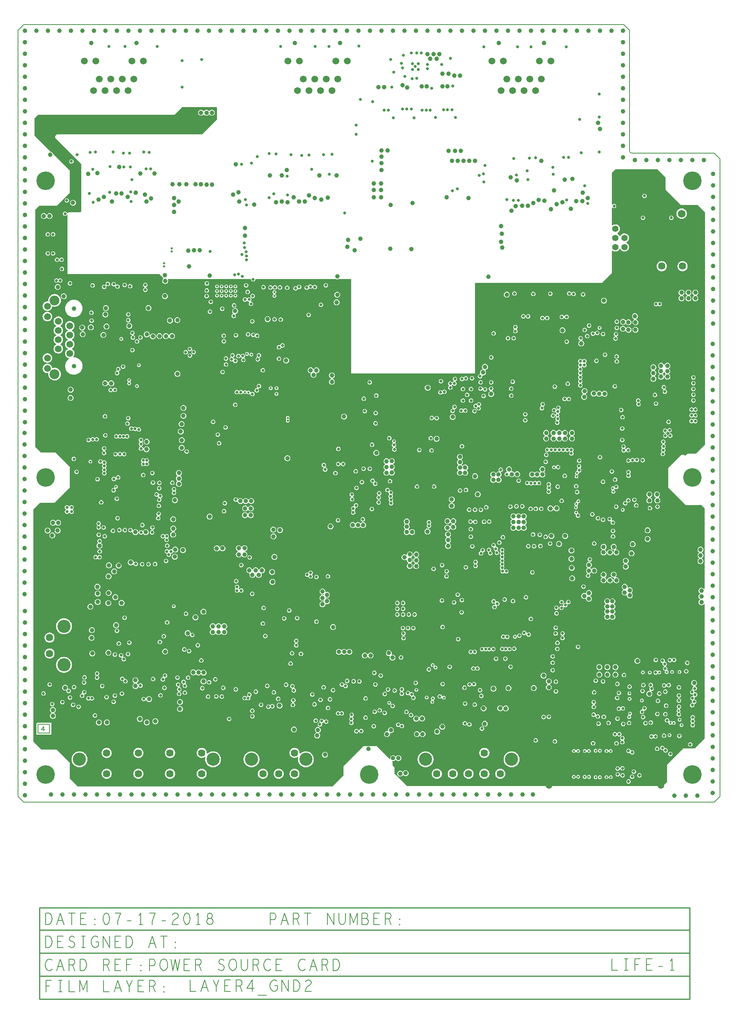
<source format=gbr>
G04 CAM350 V10.0.1 (Build 314) Date:  Tue Jul 17 14:42:56 2018 *
G04 Database: D:\LGR\2018\JULY\REL50470_POWER SOURCE BOARD\REL50470_FINAL.cam *
G04 Layer 6: L4P *
%FSLAX25Y25*%
%MOIN*%
%SFA1.000B1.000*%

%MIA0B0*%
%IPPOS*%
%ADD10C,0.00600*%
%ADD12C,0.01000*%
%ADD78C,0.05512*%
%ADD79C,0.06378*%
%ADD83C,0.02000*%
%ADD86C,0.11417*%
%ADD88C,0.05906*%
%ADD89C,0.05866*%
%ADD97C,0.06700*%
%ADD99C,0.01800*%
%ADD103O,0.05512X0.08268*%
%ADD104O,0.05512X0.09449*%
%ADD105C,0.08543*%
%ADD117C,0.03937*%
%ADD118C,0.03900*%
%ADD119C,0.02600*%
%ADD120C,0.16100*%
%LNL4P*%
%LPD*%
G36*
X13500Y52583D02*
G01Y253917D01*
X13515Y253994*
X13559Y254059*
X19441Y259941*
X19506Y259985*
X19583Y260000*
X31917*
X31994Y260015*
X32059Y260059*
X44941Y272941*
X44985Y273006*
X45000Y273083*
Y290917*
X44985Y290994*
X44941Y291059*
X32559Y303441*
X32494Y303485*
X32417Y303500*
X20083*
X20006Y303515*
X19941Y303559*
X15059Y308441*
X15015Y308506*
X15000Y308583*
Y514417*
X15015Y514494*
X15059Y514559*
X18441Y517941*
X18506Y517985*
X18583Y518000*
X33917*
X33994Y518015*
X34059Y518059*
X44941Y528941*
X44985Y529006*
X45000Y529083*
Y548417*
X44985Y548494*
X44941Y548559*
X30711Y562789*
X30659Y562878*
X30507Y563290*
X30286Y563670*
X30003Y564006*
X29667Y564288*
X29287Y564509*
X28876Y564661*
X28787Y564713*
X14559Y578941*
X14515Y579006*
X14500Y579083*
Y593717*
X14515Y593794*
X14559Y593859*
X17541Y596841*
X17606Y596885*
X17683Y596900*
X135817*
X135894Y596915*
X135959Y596959*
X142341Y603341*
X142406Y603385*
X142483Y603400*
X172900*
X173000Y603373*
X173073Y603300*
X173100Y603200*
Y592600*
X173073Y592500*
X173000Y592427*
X172900Y592400*
X160459Y579959*
X160394Y579915*
X160317Y579900*
X33983*
X33906Y579885*
X33841Y579841*
X32559Y578559*
X32515Y578494*
X32500Y578417*
Y576883*
X32515Y576806*
X32559Y576741*
X54941Y554359*
X54985Y554294*
X55000Y554217*
Y513183*
X54985Y513106*
X54941Y513041*
X54159Y512259*
X54094Y512215*
X54017Y512200*
X44083*
X44006Y512185*
X43941Y512141*
X43259Y511459*
X43194Y511415*
X43117Y511400*
X43013*
X42930Y511418*
X42862Y511469*
X42821Y511543*
X42673Y511902*
X42454Y512223*
X42176Y512493*
X41848Y512701*
X41484Y512838*
X41101Y512898*
X40713Y512878*
X40337Y512781*
X39989Y512609*
X39683Y512370*
X39432Y512074*
X39247Y511733*
X39134Y511361*
X39100Y510975*
X39145Y510589*
X39267Y510221*
X39462Y509885*
X39720Y509595*
X40033Y509365*
X40385Y509202*
X40763Y509115*
X41152Y509106*
X41533Y509176*
X41893Y509323*
X42215Y509539*
X42487Y509817*
X42506Y509841*
X42558Y509876*
X42588Y509884*
X42704Y509883*
X42709Y509881*
X43066Y509757*
X43163Y509684*
X43200Y509568*
Y458600*
X43226Y458500*
X43300Y458426*
X43400Y458400*
X116200*
X123117*
X123194Y458385*
X123259Y458341*
X126471Y455129*
X126515Y455061*
X126529Y454980*
X126516Y454644*
X126479Y454569*
X126447Y454542*
X126140Y454231*
X125890Y453872*
X125705Y453476*
X125590Y453054*
X125550Y452619*
X125584Y452183*
X125692Y451759*
X125871Y451360*
X126116Y450998*
X126419Y450682*
X126771Y450423*
X127163Y450228*
X127582Y450103*
X128016Y450051*
X128452Y450074*
X128879Y450172*
X129282Y450340*
X129651Y450576*
X129974Y450870*
X130242Y451216*
X130447Y451602*
X130583Y452018*
X130646Y452450*
X130634Y452888*
X130548Y453316*
X130389Y453724*
X130369Y453821*
X130398Y453916*
X130399Y453918*
X130579Y454206*
X130651Y454275*
X130748Y454300*
X202184*
X202221Y454296*
X202244Y454292*
X202345Y454240*
X202540Y454053*
X202584Y453991*
X202602Y453917*
X202658Y453535*
X202790Y453172*
X202992Y452843*
X203257Y452562*
X203574Y452341*
X203929Y452188*
X204307Y452110*
X204693*
X205071Y452188*
X205426Y452341*
X205743Y452562*
X206008Y452843*
X206210Y453172*
X206342Y453535*
X206398Y453917*
X206416Y453991*
X206460Y454053*
X206660Y454244*
X206725Y454286*
X206761Y454300*
X276092*
X276202Y454267*
X276573Y454066*
X276972Y453928*
X277389Y453859*
X277811*
X278228Y453928*
X278627Y454066*
X278998Y454267*
X279108Y454300*
X289700*
X289800Y454273*
X289873Y454200*
X289900Y454100*
Y372400*
X289926Y372300*
X290000Y372226*
X290100Y372200*
X397100*
X397200Y372226*
X397274Y372300*
X397300Y372400*
Y450810*
X397330Y450906*
X397403Y450975*
X397500Y451000*
X426000*
X499000*
X508017*
X508094Y451015*
X508159Y451059*
X516241Y459141*
X516285Y459206*
X516300Y459283*
Y478737*
X516332Y478845*
X516416Y478919*
X516746Y479071*
X516857Y479087*
X516959Y479041*
X517405Y478713*
X517892Y478449*
X518411Y478256*
X518951Y478138*
X519503Y478096*
X520056Y478131*
X520598Y478244*
X521119Y478431*
X521609Y478688*
X522058Y479012*
X522457Y479395*
X522799Y479830*
X523077Y480309*
X523150Y480390*
X523233Y480442*
X523340Y480473*
X523586*
X523693Y480442*
X523776Y480390*
X523849Y480309*
X524128Y479828*
X524473Y479391*
X524875Y479007*
X525327Y478683*
X525820Y478425*
X526344Y478239*
X526890Y478129*
X527445Y478096*
X527999Y478142*
X528542Y478264*
X529062Y478462*
X529549Y478731*
X529994Y479065*
X530387Y479458*
X530721Y479903*
X530990Y480390*
X531188Y480910*
X531310Y481453*
X531356Y482007*
X531323Y482562*
X531213Y483108*
X531027Y483632*
X530769Y484125*
X530445Y484577*
X530061Y484979*
X529624Y485324*
X529143Y485603*
X529118Y485616*
X529077Y485653*
X529010Y485759*
X528979Y485866*
Y486112*
X529010Y486219*
X529062Y486302*
X529143Y486375*
X529624Y486654*
X530061Y486999*
X530445Y487401*
X530769Y487853*
X531027Y488346*
X531213Y488870*
X531323Y489416*
X531356Y489971*
X531310Y490525*
X531188Y491068*
X530990Y491588*
X530721Y492075*
X530387Y492520*
X529994Y492913*
X529549Y493247*
X529062Y493516*
X528542Y493714*
X527999Y493836*
X527445Y493882*
X526890Y493849*
X526344Y493739*
X525820Y493553*
X525327Y493295*
X524875Y492971*
X524473Y492587*
X524128Y492150*
X523849Y491669*
X523836Y491644*
X523799Y491603*
X523693Y491536*
X523586Y491505*
X523340*
X523233Y491536*
X523126Y491603*
X523090Y491644*
X523077Y491669*
X522818Y492120*
X522501Y492533*
X522133Y492901*
X521720Y493218*
X521269Y493477*
X521244Y493490*
X521203Y493526*
X521136Y493633*
X521105Y493740*
Y493986*
X521136Y494093*
X521188Y494176*
X521269Y494249*
X521752Y494529*
X522190Y494876*
X522576Y495280*
X522900Y495735*
X523157Y496230*
X523342Y496757*
X523451Y497305*
X523482Y497863*
X523433Y498419*
X523307Y498963*
X523106Y499484*
X522833Y499972*
X522494Y500416*
X522096Y500808*
X521647Y501140*
X521155Y501405*
X520631Y501598*
X520085Y501716*
X519528Y501756*
X518971Y501717*
X518425Y501600*
X517901Y501407*
X517409Y501142*
X516959Y500811*
X516915Y500773*
X516799Y500757*
X516416Y500933*
X516332Y501007*
X516300Y501115*
Y516047*
X516334Y516159*
X516425Y516233*
X516825Y516395*
X516944Y516370*
X516987Y516326*
X517273Y516084*
X517602Y515903*
X517959Y515790*
X518332Y515750*
X518705Y515783*
X519064Y515889*
X519396Y516064*
X519687Y516300*
X519926Y516589*
X520104Y516919*
X520213Y517277*
X520250Y517650*
X520213Y518023*
X520104Y518381*
X519926Y518711*
X519687Y519000*
X519396Y519236*
X519064Y519411*
X518705Y519517*
X518332Y519550*
X517959Y519510*
X517602Y519397*
X517273Y519216*
X516987Y518974*
X516944Y518930*
X516825Y518905*
X516425Y519067*
X516334Y519141*
X516300Y519253*
Y546217*
X516315Y546294*
X516359Y546359*
X519441Y549441*
X519506Y549485*
X519583Y549500*
X555917*
X555994Y549485*
X556059Y549441*
X562941Y542559*
X562985Y542494*
X563000Y542417*
Y532083*
X563015Y532006*
X563059Y531941*
X576441Y518559*
X576506Y518515*
X576583Y518500*
X590917*
X590994Y518485*
X591059Y518441*
X597441Y512059*
X597485Y511994*
X597500Y511917*
Y310583*
X597485Y310506*
X597441Y310441*
X589559Y302559*
X589494Y302515*
X589417Y302500*
X582083*
X582006Y302485*
X581941Y302441*
X581159Y301659*
X581094Y301615*
X581017Y301600*
X577183*
X577106Y301585*
X577041Y301541*
X565559Y290059*
X565515Y289994*
X565500Y289917*
Y273083*
X565515Y273006*
X565559Y272941*
X580441Y258059*
X580506Y258015*
X580583Y258000*
X593917*
X593994Y257985*
X594059Y257941*
X596941Y255059*
X596985Y254994*
X597000Y254917*
Y185379*
X596963Y185264*
X596866Y185191*
X596449Y185045*
X596327Y185080*
X596287Y185130*
X595982Y185452*
X595626Y185716*
X595229Y185914*
X594805Y186041*
X594364Y186092*
X593922Y186066*
X593490Y185964*
X593083Y185788*
X592713Y185545*
X592390Y185242*
X592124Y184887*
X591924Y184491*
X591796Y184067*
X591743Y183627*
X591767Y183184*
X591867Y182753*
X592040Y182345*
X592282Y181973*
X592584Y181649*
X592937Y181381*
X593006Y181308*
X593031Y181211*
Y180874*
X593006Y180777*
X592937Y180704*
X592594Y180446*
X592299Y180134*
X592060Y179777*
X591885Y179386*
X591777Y178970*
X591741Y178543*
X591777Y178115*
X591885Y177699*
X592060Y177308*
X592299Y176951*
X592594Y176639*
X592937Y176381*
X593006Y176308*
X593031Y176211*
Y175874*
X593006Y175777*
X592937Y175704*
X592584Y175436*
X592282Y175112*
X592040Y174740*
X591867Y174332*
X591767Y173901*
X591743Y173458*
X591796Y173018*
X591924Y172594*
X592124Y172198*
X592390Y171843*
X592713Y171540*
X593083Y171297*
X593490Y171121*
X593922Y171019*
X594364Y170993*
X594805Y171044*
X595229Y171171*
X595626Y171369*
X595982Y171633*
X596287Y171955*
X596327Y172005*
X596449Y172040*
X596866Y171894*
X596963Y171821*
X597000Y171706*
Y55183*
X596985Y55106*
X596941Y55041*
X588459Y46559*
X588394Y46515*
X588317Y46500*
X578583*
X578506Y46485*
X578441Y46441*
X564459Y32459*
X564415Y32394*
X564400Y32317*
Y17483*
X564385Y17406*
X564341Y17341*
X561059Y14059*
X560994Y14015*
X560917Y14000*
X338083*
X338006Y14015*
X337941Y14059*
X327559Y24441*
X327515Y24506*
X327500Y24583*
Y29917*
X327485Y29994*
X327441Y30059*
X325959Y31541*
X325915Y31606*
X325900Y31683*
Y34517*
X325885Y34594*
X325841Y34659*
X325554Y34946*
X325498Y35055*
X325516Y35177*
X325686Y35516*
X325772Y35604*
X325893Y35625*
X326320Y35601*
X326745Y35648*
X327157Y35766*
X327542Y35952*
X327892Y36199*
X328195Y36501*
X328332Y36605*
X328500Y36642*
X328668Y36605*
X328805Y36501*
X329120Y36188*
X329485Y35936*
X329888Y35750*
X330317Y35637*
X330759Y35600*
X331200Y35640*
X331629Y35756*
X332030Y35944*
X332393Y36200*
X332706Y36514*
X332960Y36877*
X333147Y37280*
X333262Y37708*
X333300Y38150*
X333262Y38592*
X333147Y39020*
X332960Y39423*
X332706Y39786*
X332393Y40100*
X332030Y40356*
X331629Y40544*
X331200Y40660*
X330759Y40700*
X330317Y40663*
X329888Y40550*
X329485Y40364*
X329120Y40112*
X328805Y39799*
X328668Y39695*
X328500Y39658*
X328332Y39695*
X328195Y39799*
X327884Y40108*
X327525Y40359*
X327128Y40544*
X326706Y40659*
X326270Y40700*
X325833Y40666*
X325409Y40558*
X325010Y40378*
X324647Y40133*
X324331Y39830*
X324072Y39477*
X323877Y39085*
X323752Y38665*
X323701Y38230*
X323725Y37793*
X323734Y37729*
X323674Y37615*
X323277Y37416*
X323155Y37398*
X323046Y37454*
X311859Y48641*
X311794Y48685*
X311717Y48700*
X305121*
X305092Y48703*
X305074Y48705*
X304754Y48745*
X304432*
X304113Y48704*
X304094Y48700*
X300783*
X300706Y48685*
X300641Y48641*
X283059Y31059*
X283015Y30994*
X283000Y30917*
Y23383*
X282985Y23306*
X282941Y23241*
X273259Y13559*
X273194Y13515*
X273117Y13500*
X52083*
X52006Y13515*
X51941Y13559*
X45059Y20441*
X45015Y20506*
X45000Y20583*
Y33917*
X44985Y33994*
X44941Y34059*
X33659Y45341*
X33594Y45385*
X33517Y45400*
X20683*
X20606Y45415*
X20541Y45459*
X13559Y52441*
X13515Y52506*
X13500Y52583*
G37*
%LPC*%
G36*
X19988Y508563D02*
G01X20099Y508139D01*
X20282Y507741*
X20531Y507380*
X20837Y507066*
X21193Y506810*
X21588Y506619*
X22009Y506498*
X22445Y506450*
X22882Y506479*
X23308Y506581*
X23711Y506756*
X24077Y506996*
X24397Y507296*
X24661Y507646*
X24772Y507762*
X24920Y507825*
X25080*
X25228Y507762*
X25339Y507646*
X25603Y507296*
X25923Y506996*
X26289Y506756*
X26692Y506581*
X27118Y506479*
X27555Y506450*
X27991Y506498*
X28412Y506619*
X28807Y506810*
X29163Y507066*
X29469Y507380*
X29718Y507741*
X29901Y508139*
X30012Y508563*
X30050Y509000*
X30012Y509437*
X29901Y509861*
X29718Y510259*
X29469Y510620*
X29163Y510934*
X28807Y511190*
X28412Y511381*
X27991Y511502*
X27555Y511550*
X27118Y511521*
X26692Y511419*
X26289Y511244*
X25923Y511004*
X25603Y510704*
X25339Y510354*
X25228Y510238*
X25080Y510175*
X24920*
X24772Y510238*
X24661Y510354*
X24397Y510704*
X24077Y511004*
X23711Y511244*
X23308Y511419*
X22882Y511521*
X22445Y511550*
X22009Y511502*
X21588Y511381*
X21193Y511190*
X20837Y510934*
X20531Y510620*
X20282Y510259*
X20099Y509861*
X19988Y509437*
X19950Y509000*
X19988Y508563*
G37*
G36*
X27988Y242158D02*
G01X28103Y241730D01*
X28290Y241327*
X28544Y240964*
X28857Y240650*
X29220Y240394*
X29621Y240206*
X30050Y240090*
X30491Y240050*
X30933Y240087*
X31362Y240200*
X31765Y240386*
X32130Y240638*
X32445Y240951*
X32582Y241055*
X32750Y241092*
X32918Y241055*
X33055Y240951*
X33370Y240638*
X33735Y240386*
X34138Y240200*
X34567Y240087*
X35009Y240050*
X35450Y240090*
X35879Y240206*
X36280Y240394*
X36643Y240650*
X36956Y240964*
X37210Y241327*
X37397Y241730*
X37512Y242158*
X37550Y242600*
X37512Y243042*
X37397Y243470*
X37210Y243873*
X36956Y244236*
X36643Y244550*
X36280Y244806*
X35879Y244994*
X35450Y245110*
X35009Y245150*
X34567Y245113*
X34138Y245000*
X33735Y244814*
X33370Y244562*
X33055Y244249*
X32918Y244145*
X32750Y244108*
X32582Y244145*
X32445Y244249*
X32130Y244562*
X31765Y244814*
X31362Y245000*
X30933Y245113*
X30491Y245150*
X30050Y245110*
X29621Y244994*
X29220Y244806*
X28857Y244550*
X28544Y244236*
X28290Y243873*
X28103Y243470*
X27988Y243042*
X27950Y242600*
X27988Y242158*
G37*
G36*
X23289Y235357D02*
G01X23404Y234928D01*
X23591Y234525*
X23846Y234161*
X24161Y233846*
X24525Y233591*
X24928Y233404*
X25357Y233289*
X25800Y233250*
X26243Y233289*
X26672Y233404*
X27075Y233591*
X27439Y233846*
X27754Y234161*
X28009Y234525*
X28196Y234928*
X28311Y235357*
X28350Y235800*
X28311Y236243*
X28196Y236672*
X28009Y237075*
X27754Y237439*
X27439Y237754*
X27075Y238009*
X26672Y238196*
X26243Y238311*
X25800Y238350*
X25357Y238311*
X24928Y238196*
X24525Y238009*
X24161Y237754*
X23846Y237439*
X23591Y237075*
X23404Y236672*
X23289Y236243*
X23250Y235800*
X23289Y235357*
G37*
G36*
X31989D02*
G01X32104Y234928D01*
X32291Y234525*
X32546Y234161*
X32861Y233846*
X33225Y233591*
X33628Y233404*
X34057Y233289*
X34500Y233250*
X34943Y233289*
X35372Y233404*
X35775Y233591*
X36139Y233846*
X36454Y234161*
X36709Y234525*
X36896Y234928*
X37011Y235357*
X37050Y235800*
X37011Y236243*
X36896Y236672*
X36709Y237075*
X36454Y237439*
X36139Y237754*
X35775Y238009*
X35372Y238196*
X34943Y238311*
X34500Y238350*
X34057Y238311*
X33628Y238196*
X33225Y238009*
X32861Y237754*
X32546Y237439*
X32291Y237075*
X32104Y236672*
X31989Y236243*
X31950Y235800*
X31989Y235357*
G37*
G36*
X27389Y231157D02*
G01X27504Y230728D01*
X27691Y230325*
X27946Y229961*
X28261Y229646*
X28625Y229391*
X29028Y229204*
X29457Y229089*
X29900Y229050*
X30343Y229089*
X30772Y229204*
X31175Y229391*
X31539Y229646*
X31854Y229961*
X32109Y230325*
X32296Y230728*
X32411Y231157*
X32450Y231600*
X32411Y232043*
X32296Y232472*
X32109Y232875*
X31854Y233239*
X31539Y233554*
X31175Y233809*
X30772Y233996*
X30343Y234111*
X29900Y234150*
X29457Y234111*
X29028Y233996*
X28625Y233809*
X28261Y233554*
X27946Y233239*
X27691Y232875*
X27504Y232472*
X27389Y232043*
X27350Y231600*
X27389Y231157*
G37*
G36*
X23166Y142217D02*
G01X23278Y141654D01*
X23463Y141110*
X23717Y140595*
X24036Y140118*
X24414Y139686*
X24846Y139308*
X25324Y138989*
X25838Y138735*
X26382Y138550*
X26945Y138438*
X27518Y138401*
X28091Y138438*
X28654Y138550*
X29198Y138735*
X29713Y138989*
X30190Y139308*
X30622Y139686*
X31000Y140118*
X31319Y140595*
X31573Y141110*
X31758Y141654*
X31870Y142217*
X31907Y142790*
X31870Y143363*
X31758Y143926*
X31573Y144469*
X31319Y144984*
X31000Y145462*
X30622Y145893*
X30190Y146272*
X29713Y146591*
X29198Y146845*
X28654Y147029*
X28091Y147141*
X27518Y147179*
X26945Y147141*
X26382Y147029*
X25838Y146845*
X25324Y146591*
X24846Y146272*
X24414Y145893*
X24036Y145462*
X23717Y144984*
X23463Y144469*
X23278Y143926*
X23166Y143363*
X23129Y142790*
X23166Y142217*
G37*
G36*
Y128437D02*
G01X23278Y127874D01*
X23463Y127331*
X23717Y126816*
X24036Y126338*
X24414Y125907*
X24846Y125528*
X25324Y125209*
X25838Y124955*
X26382Y124771*
X26945Y124659*
X27518Y124621*
X28091Y124659*
X28654Y124771*
X29198Y124955*
X29713Y125209*
X30190Y125528*
X30622Y125907*
X31000Y126338*
X31319Y126816*
X31573Y127331*
X31758Y127874*
X31870Y128437*
X31907Y129010*
X31870Y129583*
X31758Y130146*
X31573Y130690*
X31319Y131205*
X31000Y131682*
X30622Y132114*
X30190Y132492*
X29713Y132811*
X29198Y133065*
X28654Y133250*
X28091Y133362*
X27518Y133399*
X26945Y133362*
X26382Y133250*
X25838Y133065*
X25324Y132811*
X24846Y132492*
X24414Y132114*
X24036Y131682*
X23717Y131205*
X23463Y130690*
X23278Y130146*
X23166Y129583*
X23129Y129010*
X23166Y128437*
G37*
G36*
X20336Y93920D02*
G01X20444Y93563D01*
X20620Y93235*
X20856Y92947*
X21144Y92711*
X21473Y92535*
X21829Y92427*
X22200Y92390*
X22571Y92427*
X22927Y92535*
X23256Y92711*
X23544Y92947*
X23780Y93235*
X23956Y93563*
X24064Y93920*
X24100Y94291*
X24064Y94661*
X23956Y95018*
X23780Y95346*
X23544Y95634*
X23256Y95871*
X22927Y96046*
X22571Y96154*
X22200Y96191*
X21829Y96154*
X21473Y96046*
X21144Y95871*
X20856Y95634*
X20620Y95346*
X20444Y95018*
X20336Y94661*
X20300Y94291*
X20336Y93920*
G37*
G36*
X24142Y492629D02*
G01X24250Y492273D01*
X24426Y491944*
X24662Y491656*
X24950Y491420*
X25278Y491244*
X25635Y491136*
X26006Y491100*
X26376Y491136*
X26733Y491244*
X27061Y491420*
X27349Y491656*
X27585Y491944*
X27761Y492273*
X27869Y492629*
X27906Y493000*
X27869Y493371*
X27761Y493727*
X27585Y494056*
X27349Y494344*
X27061Y494580*
X26733Y494756*
X26376Y494864*
X26006Y494900*
X25635Y494864*
X25278Y494756*
X24950Y494580*
X24662Y494344*
X24426Y494056*
X24250Y493727*
X24142Y493371*
X24105Y493000*
X24142Y492629*
G37*
G36*
Y476129D02*
G01X24250Y475773D01*
X24426Y475444*
X24662Y475156*
X24950Y474920*
X25278Y474744*
X25635Y474636*
X26006Y474600*
X26376Y474636*
X26733Y474744*
X27061Y474920*
X27349Y475156*
X27585Y475444*
X27761Y475773*
X27869Y476129*
X27906Y476500*
X27869Y476871*
X27761Y477227*
X27585Y477556*
X27349Y477844*
X27061Y478080*
X26733Y478256*
X26376Y478364*
X26006Y478400*
X25635Y478364*
X25278Y478256*
X24950Y478080*
X24662Y477844*
X24426Y477556*
X24250Y477227*
X24142Y476871*
X24105Y476500*
X24142Y476129*
G37*
G36*
X28636Y492679D02*
G01X28744Y492323D01*
X28920Y491994*
X29156Y491706*
X29444Y491470*
X29773Y491294*
X30129Y491186*
X30500Y491150*
X30871Y491186*
X31227Y491294*
X31556Y491470*
X31844Y491706*
X32080Y491994*
X32256Y492323*
X32364Y492679*
X32400Y493050*
X32364Y493421*
X32256Y493777*
X32080Y494106*
X31844Y494394*
X31556Y494630*
X31227Y494806*
X30871Y494914*
X30500Y494950*
X30129Y494914*
X29773Y494806*
X29444Y494630*
X29156Y494394*
X28920Y494106*
X28744Y493777*
X28636Y493421*
X28600Y493050*
X28636Y492679*
G37*
G36*
Y476129D02*
G01X28744Y475773D01*
X28920Y475444*
X29156Y475156*
X29444Y474920*
X29773Y474744*
X30129Y474636*
X30500Y474600*
X30871Y474636*
X31227Y474744*
X31556Y474920*
X31844Y475156*
X32080Y475444*
X32256Y475773*
X32364Y476129*
X32400Y476500*
X32364Y476871*
X32256Y477227*
X32080Y477556*
X31844Y477844*
X31556Y478080*
X31227Y478256*
X30871Y478364*
X30500Y478400*
X30129Y478364*
X29773Y478256*
X29444Y478080*
X29156Y477844*
X28920Y477556*
X28744Y477227*
X28636Y476871*
X28600Y476500*
X28636Y476129*
G37*
G36*
X32144Y470619D02*
G01X32258Y470253D01*
X32443Y469918*
X32692Y469627*
X32994Y469391*
X33337Y469221*
X33708Y469123*
X34090Y469102*
X34469Y469157*
X34829Y469288*
X35156Y469488*
X35436Y469749*
X35658Y470061*
X35769Y470186*
X35922Y470255*
X36089*
X36242Y470186*
X36353Y470061*
X36575Y469749*
X36855Y469488*
X37182Y469288*
X37542Y469157*
X37921Y469102*
X38303Y469123*
X38674Y469221*
X39017Y469391*
X39319Y469627*
X39568Y469918*
X39753Y470253*
X39867Y470619*
X39906Y471000*
X39867Y471381*
X39753Y471747*
X39568Y472082*
X39319Y472373*
X39017Y472609*
X38674Y472779*
X38303Y472877*
X37921Y472898*
X37542Y472843*
X37182Y472712*
X36855Y472512*
X36575Y472251*
X36353Y471939*
X36242Y471814*
X36089Y471745*
X35922*
X35769Y471814*
X35658Y471939*
X35436Y472251*
X35156Y472512*
X34829Y472712*
X34469Y472843*
X34090Y472898*
X33708Y472877*
X33337Y472779*
X32994Y472609*
X32692Y472373*
X32443Y472082*
X32258Y471747*
X32144Y471381*
X32105Y471000*
X32144Y470619*
G37*
G36*
X36336Y462629D02*
G01X36444Y462273D01*
X36620Y461944*
X36856Y461656*
X37144Y461420*
X37473Y461244*
X37829Y461136*
X38200Y461100*
X38571Y461136*
X38927Y461244*
X39256Y461420*
X39544Y461656*
X39780Y461944*
X39956Y462273*
X40064Y462629*
X40100Y463000*
X40064Y463371*
X39956Y463727*
X39780Y464056*
X39544Y464344*
X39256Y464580*
X38927Y464756*
X38571Y464864*
X38200Y464900*
X37829Y464864*
X37473Y464756*
X37144Y464580*
X36856Y464344*
X36620Y464056*
X36444Y463727*
X36336Y463371*
X36300Y463000*
X36336Y462629*
G37*
G36*
X31693Y452429D02*
G01X31846Y452074D01*
X32067Y451758*
X32348Y451493*
X32676Y451290*
X33039Y451158*
X33421Y451102*
X33806Y451124*
X34179Y451223*
X34524Y451396*
X34827Y451635*
X34955Y451718*
X35106Y451747*
X35256Y451718*
X35384Y451635*
X35687Y451396*
X36032Y451223*
X36405Y451124*
X36790Y451102*
X37172Y451158*
X37535Y451290*
X37863Y451493*
X38144Y451758*
X38365Y452074*
X38518Y452429*
X38596Y452807*
Y453193*
X38518Y453571*
X38365Y453926*
X38144Y454242*
X37863Y454507*
X37535Y454710*
X37172Y454842*
X36790Y454898*
X36405Y454876*
X36032Y454777*
X35687Y454604*
X35384Y454365*
X35256Y454282*
X35106Y454253*
X34955Y454282*
X34827Y454365*
X34524Y454604*
X34179Y454777*
X33806Y454876*
X33421Y454898*
X33039Y454842*
X32676Y454710*
X32348Y454507*
X32067Y454242*
X31846Y453926*
X31693Y453571*
X31615Y453193*
Y452807*
X31693Y452429*
G37*
G36*
X32120Y446926D02*
G01X32235Y446496D01*
X32423Y446093*
X32678Y445729*
X32992Y445415*
X33356Y445160*
X33759Y444972*
X34189Y444857*
X34631Y444818*
X35074Y444857*
X35504Y444972*
X35907Y445160*
X36271Y445415*
X36585Y445729*
X36840Y446093*
X37028Y446496*
X37143Y446926*
X37182Y447369*
X37143Y447811*
X37028Y448241*
X36840Y448644*
X36585Y449008*
X36271Y449322*
X35907Y449577*
X35504Y449765*
X35074Y449880*
X34631Y449919*
X34189Y449880*
X33759Y449765*
X33356Y449577*
X32992Y449322*
X32678Y449008*
X32423Y448644*
X32235Y448241*
X32120Y447811*
X32081Y447369*
X32120Y446926*
G37*
G36*
X37294Y438852D02*
G01X37409Y438422D01*
X37597Y438019*
X37852Y437655*
X38166Y437341*
X38530Y437086*
X38933Y436898*
X39363Y436783*
X39806Y436744*
X40248Y436783*
X40678Y436898*
X41081Y437086*
X41445Y437341*
X41759Y437655*
X42014Y438019*
X42202Y438422*
X42317Y438852*
X42356Y439294*
X42317Y439737*
X42202Y440167*
X42014Y440570*
X41759Y440934*
X41445Y441248*
X41081Y441503*
X40678Y441691*
X40248Y441806*
X39806Y441845*
X39363Y441806*
X38933Y441691*
X38530Y441503*
X38166Y441248*
X37852Y440934*
X37597Y440570*
X37409Y440167*
X37294Y439737*
X37255Y439294*
X37294Y438852*
G37*
G36*
X21510Y430138D02*
G01X21618Y429579D01*
X21803Y429040*
X22060Y428531*
X22384Y428063*
X22770Y427643*
X23210Y427281*
X23695Y426983*
X24217Y426754*
X24765Y426599*
X25330Y426521*
X25899Y426522*
X26464Y426600*
X27012Y426756*
X27533Y426985*
X28018Y427284*
X28458Y427647*
X28843Y428067*
X29167Y428536*
X29423Y429045*
X29607Y429584*
X29715Y430143*
X29773Y430308*
X29896Y430432*
X30060Y430492*
X30234Y430476*
X30864Y430314*
X31509Y430227*
X32159Y430218*
X32806Y430286*
X33440Y430430*
X34053Y430649*
X34635Y430939*
X35179Y431295*
X35676Y431714*
X36121Y432189*
X36506Y432713*
X36826Y433279*
X37077Y433879*
X37254Y434505*
X37357Y435147*
X37382Y435797*
X37330Y436446*
X37201Y437083*
X36998Y437701*
X36723Y438290*
X36379Y438843*
X35973Y439351*
X35509Y439807*
X34995Y440205*
X34437Y440538*
X33843Y440804*
X33222Y440997*
X32582Y441115*
X31933Y441156*
X31284Y441120*
X30643Y441007*
X30021Y440819*
X29425Y440559*
X28864Y440229*
X28346Y439836*
X27879Y439384*
X27468Y438879*
X27121Y438329*
X26841Y437742*
X26632Y437126*
X26499Y436490*
X26441Y435842*
X26461Y435192*
X26439Y435019*
X26344Y434872*
X26196Y434779*
X26023Y434758*
X25454Y434775*
X24887Y434714*
X24334Y434576*
X23806Y434363*
X23312Y434079*
X22861Y433730*
X22463Y433323*
X22125Y432864*
X21853Y432364*
X21652Y431830*
X21527Y431275*
X21479Y430707*
X21510Y430138*
G37*
G36*
X21517Y421066D02*
G01X21632Y420514D01*
X21821Y419982*
X22080Y419482*
X22406Y419021*
X22791Y418608*
X23228Y418252*
X23710Y417959*
X24228Y417735*
X24771Y417582*
X25330Y417506*
X25894*
X26453Y417582*
X26996Y417735*
X27513Y417959*
X27995Y418252*
X28433Y418608*
X28818Y419021*
X29143Y419482*
X29403Y419982*
X29592Y420514*
X29707Y421066*
X29745Y421629*
X29707Y422192*
X29592Y422744*
X29403Y423276*
X29143Y423777*
X28818Y424238*
X28433Y424650*
X27995Y425006*
X27513Y425299*
X26996Y425524*
X26453Y425676*
X25894Y425753*
X25330*
X24771Y425676*
X24228Y425524*
X23710Y425299*
X23228Y425006*
X22791Y424650*
X22406Y424238*
X22080Y423777*
X21821Y423276*
X21632Y422744*
X21517Y422192*
X21479Y421629*
X21517Y421066*
G37*
G36*
Y385082D02*
G01X21632Y384530D01*
X21821Y383998*
X22080Y383497*
X22406Y383036*
X22791Y382624*
X23228Y382268*
X23710Y381975*
X24228Y381750*
X24771Y381598*
X25330Y381521*
X25894*
X26453Y381598*
X26996Y381750*
X27513Y381975*
X27995Y382268*
X28433Y382624*
X28818Y383036*
X29143Y383497*
X29403Y383998*
X29592Y384530*
X29707Y385082*
X29745Y385645*
X29707Y386208*
X29592Y386760*
X29403Y387292*
X29143Y387792*
X28818Y388253*
X28433Y388666*
X27995Y389022*
X27513Y389315*
X26996Y389540*
X26453Y389692*
X25894Y389769*
X25330*
X24771Y389692*
X24228Y389540*
X23710Y389315*
X23228Y389022*
X22791Y388666*
X22406Y388253*
X22080Y387792*
X21821Y387292*
X21632Y386760*
X21517Y386208*
X21479Y385645*
X21517Y385082*
G37*
G36*
X31009Y393083D02*
G01X31127Y392535D01*
X31319Y392007*
X31580Y391510*
X31906Y391053*
X32290Y390645*
X32727Y390292*
X33207Y390002*
X33723Y389779*
X34263Y389629*
X34819Y389553*
X35381*
X35937Y389629*
X36477Y389779*
X36993Y390002*
X37473Y390292*
X37910Y390645*
X38294Y391053*
X38620Y391510*
X38881Y392007*
X39073Y392535*
X39191Y393083*
X39233Y393643*
X39200Y394203*
X39090Y394754*
X38908Y395284*
X38655Y395785*
X38336Y396247*
X37958Y396662*
X37527Y397022*
X37052Y397320*
X36975Y397393*
X36946Y397496*
Y397849*
X36975Y397951*
X37052Y398025*
X37524Y398321*
X37952Y398677*
X38329Y399088*
X38646Y399545*
X38900Y400041*
X39084Y400567*
X39196Y401113*
X39233Y401669*
X39196Y402224*
X39084Y402770*
X38900Y403296*
X38646Y403792*
X38328Y404249*
X37952Y404660*
X37524Y405016*
X37052Y405312*
X36975Y405386*
X36946Y405488*
Y405841*
X36975Y405944*
X37052Y406017*
X37524Y406313*
X37952Y406669*
X38328Y407080*
X38646Y407537*
X38900Y408033*
X39084Y408559*
X39196Y409105*
X39233Y409661*
X39196Y410216*
X39084Y410762*
X38900Y411288*
X38646Y411784*
X38329Y412242*
X37952Y412652*
X37524Y413009*
X37052Y413304*
X36975Y413378*
X36946Y413481*
Y413833*
X36975Y413936*
X37052Y414009*
X37527Y414307*
X37958Y414667*
X38336Y415082*
X38655Y415544*
X38908Y416045*
X39090Y416576*
X39200Y417126*
X39233Y417686*
X39191Y418246*
X39073Y418795*
X38881Y419322*
X38620Y419819*
X38294Y420276*
X37910Y420684*
X37473Y421037*
X36993Y421327*
X36477Y421550*
X35937Y421701*
X35381Y421777*
X34819*
X34263Y421701*
X33723Y421550*
X33207Y421327*
X32727Y421037*
X32290Y420684*
X31906Y420276*
X31580Y419819*
X31319Y419322*
X31127Y418795*
X31009Y418246*
X30967Y417686*
X31000Y417126*
X31110Y416576*
X31292Y416045*
X31545Y415544*
X31864Y415082*
X32242Y414667*
X32673Y414307*
X33148Y414009*
X33225Y413936*
X33254Y413833*
Y413481*
X33225Y413378*
X33148Y413304*
X32676Y413009*
X32248Y412652*
X31871Y412242*
X31554Y411784*
X31300Y411288*
X31116Y410762*
X31004Y410216*
X30967Y409661*
X31004Y409105*
X31116Y408559*
X31300Y408033*
X31554Y407537*
X31872Y407080*
X32248Y406669*
X32676Y406313*
X33148Y406017*
X33225Y405944*
X33254Y405841*
Y405488*
X33225Y405386*
X33148Y405312*
X32676Y405016*
X32248Y404660*
X31872Y404249*
X31554Y403792*
X31300Y403296*
X31116Y402770*
X31004Y402224*
X30967Y401669*
X31004Y401113*
X31116Y400567*
X31300Y400041*
X31554Y399545*
X31871Y399088*
X32248Y398677*
X32676Y398321*
X33148Y398025*
X33225Y397951*
X33254Y397849*
Y397496*
X33225Y397393*
X33148Y397320*
X32673Y397022*
X32242Y396662*
X31864Y396247*
X31545Y395785*
X31292Y395284*
X31110Y394754*
X31000Y394203*
X30967Y393643*
X31009Y393083*
G37*
G36*
X21530Y375981D02*
G01X21657Y375428D01*
X21859Y374898*
X22131Y374400*
X22469Y373944*
X22867Y373539*
X23316Y373192*
X23809Y372910*
X24335Y372698*
X24886Y372560*
X25450Y372499*
X26017Y372516*
X26189Y372495*
X26336Y372404*
X26431Y372259*
X26455Y372087*
X26444Y371438*
X26510Y370793*
X26651Y370159*
X26867Y369547*
X27153Y368965*
X27507Y368421*
X27922Y367923*
X28394Y367477*
X28915Y367090*
X29478Y366767*
X30075Y366514*
X30698Y366333*
X31338Y366227*
X31987Y366197*
X32634Y366244*
X33271Y366368*
X33889Y366566*
X34479Y366836*
X35033Y367174*
X35543Y367575*
X36002Y368034*
X36403Y368544*
X36741Y369098*
X37012Y369688*
X37210Y370305*
X37335Y370942*
X37382Y371589*
X37353Y372238*
X37248Y372878*
X37067Y373501*
X36814Y374098*
X36492Y374662*
X36105Y375183*
X35660Y375655*
X35161Y376070*
X34617Y376424*
X34035Y376711*
X33424Y376927*
X32790Y377069*
X32145Y377135*
X31496Y377125*
X30853Y377037*
X30225Y376874*
X30053Y376858*
X29889Y376916*
X29766Y377037*
X29706Y377199*
X29589Y377755*
X29397Y378289*
X29134Y378792*
X28805Y379254*
X28415Y379667*
X27972Y380022*
X27485Y380313*
X26963Y380535*
X26415Y380684*
X25852Y380756*
X25285Y380750*
X24723Y380666*
X24179Y380506*
X23661Y380273*
X23180Y379972*
X22745Y379607*
X22365Y379186*
X22045Y378718*
X21792Y378209*
X21612Y377671*
X21507Y377113*
X21479Y376547*
X21530Y375981*
G37*
G36*
X25736Y101729D02*
G01X25844Y101373D01*
X26020Y101044*
X26256Y100756*
X26544Y100520*
X26873Y100344*
X27229Y100236*
X27600Y100200*
X27971Y100236*
X28327Y100344*
X28656Y100520*
X28944Y100756*
X29180Y101044*
X29356Y101373*
X29464Y101729*
X29500Y102100*
X29464Y102471*
X29356Y102827*
X29180Y103156*
X28944Y103444*
X28656Y103680*
X28327Y103856*
X27971Y103964*
X27600Y104000*
X27229Y103964*
X26873Y103856*
X26544Y103680*
X26256Y103444*
X26020Y103156*
X25844Y102827*
X25736Y102471*
X25700Y102100*
X25736Y101729*
G37*
G36*
X27936Y84729D02*
G01X28044Y84373D01*
X28220Y84044*
X28456Y83756*
X28744Y83520*
X29073Y83344*
X29429Y83236*
X29800Y83200*
X30171Y83236*
X30527Y83344*
X30856Y83520*
X31144Y83756*
X31380Y84044*
X31556Y84373*
X31664Y84729*
X31700Y85100*
X31664Y85471*
X31556Y85827*
X31380Y86156*
X31144Y86444*
X30856Y86680*
X30527Y86856*
X30171Y86964*
X29800Y87000*
X29429Y86964*
X29073Y86856*
X28744Y86680*
X28456Y86444*
X28220Y86156*
X28044Y85827*
X27936Y85471*
X27900Y85100*
X27936Y84729*
G37*
G36*
X27889Y74453D02*
G01X28005Y74024D01*
X28193Y73622*
X28448Y73259*
X28762Y72945*
X29126Y72691*
X29529Y72503*
X29958Y72388*
X30400Y72350*
X30842Y72388*
X31271Y72503*
X31674Y72691*
X32038Y72945*
X32352Y73259*
X32607Y73622*
X32795Y74024*
X32911Y74453*
X32950Y74895*
X32912Y75337*
X32799Y75766*
X32612Y76169*
X32358Y76534*
X32045Y76848*
X31683Y77104*
X31560Y77216*
X31492Y77367*
Y77533*
X31560Y77684*
X31683Y77796*
X32045Y78052*
X32358Y78366*
X32612Y78731*
X32799Y79134*
X32912Y79563*
X32950Y80005*
X32911Y80447*
X32795Y80876*
X32607Y81278*
X32352Y81641*
X32038Y81955*
X31674Y82209*
X31271Y82397*
X30842Y82512*
X30400Y82550*
X29958Y82512*
X29529Y82397*
X29126Y82209*
X28762Y81955*
X28448Y81641*
X28193Y81278*
X28005Y80876*
X27889Y80447*
X27850Y80005*
X27888Y79563*
X28001Y79134*
X28188Y78731*
X28442Y78366*
X28755Y78052*
X29118Y77796*
X29240Y77684*
X29308Y77533*
Y77367*
X29240Y77216*
X29118Y77104*
X28755Y76848*
X28442Y76534*
X28188Y76169*
X28001Y75766*
X27888Y75337*
X27850Y74895*
X27889Y74453*
G37*
G36*
X46768Y297661D02*
G01X46876Y297304D01*
X47052Y296976*
X47288Y296688*
X47576Y296452*
X47904Y296276*
X48261Y296168*
X48631Y296131*
X49002Y296168*
X49359Y296276*
X49687Y296452*
X49975Y296688*
X50211Y296976*
X50387Y297304*
X50495Y297661*
X50532Y298031*
X50495Y298402*
X50387Y298759*
X50211Y299087*
X49975Y299375*
X49687Y299611*
X49359Y299787*
X49002Y299895*
X48631Y299932*
X48261Y299895*
X47904Y299787*
X47576Y299611*
X47288Y299375*
X47052Y299087*
X46876Y298759*
X46768Y298402*
X46731Y298031*
X46768Y297661*
G37*
G36*
X40735Y255635D02*
G01X40846Y255269D01*
X41028Y254933*
X41273Y254640*
X41571Y254402*
X41613Y254375*
X41662Y254289*
X41673Y253859*
X41629Y253771*
X41589Y253741*
X41307Y253492*
X41079Y253192*
X40916Y252853*
X40822Y252489*
X40802Y252113*
X40856Y251741*
X40983Y251386*
X41177Y251064*
X41431Y250786*
X41734Y250563*
X42076Y250405*
X42442Y250317*
X42818Y250303*
X43190Y250364*
X43542Y250496*
X43861Y250696*
X44135Y250954*
X44352Y251261*
X44426Y251335*
X44526Y251363*
X44874*
X44974Y251335*
X45048Y251261*
X45269Y250950*
X45548Y250689*
X45873Y250489*
X46232Y250358*
X46610Y250302*
X46991Y250322*
X47361Y250418*
X47704Y250586*
X48006Y250820*
X48256Y251109*
X48442Y251442*
X48559Y251806*
X48600Y252185*
X48565Y252565*
X48454Y252931*
X48272Y253267*
X48027Y253560*
X47729Y253798*
X47687Y253825*
X47638Y253911*
X47627Y254341*
X47671Y254429*
X47711Y254459*
X47993Y254708*
X48221Y255008*
X48384Y255347*
X48478Y255711*
X48498Y256087*
X48444Y256459*
X48317Y256814*
X48123Y257136*
X47869Y257414*
X47566Y257637*
X47224Y257795*
X46858Y257883*
X46482Y257897*
X46110Y257836*
X45758Y257704*
X45439Y257504*
X45165Y257246*
X44948Y256939*
X44874Y256865*
X44774Y256837*
X44426*
X44326Y256865*
X44252Y256939*
X44031Y257250*
X43752Y257511*
X43427Y257711*
X43068Y257842*
X42690Y257898*
X42309Y257878*
X41939Y257782*
X41596Y257614*
X41294Y257380*
X41044Y257091*
X40858Y256758*
X40741Y256394*
X40700Y256015*
X40735Y255635*
G37*
G36*
X33167Y151910D02*
G01X33280Y151196D01*
X33467Y150497*
X33726Y149822*
X34055Y149178*
X34448Y148571*
X34903Y148009*
X35415Y147498*
X35977Y147043*
X36583Y146649*
X37228Y146321*
X37903Y146061*
X38601Y145874*
X39316Y145761*
X40038Y145723*
X40760Y145761*
X41474Y145874*
X42173Y146061*
X42848Y146321*
X43492Y146649*
X44099Y147043*
X44661Y147498*
X45172Y148009*
X45627Y148571*
X46021Y149178*
X46349Y149822*
X46609Y150497*
X46796Y151196*
X46909Y151910*
X46947Y152632*
X46909Y153354*
X46796Y154069*
X46609Y154767*
X46349Y155442*
X46021Y156087*
X45627Y156693*
X45172Y157255*
X44661Y157767*
X44099Y158222*
X43492Y158615*
X42848Y158944*
X42173Y159203*
X41474Y159390*
X40760Y159503*
X40038Y159541*
X39316Y159503*
X38601Y159390*
X37903Y159203*
X37228Y158944*
X36583Y158615*
X35977Y158222*
X35415Y157767*
X34903Y157255*
X34448Y156693*
X34055Y156087*
X33726Y155442*
X33467Y154767*
X33280Y154069*
X33167Y153354*
X33129Y152632*
X33167Y151910*
G37*
G36*
Y118446D02*
G01X33280Y117731D01*
X33467Y117033*
X33726Y116358*
X34055Y115713*
X34448Y115107*
X34903Y114545*
X35415Y114033*
X35977Y113578*
X36583Y113184*
X37228Y112856*
X37903Y112597*
X38601Y112410*
X39316Y112297*
X40038Y112259*
X40760Y112297*
X41474Y112410*
X42173Y112597*
X42848Y112856*
X43492Y113184*
X44099Y113578*
X44661Y114033*
X45172Y114545*
X45627Y115107*
X46021Y115713*
X46349Y116358*
X46609Y117033*
X46796Y117731*
X46909Y118446*
X46947Y119168*
X46909Y119890*
X46796Y120604*
X46609Y121303*
X46349Y121978*
X46021Y122622*
X45627Y123229*
X45172Y123791*
X44661Y124302*
X44099Y124757*
X43492Y125151*
X42848Y125479*
X42173Y125738*
X41474Y125926*
X40760Y126039*
X40038Y126077*
X39316Y126039*
X38601Y125926*
X37903Y125738*
X37228Y125479*
X36583Y125151*
X35977Y124757*
X35415Y124302*
X34903Y123791*
X34448Y123229*
X34055Y122622*
X33726Y121978*
X33467Y121303*
X33280Y120604*
X33167Y119890*
X33129Y119168*
X33167Y118446*
G37*
G36*
X38468Y98985D02*
G01X38558Y98555D01*
X38721Y98146*
X38951Y97772*
X39243Y97443*
X39586Y97168*
X39972Y96957*
X40388Y96815*
X40823Y96747*
X41262Y96754*
X41694Y96837*
X41841Y96850*
X41982Y96809*
X42100Y96720*
X42177Y96594*
X42203Y96449*
X42239Y96071*
X42349Y95707*
X42530Y95373*
X42773Y95081*
X43070Y94844*
X43408Y94670*
X43774Y94567*
X44153Y94539*
X44530Y94587*
X44890Y94709*
X45218Y94900*
X45502Y95152*
X45730Y95457*
X45893Y95800*
X45984Y96169*
X46000Y96549*
X45940Y96924*
X45807Y97280*
X45605Y97602*
X45344Y97878*
X45032Y98096*
X44684Y98248*
X44312Y98327*
X43932Y98331*
X43786Y98345*
X43654Y98411*
X43555Y98520*
X43503Y98658*
X43504Y98805*
X43550Y99243*
X43520Y99681*
X43415Y100109*
X43239Y100511*
X42996Y100878*
X42694Y101197*
X42341Y101460*
X41948Y101658*
X41528Y101786*
X41091Y101839*
X40652Y101817*
X40223Y101720*
X39817Y101550*
X39447Y101313*
X39122Y101016*
X38854Y100668*
X38649Y100279*
X38514Y99860*
X38453Y99425*
X38468Y98985*
G37*
G36*
X36779Y86429D02*
G01X36887Y86073D01*
X37063Y85744*
X37299Y85456*
X37587Y85220*
X37916Y85044*
X38272Y84936*
X38643Y84900*
X39014Y84936*
X39370Y85044*
X39699Y85220*
X39987Y85456*
X40223Y85744*
X40398Y86073*
X40507Y86429*
X40543Y86800*
X40507Y87171*
X40398Y87527*
X40223Y87856*
X39987Y88144*
X39699Y88380*
X39370Y88556*
X39014Y88664*
X38643Y88700*
X38272Y88664*
X37916Y88556*
X37587Y88380*
X37299Y88144*
X37063Y87856*
X36887Y87527*
X36779Y87171*
X36743Y86800*
X36779Y86429*
G37*
G36*
X40636Y522129D02*
G01X40744Y521773D01*
X40920Y521444*
X41156Y521156*
X41444Y520920*
X41773Y520744*
X42129Y520636*
X42500Y520600*
X42871Y520636*
X43227Y520744*
X43556Y520920*
X43844Y521156*
X44080Y521444*
X44256Y521773*
X44364Y522129*
X44400Y522500*
X44364Y522871*
X44256Y523227*
X44080Y523556*
X43844Y523844*
X43556Y524080*
X43227Y524256*
X42871Y524364*
X42500Y524400*
X42129Y524364*
X41773Y524256*
X41444Y524080*
X41156Y523844*
X40920Y523556*
X40744Y523227*
X40636Y522871*
X40600Y522500*
X40636Y522129*
G37*
G36*
X43414Y450129D02*
G01X43522Y449773D01*
X43697Y449444*
X43934Y449156*
X44222Y448920*
X44550Y448744*
X44906Y448636*
X45277Y448600*
X45648Y448636*
X46004Y448744*
X46333Y448920*
X46621Y449156*
X46857Y449444*
X47033Y449773*
X47141Y450129*
X47177Y450500*
X47141Y450871*
X47033Y451227*
X46857Y451556*
X46621Y451844*
X46333Y452080*
X46004Y452256*
X45648Y452364*
X45277Y452400*
X44906Y452364*
X44550Y452256*
X44222Y452080*
X43934Y451844*
X43697Y451556*
X43522Y451227*
X43414Y450871*
X43377Y450500*
X43414Y450129*
G37*
G36*
X41064Y427910D02*
G01X41180Y427151D01*
X41372Y426407*
X41639Y425688*
X41977Y424998*
X42383Y424347*
X42853Y423740*
X43382Y423183*
X43965Y422683*
X44595Y422244*
X45266Y421872*
X45972Y421569*
X46704Y421339*
X47456Y421185*
X48220Y421107*
X48988*
X49752Y421185*
X50504Y421339*
X51236Y421569*
X51942Y421872*
X52613Y422244*
X53243Y422683*
X53826Y423183*
X54355Y423740*
X54825Y424347*
X55231Y424998*
X55569Y425688*
X55835Y426407*
X56028Y427151*
X56144Y427910*
X56183Y428676*
X56144Y429443*
X56028Y430202*
X55835Y430945*
X55569Y431665*
X55231Y432355*
X54825Y433006*
X54355Y433613*
X53826Y434170*
X53243Y434670*
X52613Y435108*
X51942Y435481*
X51236Y435784*
X50504Y436014*
X49752Y436168*
X48988Y436246*
X48220*
X47456Y436168*
X46704Y436014*
X45972Y435784*
X45266Y435481*
X44595Y435108*
X43965Y434670*
X43382Y434170*
X42853Y433613*
X42383Y433006*
X41977Y432355*
X41639Y431665*
X41372Y430945*
X41180Y430202*
X41064Y429443*
X41025Y428676*
X41064Y427910*
G37*
G36*
X53389Y411657D02*
G01X53504Y411228D01*
X53691Y410825*
X53946Y410461*
X54261Y410146*
X54625Y409891*
X55028Y409704*
X55457Y409589*
X55900Y409550*
X56343Y409589*
X56772Y409704*
X57175Y409891*
X57539Y410146*
X57854Y410461*
X58109Y410825*
X58296Y411228*
X58411Y411657*
X58450Y412100*
X58411Y412543*
X58296Y412972*
X58109Y413375*
X57854Y413739*
X57539Y414054*
X57175Y414309*
X56772Y414496*
X56343Y414611*
X55900Y414650*
X55457Y414611*
X55028Y414496*
X54625Y414309*
X54261Y414054*
X53946Y413739*
X53691Y413375*
X53504Y412972*
X53389Y412543*
X53350Y412100*
X53389Y411657*
G37*
G36*
X53835Y405904D02*
G01X53950Y405474D01*
X54138Y405071*
X54393Y404707*
X54707Y404393*
X55071Y404138*
X55474Y403950*
X55904Y403835*
X56346Y403796*
X56789Y403835*
X57219Y403950*
X57622Y404138*
X57986Y404393*
X58300Y404707*
X58555Y405071*
X58743Y405474*
X58858Y405904*
X58897Y406346*
X58858Y406789*
X58743Y407219*
X58555Y407622*
X58300Y407986*
X57986Y408300*
X57622Y408555*
X57219Y408743*
X56789Y408858*
X56346Y408897*
X55904Y408858*
X55474Y408743*
X55071Y408555*
X54707Y408300*
X54393Y407986*
X54138Y407622*
X53950Y407219*
X53835Y406789*
X53796Y406346*
X53835Y405904*
G37*
G36*
X41003Y389118D02*
G01X41112Y388573D01*
X41294Y388048*
X41545Y387552*
X41860Y387094*
X42233Y386683*
X42659Y386325*
X43128Y386028*
X43633Y385796*
X44165Y385635*
X44223Y385621*
X44305Y385536*
X44395Y385059*
X44350Y384949*
X44301Y384916*
X43690Y384447*
X43130Y383918*
X42626Y383336*
X42184Y382705*
X41809Y382033*
X41503Y381326*
X41271Y380591*
X41114Y379837*
X41035Y379071*
X41034Y378301*
X41111Y377534*
X41266Y376780*
X41496Y376045*
X41800Y375337*
X42174Y374664*
X42615Y374032*
X43117Y373448*
X43676Y372918*
X44286Y372448*
X44940Y372042*
X45633Y371704*
X46355Y371439*
X47102Y371248*
X47863Y371134*
X48633Y371097*
X49402Y371139*
X50163Y371259*
X50907Y371456*
X51628Y371727*
X52318Y372070*
X52969Y372481*
X53576Y372956*
X54130Y373490*
X54628Y374078*
X55064Y374713*
X55433Y375389*
X55731Y376099*
X55956Y376836*
X56105Y377591*
X56176Y378358*
X56170Y379128*
X56085Y379894*
X55922Y380647*
X55685Y381379*
X55374Y382084*
X54993Y382754*
X54546Y383381*
X54038Y383960*
X53474Y384484*
X52859Y384948*
X52201Y385348*
X51505Y385678*
X50779Y385937*
X50031Y386120*
X49268Y386226*
X48499Y386255*
X48439Y386254*
X48339Y386317*
X48137Y386758*
X48154Y386875*
X48194Y386920*
X48543Y387374*
X48826Y387872*
X49038Y388405*
X49174Y388962*
X49231Y389532*
X49209Y390105*
X49108Y390669*
X48930Y391214*
X48679Y391729*
X48358Y392204*
X47975Y392630*
X47537Y392999*
X47052Y393304*
X46975Y393378*
X46946Y393481*
Y393833*
X46975Y393936*
X47052Y394009*
X47524Y394305*
X47952Y394661*
X48329Y395072*
X48646Y395529*
X48900Y396026*
X49084Y396551*
X49196Y397097*
X49233Y397653*
X49196Y398209*
X49084Y398754*
X48900Y399280*
X48646Y399776*
X48329Y400234*
X47952Y400644*
X47524Y401001*
X47052Y401296*
X46975Y401370*
X46946Y401473*
Y401825*
X46975Y401928*
X47052Y402001*
X47524Y402297*
X47952Y402653*
X48329Y403064*
X48646Y403522*
X48900Y404018*
X49084Y404543*
X49196Y405089*
X49233Y405645*
X49196Y406201*
X49084Y406746*
X48900Y407272*
X48646Y407768*
X48328Y408226*
X47952Y408637*
X47524Y408993*
X47052Y409288*
X46975Y409362*
X46946Y409465*
Y409817*
X46975Y409920*
X47052Y409994*
X47527Y410292*
X47958Y410651*
X48336Y411066*
X48655Y411528*
X48908Y412029*
X49090Y412560*
X49200Y413110*
X49233Y413670*
X49191Y414230*
X49072Y414779*
X48881Y415306*
X48620Y415803*
X48294Y416260*
X47909Y416669*
X47473Y417021*
X46993Y417312*
X46477Y417534*
X45937Y417685*
X45381Y417761*
X44819*
X44263Y417685*
X43723Y417534*
X43207Y417312*
X42727Y417021*
X42291Y416669*
X41906Y416260*
X41580Y415803*
X41319Y415306*
X41128Y414779*
X41009Y414230*
X40967Y413670*
X41000Y413110*
X41110Y412560*
X41292Y412029*
X41545Y411528*
X41864Y411066*
X42242Y410651*
X42673Y410292*
X43148Y409994*
X43225Y409920*
X43254Y409817*
Y409465*
X43225Y409362*
X43148Y409288*
X42676Y408993*
X42248Y408637*
X41872Y408226*
X41554Y407768*
X41300Y407272*
X41116Y406746*
X41004Y406201*
X40967Y405645*
X41004Y405089*
X41116Y404543*
X41300Y404018*
X41554Y403522*
X41871Y403064*
X42248Y402653*
X42676Y402297*
X43148Y402001*
X43225Y401928*
X43254Y401825*
Y401473*
X43225Y401370*
X43148Y401296*
X42676Y401001*
X42248Y400644*
X41871Y400234*
X41554Y399776*
X41300Y399280*
X41116Y398754*
X41004Y398209*
X40967Y397653*
X41004Y397097*
X41116Y396551*
X41300Y396026*
X41554Y395529*
X41871Y395072*
X42248Y394661*
X42676Y394305*
X43148Y394009*
X43225Y393936*
X43254Y393833*
Y393481*
X43225Y393378*
X43148Y393304*
X42677Y393009*
X42250Y392654*
X41874Y392245*
X41557Y391789*
X41303Y391294*
X41118Y390770*
X41006Y390226*
X40967Y389672*
X41003Y389118*
G37*
G36*
X43289Y357657D02*
G01X43404Y357228D01*
X43591Y356825*
X43846Y356461*
X44161Y356146*
X44525Y355891*
X44928Y355704*
X45357Y355589*
X45800Y355550*
X46243Y355589*
X46672Y355704*
X47075Y355891*
X47439Y356146*
X47754Y356461*
X48009Y356825*
X48196Y357228*
X48311Y357657*
X48350Y358100*
X48311Y358543*
X48196Y358972*
X48009Y359375*
X47754Y359739*
X47439Y360054*
X47075Y360309*
X46672Y360496*
X46243Y360611*
X45800Y360650*
X45357Y360611*
X44928Y360496*
X44525Y360309*
X44161Y360054*
X43846Y359739*
X43591Y359375*
X43404Y358972*
X43289Y358543*
X43250Y358100*
X43289Y357657*
G37*
G36*
Y350557D02*
G01X43404Y350128D01*
X43591Y349725*
X43846Y349361*
X44161Y349046*
X44525Y348791*
X44928Y348604*
X45357Y348489*
X45800Y348450*
X46243Y348489*
X46672Y348604*
X47075Y348791*
X47439Y349046*
X47754Y349361*
X48009Y349725*
X48196Y350128*
X48311Y350557*
X48350Y351000*
X48311Y351443*
X48196Y351872*
X48009Y352275*
X47754Y352639*
X47439Y352954*
X47075Y353209*
X46672Y353396*
X46243Y353511*
X45800Y353550*
X45357Y353511*
X44928Y353396*
X44525Y353209*
X44161Y352954*
X43846Y352639*
X43591Y352275*
X43404Y351872*
X43289Y351443*
X43250Y351000*
X43289Y350557*
G37*
G36*
X49136Y286429D02*
G01X49244Y286073D01*
X49420Y285744*
X49656Y285456*
X49944Y285220*
X50273Y285044*
X50629Y284936*
X51000Y284900*
X51371Y284936*
X51727Y285044*
X52056Y285220*
X52344Y285456*
X52580Y285744*
X52756Y286073*
X52864Y286429*
X52900Y286800*
X52864Y287171*
X52756Y287527*
X52580Y287856*
X52344Y288144*
X52056Y288380*
X51727Y288556*
X51371Y288664*
X51000Y288700*
X50629Y288664*
X50273Y288556*
X49944Y288380*
X49656Y288144*
X49420Y287856*
X49244Y287527*
X49136Y287171*
X49100Y286800*
X49136Y286429*
G37*
G36*
X46933Y99526D02*
G01X47041Y99170D01*
X47217Y98841*
X47453Y98553*
X47741Y98317*
X48070Y98141*
X48426Y98033*
X48797Y97997*
X49168Y98033*
X49524Y98141*
X49852Y98317*
X50140Y98553*
X50377Y98841*
X50552Y99170*
X50660Y99526*
X50697Y99897*
X50660Y100268*
X50552Y100624*
X50377Y100952*
X50140Y101240*
X49852Y101477*
X49524Y101652*
X49168Y101760*
X48797Y101797*
X48426Y101760*
X48070Y101652*
X47741Y101477*
X47453Y101240*
X47217Y100952*
X47041Y100624*
X46933Y100268*
X46897Y99897*
X46933Y99526*
G37*
G36*
X43436Y90420D02*
G01X43544Y90063D01*
X43720Y89735*
X43956Y89447*
X44244Y89211*
X44573Y89035*
X44929Y88927*
X45300Y88890*
X45671Y88927*
X46027Y89035*
X46356Y89211*
X46644Y89447*
X46880Y89735*
X47056Y90063*
X47164Y90420*
X47200Y90791*
X47164Y91161*
X47056Y91518*
X46880Y91846*
X46644Y92134*
X46356Y92371*
X46027Y92546*
X45671Y92654*
X45300Y92691*
X44929Y92654*
X44573Y92546*
X44244Y92371*
X43956Y92134*
X43720Y91846*
X43544Y91518*
X43436Y91161*
X43400Y90791*
X43436Y90420*
G37*
G36*
X44638Y556029D02*
G01X44746Y555673D01*
X44922Y555344*
X45158Y555056*
X45446Y554820*
X45775Y554644*
X46131Y554536*
X46502Y554500*
X46873Y554536*
X47229Y554644*
X47558Y554820*
X47846Y555056*
X48082Y555344*
X48257Y555673*
X48366Y556029*
X48402Y556400*
X48366Y556771*
X48257Y557127*
X48082Y557456*
X47846Y557744*
X47558Y557980*
X47229Y558156*
X46873Y558264*
X46502Y558300*
X46131Y558264*
X45775Y558156*
X45446Y557980*
X45158Y557744*
X44922Y557456*
X44746Y557127*
X44638Y556771*
X44602Y556400*
X44638Y556029*
G37*
G36*
X45363Y520039D02*
G01X45478Y519609D01*
X45666Y519206*
X45921Y518842*
X46235Y518528*
X46599Y518273*
X47002Y518085*
X47431Y517970*
X47874Y517931*
X48317Y517970*
X48746Y518085*
X49149Y518273*
X49513Y518528*
X49828Y518842*
X50083Y519206*
X50271Y519609*
X50386Y520039*
X50424Y520481*
X50386Y520924*
X50271Y521354*
X50083Y521756*
X49828Y522121*
X49513Y522435*
X49149Y522690*
X48746Y522878*
X48317Y522993*
X47874Y523032*
X47431Y522993*
X47002Y522878*
X46599Y522690*
X46235Y522435*
X45921Y522121*
X45666Y521756*
X45478Y521354*
X45363Y520924*
X45324Y520481*
X45363Y520039*
G37*
G36*
X46070Y84029D02*
G01X46178Y83673D01*
X46353Y83344*
X46590Y83056*
X46878Y82820*
X47206Y82644*
X47563Y82536*
X47933Y82500*
X48304Y82536*
X48661Y82644*
X48989Y82820*
X49277Y83056*
X49513Y83344*
X49689Y83673*
X49797Y84029*
X49834Y84400*
X49797Y84771*
X49689Y85127*
X49513Y85456*
X49277Y85744*
X48989Y85980*
X48661Y86156*
X48304Y86264*
X47933Y86300*
X47563Y86264*
X47206Y86156*
X46878Y85980*
X46590Y85744*
X46353Y85456*
X46178Y85127*
X46070Y84771*
X46033Y84400*
X46070Y84029*
G37*
G36*
X63036Y448329D02*
G01X63144Y447973D01*
X63320Y447644*
X63556Y447356*
X63844Y447120*
X64173Y446944*
X64529Y446836*
X64900Y446800*
X65271Y446836*
X65627Y446944*
X65956Y447120*
X66244Y447356*
X66480Y447644*
X66656Y447973*
X66764Y448329*
X66800Y448700*
X66764Y449071*
X66656Y449427*
X66480Y449756*
X66244Y450044*
X65956Y450280*
X65627Y450456*
X65271Y450564*
X64900Y450600*
X64529Y450564*
X64173Y450456*
X63844Y450280*
X63556Y450044*
X63320Y449756*
X63144Y449427*
X63036Y449071*
X63000Y448700*
X63036Y448329*
G37*
G36*
X62036Y424629D02*
G01X62144Y424273D01*
X62320Y423944*
X62556Y423656*
X62844Y423420*
X63173Y423244*
X63529Y423136*
X63900Y423100*
X64271Y423136*
X64627Y423244*
X64956Y423420*
X65244Y423656*
X65480Y423944*
X65656Y424273*
X65764Y424629*
X65800Y425000*
X65764Y425371*
X65656Y425727*
X65480Y426056*
X65244Y426344*
X64956Y426580*
X64627Y426756*
X64271Y426864*
X63900Y426900*
X63529Y426864*
X63173Y426756*
X62844Y426580*
X62556Y426344*
X62320Y426056*
X62144Y425727*
X62036Y425371*
X62000Y425000*
X62036Y424629*
G37*
G36*
X62236Y417698D02*
G01X62344Y417341D01*
X62520Y417013*
X62756Y416725*
X63044Y416489*
X63373Y416313*
X63729Y416205*
X64100Y416168*
X64471Y416205*
X64827Y416313*
X65156Y416489*
X65444Y416725*
X65680Y417013*
X65856Y417341*
X65964Y417698*
X66000Y418069*
X65964Y418439*
X65856Y418796*
X65680Y419124*
X65444Y419412*
X65156Y419648*
X64827Y419824*
X64471Y419932*
X64100Y419969*
X63729Y419932*
X63373Y419824*
X63044Y419648*
X62756Y419412*
X62520Y419124*
X62344Y418796*
X62236Y418439*
X62200Y418069*
X62236Y417698*
G37*
G36*
X60889Y411857D02*
G01X61004Y411428D01*
X61191Y411025*
X61446Y410661*
X61761Y410346*
X62125Y410091*
X62528Y409904*
X62957Y409789*
X63400Y409750*
X63843Y409789*
X64272Y409904*
X64675Y410091*
X65039Y410346*
X65354Y410661*
X65609Y411025*
X65796Y411428*
X65911Y411857*
X65950Y412300*
X65911Y412743*
X65796Y413172*
X65609Y413575*
X65354Y413939*
X65039Y414254*
X64675Y414509*
X64272Y414696*
X63843Y414811*
X63400Y414850*
X62957Y414811*
X62528Y414696*
X62125Y414509*
X61761Y414254*
X61446Y413939*
X61191Y413575*
X61004Y413172*
X60889Y412743*
X60850Y412300*
X60889Y411857*
G37*
G36*
X59653Y314053D02*
G01X59777Y313698D01*
X59970Y313374*
X60222Y313094*
X60524Y312870*
X60865Y312709*
X61231Y312619*
X61607Y312603*
X61979Y312661*
X62332Y312792*
X62653Y312989*
X62928Y313246*
X63147Y313553*
X63170Y313593*
X63247Y313645*
X63652Y313701*
X63740Y313672*
X63773Y313640*
X64071Y313403*
X64410Y313230*
X64776Y313128*
X65156Y313101*
X65533Y313150*
X65893Y313273*
X66221Y313466*
X66504Y313720*
X66533Y313751*
X66610Y313785*
X66990*
X67067Y313751*
X67096Y313720*
X67378Y313466*
X67706Y313274*
X68065Y313150*
X68441Y313101*
X68820Y313127*
X69186Y313228*
X69525Y313400*
X69823Y313636*
X70068Y313926*
X70250Y314259*
X70362Y314622*
X70400Y315000*
X70362Y315378*
X70250Y315741*
X70068Y316074*
X69823Y316364*
X69525Y316600*
X69186Y316772*
X68820Y316873*
X68441Y316899*
X68065Y316850*
X67706Y316726*
X67378Y316534*
X67096Y316280*
X67067Y316249*
X66990Y316215*
X66610*
X66533Y316249*
X66504Y316280*
X66240Y316520*
X65936Y316706*
X65602Y316833*
X65251Y316894*
X64894Y316889*
X64545Y316817*
X64215Y316681*
X63916Y316486*
X63659Y316239*
X63453Y315947*
X63430Y315907*
X63353Y315855*
X62948Y315799*
X62860Y315828*
X62827Y315860*
X62532Y316095*
X62197Y316268*
X61835Y316370*
X61460Y316400*
X61086Y316354*
X60728Y316236*
X60401Y316050*
X60117Y315803*
X59887Y315504*
X59721Y315166*
X59624Y314802*
X59601Y314426*
X59653Y314053*
G37*
G36*
X56036Y107929D02*
G01X56144Y107573D01*
X56320Y107244*
X56556Y106956*
X56844Y106720*
X57173Y106544*
X57529Y106436*
X57900Y106400*
X58271Y106436*
X58627Y106544*
X58956Y106720*
X59244Y106956*
X59480Y107244*
X59656Y107573*
X59764Y107929*
X59800Y108300*
X59764Y108671*
X59656Y109027*
X59480Y109356*
X59244Y109644*
X58956Y109880*
X58627Y110056*
X58271Y110164*
X57900Y110200*
X57529Y110164*
X57173Y110056*
X56844Y109880*
X56556Y109644*
X56320Y109356*
X56144Y109027*
X56036Y108671*
X56000Y108300*
X56036Y107929*
G37*
G36*
X55705Y103447D02*
G01X55813Y103091D01*
X55989Y102762*
X56225Y102474*
X56513Y102238*
X56841Y102062*
X57198Y101954*
X57569Y101918*
X57939Y101954*
X58296Y102062*
X58624Y102238*
X58912Y102474*
X59148Y102762*
X59324Y103091*
X59432Y103447*
X59469Y103818*
X59432Y104189*
X59324Y104545*
X59148Y104874*
X58912Y105162*
X58624Y105398*
X58296Y105573*
X57939Y105682*
X57569Y105718*
X57198Y105682*
X56841Y105573*
X56513Y105398*
X56225Y105162*
X55989Y104874*
X55813Y104545*
X55705Y104189*
X55668Y103818*
X55705Y103447*
G37*
G36*
X53923Y92002D02*
G01X54018Y91640D01*
X54182Y91304*
X54408Y91006*
X54689Y90759*
X55012Y90571*
X55366Y90450*
X55737Y90401*
X56110Y90425*
X56471Y90522*
X56806Y90688*
X57103Y90917*
X57348Y91198*
X57534Y91523*
X57653Y91878*
X57699Y92249*
X57673Y92622*
X57573Y92982*
X57548Y93158*
X57601Y93327*
X57721Y93457*
X57886Y93521*
X58249Y93614*
X58586Y93776*
X58885Y94000*
X59134Y94279*
X59324Y94601*
X59447Y94954*
X59499Y95325*
X59477Y95698*
X59382Y96060*
X59218Y96396*
X58992Y96694*
X58711Y96941*
X58388Y97129*
X58034Y97250*
X57663Y97299*
X57290Y97275*
X56929Y97178*
X56594Y97012*
X56297Y96783*
X56052Y96502*
X55866Y96177*
X55747Y95822*
X55701Y95451*
X55727Y95078*
X55827Y94718*
X55852Y94542*
X55799Y94373*
X55679Y94243*
X55514Y94179*
X55151Y94086*
X54814Y93924*
X54515Y93700*
X54266Y93421*
X54076Y93099*
X53953Y92746*
X53901Y92375*
X53923Y92002*
G37*
G36*
X50936Y82429D02*
G01X51044Y82073D01*
X51220Y81744*
X51456Y81456*
X51744Y81220*
X52073Y81044*
X52429Y80936*
X52800Y80900*
X53171Y80936*
X53527Y81044*
X53856Y81220*
X54144Y81456*
X54380Y81744*
X54556Y82073*
X54664Y82429*
X54700Y82800*
X54664Y83171*
X54556Y83527*
X54380Y83856*
X54144Y84144*
X53856Y84380*
X53527Y84556*
X53171Y84664*
X52800Y84700*
X52429Y84664*
X52073Y84556*
X51744Y84380*
X51456Y84144*
X51220Y83856*
X51044Y83527*
X50936Y83171*
X50900Y82800*
X50936Y82429*
G37*
G36*
X61435Y295367D02*
G01X61538Y295049D01*
X61705Y294759*
X61929Y294511*
X62200Y294314*
X62506Y294178*
X62833Y294109*
X63167*
X63494Y294178*
X63800Y294314*
X64071Y294511*
X64295Y294759*
X64462Y295049*
X64565Y295367*
X64600Y295700*
X64565Y296033*
X64462Y296351*
X64295Y296641*
X64071Y296889*
X63800Y297086*
X63494Y297222*
X63167Y297291*
X62833*
X62506Y297222*
X62200Y297086*
X61929Y296889*
X61705Y296641*
X61538Y296351*
X61435Y296033*
X61400Y295700*
X61435Y295367*
G37*
G36*
X60489Y169257D02*
G01X60604Y168828D01*
X60791Y168425*
X61046Y168061*
X61361Y167746*
X61725Y167491*
X62128Y167304*
X62557Y167189*
X63000Y167150*
X63443Y167189*
X63872Y167304*
X64275Y167491*
X64639Y167746*
X64954Y168061*
X65209Y168425*
X65396Y168828*
X65511Y169257*
X65550Y169700*
X65511Y170143*
X65396Y170572*
X65209Y170975*
X64954Y171339*
X64639Y171654*
X64275Y171909*
X63872Y172096*
X63443Y172211*
X63000Y172250*
X62557Y172211*
X62128Y172096*
X61725Y171909*
X61361Y171654*
X61046Y171339*
X60791Y170975*
X60604Y170572*
X60489Y170143*
X60450Y169700*
X60489Y169257*
G37*
G36*
X73165Y447007D02*
G01X73302Y446647D01*
X73509Y446322*
X73777Y446045*
X74096Y445829*
X74451Y445681*
X74829Y445607*
X75214Y445612*
X75591Y445694*
X75943Y445850*
X76256Y446074*
X76518Y446357*
X76717Y446686*
X76846Y447049*
X76899Y447431*
X76874Y447815*
X76882Y447985*
X76959Y448136*
X77093Y448241*
X77257Y448281*
X77424Y448250*
X77792Y448137*
X78176Y448100*
X78559Y448141*
X78925Y448259*
X79261Y448448*
X79551Y448701*
X79785Y449007*
X79952Y449355*
X80045Y449728*
X80061Y450113*
X80000Y450493*
X79862Y450853*
X79656Y451178*
X79387Y451455*
X79069Y451671*
X78713Y451819*
X78335Y451893*
X77950Y451888*
X77574Y451806*
X77222Y451650*
X76908Y451426*
X76647Y451143*
X76447Y450814*
X76318Y450451*
X76266Y450069*
X76291Y449685*
X76283Y449515*
X76205Y449364*
X76072Y449259*
X75907Y449219*
X75740Y449250*
X75372Y449363*
X74989Y449400*
X74606Y449359*
X74239Y449241*
X73904Y449052*
X73613Y448799*
X73380Y448493*
X73213Y448145*
X73119Y447772*
X73103Y447387*
X73165Y447007*
G37*
G36*
X73989Y428557D02*
G01X74104Y428128D01*
X74291Y427725*
X74546Y427361*
X74861Y427046*
X75225Y426791*
X75628Y426604*
X76057Y426489*
X76500Y426450*
X76943Y426489*
X77372Y426604*
X77775Y426791*
X78139Y427046*
X78454Y427361*
X78709Y427725*
X78896Y428128*
X79011Y428557*
X79050Y429000*
X79011Y429443*
X78896Y429872*
X78709Y430275*
X78454Y430639*
X78139Y430954*
X77775Y431209*
X77372Y431396*
X76943Y431511*
X76500Y431550*
X76057Y431511*
X75628Y431396*
X75225Y431209*
X74861Y430954*
X74546Y430639*
X74291Y430275*
X74104Y429872*
X73989Y429443*
X73950Y429000*
X73989Y428557*
G37*
G36*
X73489Y423057D02*
G01X73604Y422628D01*
X73791Y422225*
X74046Y421861*
X74361Y421546*
X74725Y421291*
X75128Y421104*
X75557Y420989*
X76000Y420950*
X76443Y420989*
X76872Y421104*
X77275Y421291*
X77639Y421546*
X77954Y421861*
X78209Y422225*
X78396Y422628*
X78511Y423057*
X78550Y423500*
X78511Y423943*
X78396Y424372*
X78209Y424775*
X77954Y425139*
X77639Y425454*
X77275Y425709*
X76872Y425896*
X76443Y426011*
X76000Y426050*
X75557Y426011*
X75128Y425896*
X74725Y425709*
X74361Y425454*
X74046Y425139*
X73791Y424775*
X73604Y424372*
X73489Y423943*
X73450Y423500*
X73489Y423057*
G37*
G36*
X74489Y412557D02*
G01X74604Y412128D01*
X74791Y411725*
X75046Y411361*
X75361Y411046*
X75725Y410791*
X76128Y410604*
X76557Y410489*
X77000Y410450*
X77443Y410489*
X77872Y410604*
X78275Y410791*
X78639Y411046*
X78954Y411361*
X79209Y411725*
X79396Y412128*
X79511Y412557*
X79550Y413000*
X79511Y413443*
X79396Y413872*
X79209Y414275*
X78954Y414639*
X78639Y414954*
X78275Y415209*
X77872Y415396*
X77443Y415511*
X77000Y415550*
X76557Y415511*
X76128Y415396*
X75725Y415209*
X75361Y414954*
X75046Y414639*
X74791Y414275*
X74604Y413872*
X74489Y413443*
X74450Y413000*
X74489Y412557*
G37*
G36*
X71789Y405257D02*
G01X71904Y404828D01*
X72091Y404425*
X72346Y404061*
X72661Y403746*
X73025Y403491*
X73428Y403304*
X73857Y403189*
X74300Y403150*
X74743Y403189*
X75172Y403304*
X75575Y403491*
X75939Y403746*
X76254Y404061*
X76509Y404425*
X76696Y404828*
X76811Y405257*
X76850Y405700*
X76811Y406143*
X76696Y406572*
X76509Y406975*
X76254Y407339*
X75939Y407654*
X75575Y407909*
X75172Y408096*
X74743Y408211*
X74300Y408250*
X73857Y408211*
X73428Y408096*
X73025Y407909*
X72661Y407654*
X72346Y407339*
X72091Y406975*
X71904Y406572*
X71789Y406143*
X71750Y405700*
X71789Y405257*
G37*
G36*
X81430Y449399D02*
G01X81546Y449040D01*
X81731Y448710*
X81977Y448424*
X82274Y448193*
X82612Y448024*
X82976Y447926*
X83353Y447901*
X83726Y447951*
X84083Y448074*
X84240Y448111*
X84399Y448083*
X84534Y447994*
X84622Y447859*
X84651Y447701*
X84678Y447324*
X84779Y446961*
X84950Y446624*
X85184Y446329*
X85472Y446085*
X85803Y445903*
X86163Y445790*
X86538Y445750*
X86914Y445785*
X87275Y445894*
X87608Y446071*
X87899Y446312*
X88137Y446604*
X88312Y446939*
X88418Y447301*
X88450Y447677*
X88407Y448051*
X88291Y448410*
X88107Y448740*
X87861Y449026*
X87563Y449257*
X87226Y449426*
X86861Y449524*
X86485Y449549*
X86111Y449499*
X85754Y449376*
X85597Y449339*
X85439Y449367*
X85304Y449456*
X85215Y449591*
X85187Y449749*
X85160Y450126*
X85058Y450489*
X84887Y450826*
X84653Y451121*
X84365Y451365*
X84035Y451547*
X83675Y451660*
X83299Y451700*
X82924Y451665*
X82563Y451556*
X82230Y451379*
X81939Y451138*
X81701Y450846*
X81526Y450511*
X81420Y450149*
X81388Y449773*
X81430Y449399*
G37*
G36*
X73424Y363091D02*
G01X73566Y362673D01*
X73778Y362286*
X74054Y361941*
X74385Y361649*
X74761Y361418*
X75172Y361256*
X75604Y361167*
X76046Y361154*
X76483Y361217*
X76902Y361355*
X77292Y361563*
X77639Y361835*
X77935Y362163*
X78170Y362537*
X78283Y362673*
X78444Y362746*
X78621Y362743*
X78780Y362664*
X78888Y362524*
X79109Y362141*
X79392Y361802*
X79729Y361517*
X80110Y361295*
X80524Y361141*
X80958Y361061*
X81400Y361058*
X81835Y361130*
X82252Y361277*
X82637Y361493*
X82979Y361773*
X83267Y362107*
X83494Y362486*
X83652Y362898*
X83736Y363331*
X83744Y363773*
X83676Y364209*
X83534Y364627*
X83322Y365014*
X83046Y365359*
X82715Y365651*
X82339Y365882*
X81928Y366044*
X81496Y366133*
X81054Y366146*
X80617Y366083*
X80198Y365945*
X79808Y365737*
X79461Y365465*
X79165Y365137*
X78930Y364763*
X78817Y364627*
X78656Y364554*
X78479Y364557*
X78320Y364636*
X78212Y364776*
X77991Y365159*
X77708Y365498*
X77371Y365783*
X76990Y366005*
X76576Y366159*
X76142Y366239*
X75700Y366242*
X75265Y366170*
X74848Y366023*
X74463Y365807*
X74121Y365527*
X73833Y365193*
X73606Y364814*
X73448Y364402*
X73364Y363969*
X73356Y363527*
X73424Y363091*
G37*
G36*
X73853Y334646D02*
G01X73961Y334289D01*
X74136Y333961*
X74373Y333673*
X74661Y333436*
X74989Y333261*
X75346Y333153*
X75716Y333116*
X76087Y333153*
X76444Y333261*
X76772Y333436*
X77060Y333673*
X77296Y333961*
X77472Y334289*
X77580Y334646*
X77617Y335016*
X77580Y335387*
X77472Y335744*
X77296Y336072*
X77060Y336360*
X76772Y336596*
X76444Y336772*
X76087Y336880*
X75716Y336917*
X75346Y336880*
X74989Y336772*
X74661Y336596*
X74373Y336360*
X74136Y336072*
X73961Y335744*
X73853Y335387*
X73816Y335016*
X73853Y334646*
G37*
G36*
X74136Y318129D02*
G01X74244Y317773D01*
X74420Y317444*
X74656Y317156*
X74944Y316920*
X75273Y316744*
X75629Y316636*
X76000Y316600*
X76371Y316636*
X76727Y316744*
X77056Y316920*
X77344Y317156*
X77580Y317444*
X77756Y317773*
X77864Y318129*
X77900Y318500*
X77864Y318871*
X77756Y319227*
X77580Y319556*
X77344Y319844*
X77056Y320080*
X76727Y320256*
X76371Y320364*
X76000Y320400*
X75629Y320364*
X75273Y320256*
X74944Y320080*
X74656Y319844*
X74420Y319556*
X74244Y319227*
X74136Y318871*
X74100Y318500*
X74136Y318129*
G37*
G36*
X73020Y302955D02*
G01X73112Y302587D01*
X73276Y302245*
X73504Y301942*
X73788Y301691*
X74116Y301500*
X74475Y301379*
X74852Y301332*
X75230Y301360*
X75595Y301463*
X75932Y301636*
X76228Y301873*
X76472Y302164*
X76652Y302497*
X76763Y302859*
X76800Y303237*
X76761Y303614*
X76648Y303976*
X76466Y304308*
X76221Y304598*
X75923Y304833*
X75806Y304947*
X75745Y305098*
X75749Y305261*
X75818Y305409*
X75941Y305517*
X76250Y305737*
X76509Y306014*
X76708Y306336*
X76839Y306692*
X76897Y307067*
X76880Y307445*
X76788Y307813*
X76624Y308155*
X76396Y308458*
X76112Y308709*
X75784Y308900*
X75425Y309021*
X75048Y309068*
X74670Y309040*
X74305Y308937*
X73968Y308764*
X73672Y308527*
X73428Y308236*
X73248Y307903*
X73137Y307541*
X73100Y307163*
X73139Y306786*
X73252Y306424*
X73434Y306092*
X73679Y305802*
X73977Y305567*
X74094Y305453*
X74155Y305302*
X74151Y305139*
X74082Y304991*
X73959Y304883*
X73650Y304663*
X73391Y304386*
X73192Y304064*
X73061Y303708*
X73003Y303333*
X73020Y302955*
G37*
G36*
X69821Y295520D02*
G01X69916Y295146D01*
X70085Y294799*
X70321Y294493*
X70613Y294242*
X70950Y294054*
X71318Y293939*
X71702Y293900*
X72086Y293940*
X72454Y294056*
X72791Y294244*
X72827Y294270*
X72914Y294285*
X73295Y294184*
X73363Y294128*
X73382Y294088*
X73522Y293842*
X73696Y293619*
X73721Y293592*
X73748Y293522*
Y293178*
X73721Y293108*
X73696Y293081*
X73485Y292801*
X73328Y292487*
X73232Y292149*
X73200Y291800*
X73232Y291451*
X73328Y291113*
X73485Y290799*
X73696Y290519*
X73721Y290492*
X73748Y290422*
Y290078*
X73721Y290008*
X73696Y289981*
X73485Y289701*
X73328Y289387*
X73232Y289049*
X73200Y288700*
X73232Y288351*
X73328Y288013*
X73485Y287699*
X73696Y287419*
X73721Y287392*
X73748Y287322*
Y286978*
X73721Y286908*
X73696Y286881*
X73469Y286575*
X73307Y286229*
X73218Y285859*
X73204Y285478*
X73266Y285102*
X73402Y284746*
X73607Y284425*
X73871Y284150*
X74185Y283934*
X74536Y283785*
X74909Y283709*
X75291*
X75664Y283785*
X76015Y283934*
X76329Y284150*
X76593Y284425*
X76798Y284746*
X76934Y285102*
X76996Y285478*
X76982Y285859*
X76893Y286229*
X76731Y286575*
X76504Y286881*
X76479Y286908*
X76452Y286978*
Y287322*
X76479Y287392*
X76504Y287419*
X76715Y287699*
X76872Y288013*
X76968Y288351*
X77000Y288700*
X76968Y289049*
X76872Y289387*
X76715Y289701*
X76504Y289981*
X76479Y290008*
X76452Y290078*
Y290422*
X76479Y290492*
X76504Y290519*
X76715Y290799*
X76872Y291113*
X76968Y291451*
X77000Y291800*
X76968Y292149*
X76872Y292487*
X76715Y292801*
X76504Y293081*
X76479Y293108*
X76452Y293178*
Y293522*
X76479Y293592*
X76504Y293619*
X76725Y293915*
X76885Y294249*
X76977Y294606*
X76999Y294975*
X76948Y295341*
X76828Y295691*
X76642Y296010*
X76398Y296288*
X76105Y296513*
X75774Y296677*
X75417Y296774*
X75048Y296799*
X74682Y296754*
X74331Y296638*
X74009Y296456*
X73973Y296430*
X73886Y296415*
X73505Y296516*
X73437Y296572*
X73418Y296612*
X73218Y296943*
X72956Y297226*
X72642Y297450*
X72289Y297606*
X71912Y297688*
X71526Y297692*
X71148Y297618*
X70792Y297469*
X70473Y297251*
X70205Y296973*
X69999Y296647*
X69863Y296286*
X69803Y295905*
X69821Y295520*
G37*
G36*
X67336Y280029D02*
G01X67444Y279673D01*
X67620Y279344*
X67856Y279056*
X68144Y278820*
X68473Y278644*
X68829Y278536*
X69200Y278500*
X69571Y278536*
X69927Y278644*
X70256Y278820*
X70544Y279056*
X70780Y279344*
X70956Y279673*
X71064Y280029*
X71100Y280400*
X71064Y280771*
X70956Y281127*
X70780Y281456*
X70544Y281744*
X70256Y281980*
X69927Y282156*
X69571Y282264*
X69200Y282300*
X68829Y282264*
X68473Y282156*
X68144Y281980*
X67856Y281744*
X67620Y281456*
X67444Y281127*
X67336Y280771*
X67300Y280400*
X67336Y280029*
G37*
G36*
X70536Y259929D02*
G01X70644Y259573D01*
X70820Y259244*
X71056Y258956*
X71344Y258720*
X71673Y258544*
X72029Y258436*
X72400Y258400*
X72771Y258436*
X73127Y258544*
X73456Y258720*
X73744Y258956*
X73980Y259244*
X74156Y259573*
X74264Y259929*
X74300Y260300*
X74264Y260671*
X74156Y261027*
X73980Y261356*
X73744Y261644*
X73456Y261880*
X73127Y262056*
X72771Y262164*
X72400Y262200*
X72029Y262164*
X71673Y262056*
X71344Y261880*
X71056Y261644*
X70820Y261356*
X70644Y261027*
X70536Y260671*
X70500Y260300*
X70536Y259929*
G37*
G36*
X68321Y238216D02*
G01X68417Y237843D01*
X68586Y237497*
X68821Y237192*
X69113Y236941*
X69450Y236754*
X69817Y236639*
X70200Y236600*
X70583Y236639*
X70950Y236754*
X71287Y236941*
X71579Y237192*
X71814Y237497*
X71983Y237843*
X72079Y238216*
X72098Y238600*
X72038Y238981*
X71904Y239341*
X71699Y239667*
X71433Y239946*
X71330Y240082*
X71293Y240250*
X71330Y240418*
X71433Y240554*
X71699Y240833*
X71904Y241159*
X72038Y241519*
X72098Y241900*
X72079Y242284*
X71983Y242657*
X71814Y243003*
X71579Y243308*
X71287Y243559*
X70950Y243746*
X70583Y243861*
X70200Y243900*
X69817Y243861*
X69450Y243746*
X69113Y243559*
X68821Y243308*
X68586Y243003*
X68417Y242657*
X68321Y242284*
X68302Y241900*
X68362Y241519*
X68496Y241159*
X68701Y240833*
X68967Y240554*
X69070Y240418*
X69107Y240250*
X69070Y240082*
X68967Y239946*
X68701Y239667*
X68496Y239341*
X68362Y238981*
X68302Y238600*
X68321Y238216*
G37*
G36*
X68436Y231729D02*
G01X68544Y231373D01*
X68720Y231044*
X68956Y230756*
X69244Y230520*
X69573Y230344*
X69929Y230236*
X70300Y230200*
X70671Y230236*
X71027Y230344*
X71356Y230520*
X71644Y230756*
X71880Y231044*
X72056Y231373*
X72164Y231729*
X72200Y232100*
X72164Y232471*
X72056Y232827*
X71880Y233156*
X71644Y233444*
X71356Y233680*
X71027Y233856*
X70671Y233964*
X70300Y234000*
X69929Y233964*
X69573Y233856*
X69244Y233680*
X68956Y233444*
X68720Y233156*
X68544Y232827*
X68436Y232471*
X68400Y232100*
X68436Y231729*
G37*
G36*
X72636Y238129D02*
G01X72744Y237773D01*
X72920Y237444*
X73156Y237156*
X73444Y236920*
X73773Y236744*
X74129Y236636*
X74500Y236600*
X74871Y236636*
X75227Y236744*
X75556Y236920*
X75844Y237156*
X76080Y237444*
X76256Y237773*
X76364Y238129*
X76400Y238500*
X76364Y238871*
X76256Y239227*
X76080Y239556*
X75844Y239844*
X75556Y240080*
X75227Y240256*
X74871Y240364*
X74500Y240400*
X74129Y240364*
X73773Y240256*
X73444Y240080*
X73156Y239844*
X72920Y239556*
X72744Y239227*
X72636Y238871*
X72600Y238500*
X72636Y238129*
G37*
G36*
X68535Y222047D02*
G01X68686Y221628D01*
X68908Y221242*
X69193Y220900*
X69534Y220613*
X69920Y220390*
X70338Y220237*
X70777Y220160*
X71223*
X71662Y220237*
X72080Y220390*
X72466Y220613*
X72807Y220900*
X73092Y221242*
X73314Y221628*
X73465Y222047*
X73541Y222487*
X73540Y222932*
X73460Y223371*
X73306Y223789*
X73082Y224173*
X72793Y224513*
X72450Y224798*
X72334Y224922*
X72280Y225084*
X72299Y225254*
X72386Y225400*
X72619Y225705*
X72786Y226050*
X72880Y226422*
X72897Y226805*
X72838Y227183*
X72703Y227542*
X72500Y227867*
X72235Y228144*
X71920Y228363*
X71567Y228514*
X71192Y228591*
X70808*
X70433Y228514*
X70080Y228363*
X69765Y228144*
X69500Y227867*
X69297Y227542*
X69162Y227183*
X69103Y226805*
X69120Y226422*
X69214Y226050*
X69381Y225705*
X69614Y225400*
X69701Y225254*
X69720Y225084*
X69666Y224922*
X69550Y224798*
X69207Y224513*
X68918Y224173*
X68694Y223789*
X68540Y223371*
X68460Y222932*
X68459Y222487*
X68535Y222047*
G37*
G36*
X69236Y217329D02*
G01X69344Y216973D01*
X69520Y216644*
X69756Y216356*
X70044Y216120*
X70373Y215944*
X70729Y215836*
X71100Y215800*
X71471Y215836*
X71827Y215944*
X72156Y216120*
X72444Y216356*
X72680Y216644*
X72856Y216973*
X72964Y217329*
X73000Y217700*
X72964Y218071*
X72856Y218427*
X72680Y218756*
X72444Y219044*
X72156Y219280*
X71827Y219456*
X71471Y219564*
X71100Y219600*
X70729Y219564*
X70373Y219456*
X70044Y219280*
X69756Y219044*
X69520Y218756*
X69344Y218427*
X69236Y218071*
X69200Y217700*
X69236Y217329*
G37*
G36*
X65639Y212317D02*
G01X65754Y211950D01*
X65941Y211613*
X66192Y211321*
X66497Y211086*
X66843Y210917*
X67216Y210821*
X67600Y210802*
X67981Y210862*
X68341Y210996*
X68667Y211201*
X68946Y211467*
X69082Y211570*
X69250Y211607*
X69418Y211570*
X69554Y211467*
X69833Y211201*
X70159Y210996*
X70519Y210862*
X70900Y210802*
X71284Y210821*
X71657Y210917*
X72003Y211086*
X72308Y211321*
X72559Y211613*
X72746Y211950*
X72861Y212317*
X72900Y212700*
X72861Y213083*
X72746Y213450*
X72559Y213787*
X72308Y214079*
X72003Y214314*
X71657Y214483*
X71284Y214579*
X70900Y214598*
X70519Y214538*
X70159Y214404*
X69833Y214199*
X69554Y213933*
X69418Y213830*
X69250Y213793*
X69082Y213830*
X68946Y213933*
X68667Y214199*
X68341Y214404*
X67981Y214538*
X67600Y214598*
X67216Y214579*
X66843Y214483*
X66497Y214314*
X66192Y214079*
X65941Y213787*
X65754Y213450*
X65639Y213083*
X65600Y212700*
X65639Y212317*
G37*
G36*
X66589Y186557D02*
G01X66704Y186128D01*
X66891Y185725*
X67146Y185361*
X67461Y185046*
X67825Y184791*
X68228Y184604*
X68657Y184489*
X69100Y184450*
X69543Y184489*
X69972Y184604*
X70375Y184791*
X70739Y185046*
X71054Y185361*
X71309Y185725*
X71496Y186128*
X71611Y186557*
X71650Y187000*
X71611Y187443*
X71496Y187872*
X71309Y188275*
X71054Y188639*
X70739Y188954*
X70375Y189209*
X69972Y189396*
X69543Y189511*
X69100Y189550*
X68657Y189511*
X68228Y189396*
X67825Y189209*
X67461Y188954*
X67146Y188639*
X66891Y188275*
X66704Y187872*
X66589Y187443*
X66550Y187000*
X66589Y186557*
G37*
G36*
X66889Y180657D02*
G01X67004Y180228D01*
X67191Y179825*
X67446Y179461*
X67761Y179146*
X68125Y178891*
X68528Y178704*
X68957Y178589*
X69400Y178550*
X69843Y178589*
X70272Y178704*
X70675Y178891*
X71039Y179146*
X71354Y179461*
X71609Y179825*
X71796Y180228*
X71911Y180657*
X71950Y181100*
X71911Y181543*
X71796Y181972*
X71609Y182375*
X71354Y182739*
X71039Y183054*
X70675Y183309*
X70272Y183496*
X69843Y183611*
X69400Y183650*
X68957Y183611*
X68528Y183496*
X68125Y183309*
X67761Y183054*
X67446Y182739*
X67191Y182375*
X67004Y181972*
X66889Y181543*
X66850Y181100*
X66889Y180657*
G37*
G36*
Y173357D02*
G01X67004Y172928D01*
X67191Y172525*
X67446Y172161*
X67761Y171846*
X68125Y171591*
X68528Y171404*
X68957Y171289*
X69400Y171250*
X69843Y171289*
X70272Y171404*
X70675Y171591*
X71039Y171846*
X71354Y172161*
X71609Y172525*
X71796Y172928*
X71911Y173357*
X71950Y173800*
X71911Y174243*
X71796Y174672*
X71609Y175075*
X71354Y175439*
X71039Y175754*
X70675Y176009*
X70272Y176196*
X69843Y176311*
X69400Y176350*
X68957Y176311*
X68528Y176196*
X68125Y176009*
X67761Y175754*
X67446Y175439*
X67191Y175075*
X67004Y174672*
X66889Y174243*
X66850Y173800*
X66889Y173357*
G37*
G36*
X61789Y148857D02*
G01X61904Y148428D01*
X62091Y148025*
X62346Y147661*
X62661Y147346*
X63025Y147091*
X63428Y146904*
X63857Y146789*
X64300Y146750*
X64743Y146789*
X65172Y146904*
X65575Y147091*
X65939Y147346*
X66254Y147661*
X66509Y148025*
X66696Y148428*
X66811Y148857*
X66850Y149300*
X66811Y149743*
X66696Y150172*
X66509Y150575*
X66254Y150939*
X65939Y151254*
X65575Y151509*
X65172Y151696*
X64743Y151811*
X64300Y151850*
X63857Y151811*
X63428Y151696*
X63025Y151509*
X62661Y151254*
X62346Y150939*
X62091Y150575*
X61904Y150172*
X61789Y149743*
X61750Y149300*
X61789Y148857*
G37*
G36*
X61489Y142157D02*
G01X61604Y141728D01*
X61791Y141325*
X62046Y140961*
X62361Y140646*
X62725Y140391*
X63128Y140204*
X63557Y140089*
X64000Y140050*
X64443Y140089*
X64872Y140204*
X65275Y140391*
X65639Y140646*
X65954Y140961*
X66209Y141325*
X66396Y141728*
X66511Y142157*
X66550Y142600*
X66511Y143043*
X66396Y143472*
X66209Y143875*
X65954Y144239*
X65639Y144554*
X65275Y144809*
X64872Y144996*
X64443Y145111*
X64000Y145150*
X63557Y145111*
X63128Y144996*
X62725Y144809*
X62361Y144554*
X62046Y144239*
X61791Y143875*
X61604Y143472*
X61489Y143043*
X61450Y142600*
X61489Y142157*
G37*
G36*
X62189Y128657D02*
G01X62304Y128228D01*
X62491Y127825*
X62746Y127461*
X63061Y127146*
X63425Y126891*
X63828Y126704*
X64257Y126589*
X64700Y126550*
X65143Y126589*
X65572Y126704*
X65975Y126891*
X66339Y127146*
X66654Y127461*
X66909Y127825*
X67096Y128228*
X67211Y128657*
X67250Y129100*
X67211Y129543*
X67096Y129972*
X66909Y130375*
X66654Y130739*
X66339Y131054*
X65975Y131309*
X65572Y131496*
X65143Y131611*
X64700Y131650*
X64257Y131611*
X63828Y131496*
X63425Y131309*
X63061Y131054*
X62746Y130739*
X62491Y130375*
X62304Y129972*
X62189Y129543*
X62150Y129100*
X62189Y128657*
G37*
G36*
X59485Y89536D02*
G01X59634Y89185D01*
X59850Y88871*
X60125Y88607*
X60446Y88402*
X60802Y88266*
X61178Y88204*
X61559Y88218*
X61929Y88307*
X62275Y88469*
X62581Y88696*
X62705Y88773*
X62850Y88800*
X62995Y88773*
X63119Y88696*
X63425Y88469*
X63771Y88307*
X64141Y88218*
X64522Y88204*
X64898Y88266*
X65254Y88402*
X65575Y88607*
X65850Y88871*
X66066Y89185*
X66215Y89536*
X66291Y89909*
Y90291*
X66215Y90664*
X66066Y91015*
X65850Y91329*
X65575Y91593*
X65254Y91798*
X64898Y91934*
X64522Y91996*
X64141Y91982*
X63771Y91893*
X63425Y91731*
X63119Y91504*
X62995Y91427*
X62850Y91400*
X62705Y91427*
X62581Y91504*
X62275Y91731*
X61929Y91893*
X61559Y91982*
X61178Y91996*
X60802Y91934*
X60446Y91798*
X60125Y91593*
X59850Y91329*
X59634Y91015*
X59485Y90664*
X59409Y90291*
Y89909*
X59485Y89536*
G37*
G36*
X46638Y36379D02*
G01X46751Y35665D01*
X46938Y34966*
X47197Y34291*
X47525Y33647*
X47919Y33040*
X48374Y32478*
X48886Y31967*
X49448Y31512*
X50054Y31118*
X50698Y30790*
X51374Y30530*
X52072Y30343*
X52786Y30230*
X53509Y30192*
X54231Y30230*
X54945Y30343*
X55644Y30530*
X56319Y30790*
X56963Y31118*
X57570Y31512*
X58132Y31967*
X58643Y32478*
X59098Y33040*
X59492Y33647*
X59820Y34291*
X60079Y34966*
X60267Y35665*
X60380Y36379*
X60418Y37101*
X60380Y37823*
X60267Y38538*
X60079Y39236*
X59820Y39911*
X59492Y40556*
X59098Y41162*
X58643Y41724*
X58132Y42235*
X57570Y42691*
X56963Y43084*
X56319Y43413*
X55644Y43672*
X54945Y43859*
X54231Y43972*
X53509Y44010*
X52786Y43972*
X52072Y43859*
X51374Y43672*
X50698Y43413*
X50054Y43084*
X49448Y42691*
X48886Y42235*
X48374Y41724*
X47919Y41162*
X47525Y40556*
X47197Y39911*
X46938Y39236*
X46751Y38538*
X46638Y37823*
X46600Y37101*
X46638Y36379*
G37*
G36*
X66921Y107816D02*
G01X67017Y107443D01*
X67186Y107097*
X67421Y106792*
X67713Y106541*
X68050Y106354*
X68417Y106239*
X68800Y106200*
X69183Y106239*
X69550Y106354*
X69887Y106541*
X70179Y106792*
X70414Y107097*
X70583Y107443*
X70679Y107816*
X70698Y108200*
X70638Y108581*
X70504Y108941*
X70299Y109267*
X70033Y109546*
X69930Y109682*
X69893Y109850*
X69930Y110018*
X70033Y110154*
X70299Y110433*
X70504Y110759*
X70638Y111119*
X70698Y111500*
X70679Y111884*
X70583Y112257*
X70414Y112603*
X70179Y112908*
X69887Y113159*
X69550Y113346*
X69183Y113461*
X68800Y113500*
X68417Y113461*
X68050Y113346*
X67713Y113159*
X67421Y112908*
X67186Y112603*
X67017Y112257*
X66921Y111884*
X66902Y111500*
X66962Y111119*
X67096Y110759*
X67301Y110433*
X67567Y110154*
X67670Y110018*
X67707Y109850*
X67670Y109682*
X67567Y109546*
X67301Y109267*
X67096Y108941*
X66962Y108581*
X66902Y108200*
X66921Y107816*
G37*
G36*
X65136Y74829D02*
G01X65244Y74473D01*
X65420Y74144*
X65656Y73856*
X65944Y73620*
X66273Y73444*
X66629Y73336*
X67000Y73300*
X67371Y73336*
X67727Y73444*
X68056Y73620*
X68344Y73856*
X68580Y74144*
X68756Y74473*
X68864Y74829*
X68900Y75200*
X68864Y75571*
X68756Y75927*
X68580Y76256*
X68344Y76544*
X68056Y76780*
X67727Y76956*
X67371Y77064*
X67000Y77100*
X66629Y77064*
X66273Y76956*
X65944Y76780*
X65656Y76544*
X65420Y76256*
X65244Y75927*
X65136Y75571*
X65100Y75200*
X65136Y74829*
G37*
G36*
X73632Y230506D02*
G01X73741Y230149D01*
X73916Y229821*
X74152Y229533*
X74440Y229296*
X74769Y229121*
X75125Y229013*
X75496Y228976*
X75867Y229013*
X76223Y229121*
X76552Y229296*
X76840Y229533*
X77076Y229821*
X77252Y230149*
X77360Y230506*
X77396Y230876*
X77360Y231247*
X77252Y231604*
X77076Y231932*
X76840Y232220*
X76552Y232456*
X76223Y232632*
X75867Y232740*
X75496Y232777*
X75125Y232740*
X74769Y232632*
X74440Y232456*
X74152Y232220*
X73916Y231932*
X73741Y231604*
X73632Y231247*
X73596Y230876*
X73632Y230506*
G37*
G36*
X71431Y100434D02*
G01X71539Y100078D01*
X71715Y99749*
X71951Y99461*
X72239Y99225*
X72568Y99049*
X72924Y98941*
X73295Y98905*
X73666Y98941*
X74022Y99049*
X74351Y99225*
X74639Y99461*
X74875Y99749*
X75051Y100078*
X75159Y100434*
X75195Y100805*
X75159Y101176*
X75051Y101532*
X74875Y101861*
X74639Y102149*
X74351Y102385*
X74022Y102561*
X73666Y102669*
X73295Y102705*
X72924Y102669*
X72568Y102561*
X72239Y102385*
X71951Y102149*
X71715Y101861*
X71539Y101532*
X71431Y101176*
X71395Y100805*
X71431Y100434*
G37*
G36*
X67889Y68657D02*
G01X68004Y68228D01*
X68191Y67825*
X68446Y67461*
X68761Y67146*
X69125Y66891*
X69528Y66704*
X69957Y66589*
X70400Y66550*
X70843Y66589*
X71272Y66704*
X71675Y66891*
X72039Y67146*
X72354Y67461*
X72609Y67825*
X72796Y68228*
X72911Y68657*
X72950Y69100*
X72911Y69543*
X72796Y69972*
X72609Y70375*
X72354Y70739*
X72039Y71054*
X71675Y71309*
X71272Y71496*
X70843Y71611*
X70400Y71650*
X69957Y71611*
X69528Y71496*
X69125Y71309*
X68761Y71054*
X68446Y70739*
X68191Y70375*
X68004Y69972*
X67889Y69543*
X67850Y69100*
X67889Y68657*
G37*
G36*
X90936Y448729D02*
G01X91044Y448373D01*
X91220Y448044*
X91456Y447756*
X91744Y447520*
X92073Y447344*
X92429Y447236*
X92800Y447200*
X93171Y447236*
X93527Y447344*
X93856Y447520*
X94144Y447756*
X94380Y448044*
X94556Y448373*
X94664Y448729*
X94700Y449100*
X94664Y449471*
X94556Y449827*
X94380Y450156*
X94144Y450444*
X93856Y450680*
X93527Y450856*
X93171Y450964*
X92800Y451000*
X92429Y450964*
X92073Y450856*
X91744Y450680*
X91456Y450444*
X91220Y450156*
X91044Y449827*
X90936Y449471*
X90900Y449100*
X90936Y448729*
G37*
G36*
X88285Y401917D02*
G01X88388Y401599D01*
X88555Y401309*
X88779Y401061*
X89050Y400864*
X89356Y400728*
X89683Y400659*
X90017*
X90344Y400728*
X90650Y400864*
X90921Y401061*
X91145Y401309*
X91312Y401599*
X91415Y401917*
X91450Y402250*
X91415Y402583*
X91312Y402901*
X91145Y403191*
X90921Y403439*
X90650Y403636*
X90344Y403772*
X90017Y403841*
X89683*
X89356Y403772*
X89050Y403636*
X88779Y403439*
X88555Y403191*
X88388Y402901*
X88285Y402583*
X88250Y402250*
X88285Y401917*
G37*
G36*
X84333Y372144D02*
G01X84441Y371782D01*
X84617Y371449*
X84856Y371157*
X85148Y370917*
X85482Y370741*
X85844Y370633*
X86220Y370600*
X86595Y370641*
X86955Y370756*
X87285Y370940*
X87572Y371185*
X87804Y371482*
X87974Y371819*
X88074Y372183*
X88099Y372560*
X88050Y372934*
X87928Y373291*
X87737Y373617*
X87674Y373749*
X87663Y373894*
X87704Y374034*
X87793Y374150*
X87917Y374226*
X88255Y374395*
X88552Y374628*
X88797Y374915*
X88981Y375245*
X89096Y375605*
X89137Y375980*
X89104Y376356*
X88996Y376718*
X88820Y377051*
X88581Y377343*
X88289Y377583*
X87955Y377759*
X87593Y377867*
X87217Y377900*
X86842Y377859*
X86482Y377744*
X86152Y377560*
X85865Y377315*
X85633Y377018*
X85463Y376681*
X85363Y376317*
X85338Y375940*
X85387Y375566*
X85509Y375209*
X85700Y374883*
X85763Y374751*
X85774Y374606*
X85733Y374466*
X85644Y374350*
X85520Y374274*
X85182Y374105*
X84885Y373872*
X84640Y373585*
X84456Y373255*
X84341Y372895*
X84300Y372520*
X84333Y372144*
G37*
G36*
X78815Y357660D02*
G01X78899Y357295D01*
X79053Y356953*
X79271Y356648*
X79544Y356392*
X79863Y356194*
X80214Y356063*
X80584Y356003*
X80959Y356018*
X81323Y356105*
X81664Y356262*
X81966Y356483*
X82220Y356759*
X82325Y356857*
X82457Y356911*
X82600Y356915*
X82736Y356868*
X82846Y356777*
X83114Y356515*
X83429Y356311*
X83777Y356173*
X84146Y356106*
X84521Y356113*
X84887Y356193*
X85231Y356343*
X85538Y356558*
X85797Y356829*
X85997Y357146*
X86132Y357496*
X86195Y357865*
X86185Y358240*
X86101Y358605*
X85947Y358947*
X85729Y359252*
X85456Y359508*
X85137Y359706*
X84786Y359837*
X84416Y359897*
X84041Y359882*
X83677Y359795*
X83336Y359638*
X83034Y359417*
X82780Y359141*
X82675Y359043*
X82543Y358989*
X82400Y358985*
X82264Y359032*
X82154Y359123*
X81886Y359385*
X81571Y359589*
X81223Y359727*
X80854Y359794*
X80479Y359787*
X80113Y359707*
X79769Y359557*
X79462Y359342*
X79203Y359071*
X79003Y358754*
X78868Y358404*
X78805Y358035*
X78815Y357660*
G37*
G36*
X89536Y377729D02*
G01X89644Y377373D01*
X89820Y377044*
X90056Y376756*
X90344Y376520*
X90673Y376344*
X91029Y376236*
X91400Y376200*
X91771Y376236*
X92127Y376344*
X92456Y376520*
X92744Y376756*
X92980Y377044*
X93156Y377373*
X93264Y377729*
X93300Y378100*
X93264Y378471*
X93156Y378827*
X92980Y379156*
X92744Y379444*
X92456Y379680*
X92127Y379856*
X91771Y379964*
X91400Y380000*
X91029Y379964*
X90673Y379856*
X90344Y379680*
X90056Y379444*
X89820Y379156*
X89644Y378827*
X89536Y378471*
X89500Y378100*
X89536Y377729*
G37*
G36*
X95636Y447629D02*
G01X95744Y447273D01*
X95920Y446944*
X96156Y446656*
X96444Y446420*
X96773Y446244*
X97129Y446136*
X97500Y446100*
X97871Y446136*
X98227Y446244*
X98556Y446420*
X98844Y446656*
X99080Y446944*
X99256Y447273*
X99364Y447629*
X99400Y448000*
X99364Y448371*
X99256Y448727*
X99080Y449056*
X98844Y449344*
X98556Y449580*
X98227Y449756*
X97871Y449864*
X97500Y449900*
X97129Y449864*
X96773Y449756*
X96444Y449580*
X96156Y449344*
X95920Y449056*
X95744Y448727*
X95636Y448371*
X95600Y448000*
X95636Y447629*
G37*
G36*
X94126Y423140D02*
G01X94234Y422783D01*
X94410Y422455*
X94646Y422167*
X94934Y421931*
X95262Y421755*
X95619Y421647*
X95989Y421610*
X96360Y421647*
X96717Y421755*
X97045Y421931*
X97333Y422167*
X97569Y422455*
X97745Y422783*
X97853Y423140*
X97890Y423511*
X97853Y423881*
X97745Y424238*
X97569Y424566*
X97333Y424854*
X97045Y425090*
X96717Y425266*
X96360Y425374*
X95989Y425411*
X95619Y425374*
X95262Y425266*
X94934Y425090*
X94646Y424854*
X94410Y424566*
X94234Y424238*
X94126Y423881*
X94089Y423511*
X94126Y423140*
G37*
G36*
X94047Y418140D02*
G01X94155Y417783D01*
X94331Y417455*
X94567Y417167*
X94855Y416931*
X95183Y416755*
X95540Y416647*
X95911Y416610*
X96281Y416647*
X96638Y416755*
X96966Y416931*
X97254Y417167*
X97490Y417455*
X97666Y417783*
X97774Y418140*
X97811Y418511*
X97774Y418881*
X97666Y419238*
X97490Y419566*
X97254Y419854*
X96966Y420090*
X96638Y420266*
X96281Y420374*
X95911Y420411*
X95540Y420374*
X95183Y420266*
X94855Y420090*
X94567Y419854*
X94331Y419566*
X94155Y419238*
X94047Y418881*
X94010Y418511*
X94047Y418140*
G37*
G36*
X94289Y413094D02*
G01X94404Y412665D01*
X94591Y412262*
X94846Y411898*
X95161Y411583*
X95525Y411328*
X95928Y411141*
X96357Y411026*
X96800Y410987*
X97243Y411026*
X97672Y411141*
X98075Y411328*
X98439Y411583*
X98754Y411898*
X99009Y412262*
X99196Y412665*
X99311Y413094*
X99350Y413537*
X99311Y413980*
X99196Y414409*
X99009Y414812*
X98754Y415176*
X98439Y415491*
X98075Y415746*
X97672Y415933*
X97243Y416048*
X96800Y416087*
X96357Y416048*
X95928Y415933*
X95525Y415746*
X95161Y415491*
X94846Y415176*
X94591Y414812*
X94404Y414409*
X94289Y413980*
X94250Y413537*
X94289Y413094*
G37*
G36*
X97630Y407165D02*
G01X97736Y406794D01*
X97914Y406453*
X98158Y406155*
X98456Y405912*
X98798Y405734*
X98939Y405640*
X99028Y405495*
X99049Y405327*
X98998Y405165*
X98885Y405039*
X98598Y404782*
X98368Y404473*
X98205Y404124*
X98116Y403750*
X98105Y403365*
X98171Y402985*
X98312Y402627*
X98523Y402305*
X98794Y402032*
X99115Y401819*
X99472Y401675*
X99851Y401606*
X100236Y401614*
X100611Y401701*
X100961Y401861*
X101272Y402088*
X101530Y402374*
X101726Y402705*
X101851Y403070*
X101900Y403452*
X101870Y403835*
X101764Y404206*
X101586Y404547*
X101342Y404845*
X101044Y405088*
X100702Y405266*
X100561Y405360*
X100472Y405505*
X100451Y405673*
X100502Y405835*
X100615Y405961*
X100902Y406218*
X101132Y406527*
X101295Y406876*
X101384Y407250*
X101395Y407635*
X101329Y408015*
X101188Y408373*
X100977Y408695*
X100706Y408968*
X100385Y409181*
X100028Y409325*
X99649Y409394*
X99264Y409386*
X98889Y409299*
X98539Y409139*
X98228Y408912*
X97970Y408626*
X97774Y408295*
X97649Y407930*
X97600Y407548*
X97630Y407165*
G37*
G36*
X97636Y392129D02*
G01X97744Y391773D01*
X97920Y391444*
X98156Y391156*
X98444Y390920*
X98773Y390744*
X99129Y390636*
X99500Y390600*
X99871Y390636*
X100227Y390744*
X100556Y390920*
X100844Y391156*
X101080Y391444*
X101256Y391773*
X101364Y392129*
X101400Y392500*
X101364Y392871*
X101256Y393227*
X101080Y393556*
X100844Y393844*
X100556Y394080*
X100227Y394256*
X99871Y394364*
X99500Y394400*
X99129Y394364*
X98773Y394256*
X98444Y394080*
X98156Y393844*
X97920Y393556*
X97744Y393227*
X97636Y392871*
X97600Y392500*
X97636Y392129*
G37*
G36*
X95111Y363411D02*
G01X95192Y363063D01*
X95349Y362743*
X95572Y362465*
X95852Y362243*
X96174Y362089*
X96522Y362010*
X96878*
X97226Y362089*
X97548Y362243*
X97828Y362465*
X98051Y362743*
X98208Y363063*
X98289Y363411*
X98291Y363768*
X98215Y364116*
X98063Y364439*
X97843Y364720*
X97758Y364849*
X97729Y365000*
X97758Y365151*
X97843Y365280*
X98063Y365561*
X98215Y365884*
X98291Y366232*
X98289Y366589*
X98208Y366937*
X98051Y367257*
X97828Y367535*
X97548Y367757*
X97226Y367911*
X96878Y367990*
X96522*
X96174Y367911*
X95852Y367757*
X95572Y367535*
X95349Y367257*
X95192Y366937*
X95111Y366589*
X95109Y366232*
X95185Y365884*
X95337Y365561*
X95557Y365280*
X95642Y365151*
X95671Y365000*
X95642Y364849*
X95557Y364720*
X95337Y364439*
X95185Y364116*
X95109Y363768*
X95111Y363411*
G37*
G36*
X94036Y333029D02*
G01X94144Y332673D01*
X94320Y332344*
X94556Y332056*
X94844Y331820*
X95173Y331644*
X95529Y331536*
X95900Y331500*
X96271Y331536*
X96627Y331644*
X96956Y331820*
X97244Y332056*
X97480Y332344*
X97656Y332673*
X97764Y333029*
X97800Y333400*
X97764Y333771*
X97656Y334127*
X97480Y334456*
X97244Y334744*
X96956Y334980*
X96627Y335156*
X96271Y335264*
X95900Y335300*
X95529Y335264*
X95173Y335156*
X94844Y334980*
X94556Y334744*
X94320Y334456*
X94144Y334127*
X94036Y333771*
X94000Y333400*
X94036Y333029*
G37*
G36*
X93336Y328329D02*
G01X93444Y327973D01*
X93620Y327644*
X93856Y327356*
X94144Y327120*
X94473Y326944*
X94829Y326836*
X95200Y326800*
X95571Y326836*
X95927Y326944*
X96256Y327120*
X96544Y327356*
X96780Y327644*
X96956Y327973*
X97064Y328329*
X97100Y328700*
X97064Y329071*
X96956Y329427*
X96780Y329756*
X96544Y330044*
X96256Y330280*
X95927Y330456*
X95571Y330564*
X95200Y330600*
X94829Y330564*
X94473Y330456*
X94144Y330280*
X93856Y330044*
X93620Y329756*
X93444Y329427*
X93336Y329071*
X93300Y328700*
X93336Y328329*
G37*
G36*
X83689Y317039D02*
G01X83838Y316688D01*
X84054Y316374*
X84329Y316110*
X84650Y315905*
X85006Y315769*
X85382Y315707*
X85763Y315720*
X86133Y315810*
X86478Y315972*
X86784Y316199*
X86812Y316224*
X86882Y316251*
X87226*
X87296Y316224*
X87323Y316199*
X87603Y315987*
X87917Y315831*
X88255Y315735*
X88604Y315703*
X88953Y315735*
X89291Y315831*
X89605Y315987*
X89884Y316199*
X89912Y316224*
X89982Y316251*
X90326*
X90396Y316224*
X90423Y316199*
X90703Y315987*
X91017Y315831*
X91355Y315735*
X91704Y315703*
X92053Y315735*
X92391Y315831*
X92705Y315987*
X92984Y316199*
X93012Y316224*
X93082Y316251*
X93426*
X93496Y316224*
X93523Y316199*
X93829Y315972*
X94174Y315810*
X94545Y315720*
X94926Y315707*
X95302Y315769*
X95658Y315905*
X95979Y316110*
X96253Y316374*
X96469Y316688*
X96619Y317039*
X96695Y317412*
Y317793*
X96619Y318167*
X96469Y318518*
X96253Y318832*
X95979Y319096*
X95658Y319301*
X95302Y319437*
X94926Y319499*
X94545Y319485*
X94174Y319396*
X93829Y319234*
X93523Y319007*
X93496Y318982*
X93426Y318955*
X93082*
X93012Y318982*
X92984Y319007*
X92705Y319218*
X92391Y319375*
X92053Y319471*
X91704Y319503*
X91355Y319471*
X91017Y319375*
X90703Y319218*
X90423Y319007*
X90396Y318982*
X90326Y318955*
X89982*
X89912Y318982*
X89884Y319007*
X89605Y319218*
X89291Y319375*
X88953Y319471*
X88604Y319503*
X88255Y319471*
X87917Y319375*
X87603Y319218*
X87323Y319007*
X87296Y318982*
X87226Y318955*
X86882*
X86812Y318982*
X86784Y319007*
X86479Y319234*
X86133Y319396*
X85763Y319485*
X85382Y319499*
X85006Y319437*
X84650Y319301*
X84329Y319096*
X84054Y318832*
X83838Y318518*
X83689Y318167*
X83613Y317793*
Y317412*
X83689Y317039*
G37*
G36*
X83015Y301857D02*
G01X83103Y301481D01*
X83265Y301131*
X83495Y300821*
X83782Y300563*
X84116Y300369*
X84482Y300246*
X84865Y300200*
X85250Y300232*
X85620Y300341*
X85960Y300523*
X86257Y300770*
X86498Y301071*
X86525Y301113*
X86611Y301162*
X87041Y301173*
X87129Y301129*
X87159Y301089*
X87417Y300798*
X87729Y300566*
X88082Y300403*
X88461Y300315*
X88850Y300306*
X89232Y300376*
X89592Y300522*
X89915Y300739*
X90187Y301017*
X90295Y301111*
X90428Y301161*
X90572*
X90705Y301111*
X90813Y301017*
X91074Y300748*
X91383Y300536*
X91727Y300388*
X92094Y300311*
X92469Y300307*
X92837Y300377*
X93185Y300518*
X93497Y300725*
X93764Y300988*
X93973Y301299*
X94117Y301645*
X94191Y302013*
Y302387*
X94117Y302755*
X93973Y303101*
X93764Y303412*
X93497Y303675*
X93185Y303882*
X92837Y304023*
X92469Y304093*
X92094Y304089*
X91727Y304012*
X91383Y303864*
X91074Y303652*
X90813Y303383*
X90705Y303289*
X90572Y303239*
X90428*
X90295Y303289*
X90187Y303383*
X89937Y303642*
X89643Y303850*
X89315Y303998*
X88965Y304082*
X88605Y304098*
X88249Y304046*
X87909Y303928*
X87597Y303747*
X87325Y303512*
X87102Y303229*
X87075Y303187*
X86989Y303138*
X86559Y303127*
X86471Y303171*
X86441Y303211*
X86185Y303500*
X85876Y303731*
X85526Y303894*
X85151Y303984*
X84765Y303995*
X84385Y303929*
X84026Y303787*
X83703Y303576*
X83429Y303303*
X83217Y302981*
X83073Y302623*
X83005Y302243*
X83015Y301857*
G37*
G36*
X81524Y280295D02*
G01X81623Y279927D01*
X81792Y279587*
X82026Y279287*
X82315Y279040*
X82647Y278855*
X83010Y278740*
X83388Y278700*
X83767Y278735*
X84131Y278846*
X84465Y279026*
X84757Y279270*
X84995Y279567*
X85169Y279905*
X85272Y280271*
X85333Y280424*
X85450Y280539*
X85604Y280597*
X85768Y280589*
X85915Y280515*
X86234Y280309*
X86589Y280170*
X86963Y280105*
X87343Y280116*
X87714Y280202*
X88060Y280360*
X88367Y280584*
X88624Y280865*
X88819Y281191*
X88946Y281549*
X88999Y281926*
X88976Y282305*
X88877Y282673*
X88708Y283013*
X88474Y283313*
X88185Y283560*
X87853Y283745*
X87490Y283860*
X87112Y283900*
X86733Y283865*
X86370Y283754*
X86035Y283574*
X85743Y283330*
X85505Y283033*
X85332Y282695*
X85229Y282329*
X85167Y282176*
X85050Y282061*
X84896Y282003*
X84732Y282011*
X84585Y282085*
X84266Y282292*
X83912Y282430*
X83537Y282495*
X83157Y282485*
X82786Y282398*
X82441Y282240*
X82133Y282016*
X81876Y281736*
X81681Y281410*
X81554Y281051*
X81501Y280674*
X81524Y280295*
G37*
G36*
X81330Y270460D02*
G01X81436Y270094D01*
X81612Y269756*
X81852Y269461*
X82146Y269219*
X82482Y269041*
X82847Y268933*
X83227Y268900*
X83605Y268943*
X83967Y269061*
X84298Y269249*
X84585Y269499*
X84817Y269802*
X84983Y270144*
X85078Y270513*
X85098Y270893*
X85041Y271269*
X84911Y271627*
X84871Y271780*
X84894Y271936*
X84976Y272071*
X85103Y272164*
X85257Y272201*
X85603Y272251*
X85930Y272376*
X86222Y272568*
X86465Y272820*
X86647Y273118*
X86761Y273448*
X86800Y273796*
X86763Y274144*
X86651Y274475*
X86470Y274774*
X86228Y275027*
X85937Y275220*
X85611Y275347*
X85265Y275399*
X84916Y275375*
X84581Y275276*
X84275Y275106*
X84013Y274874*
X83809Y274590*
X83670Y274269*
X83605Y273926*
X83616Y273576*
X83702Y273237*
X83727Y273082*
X83690Y272928*
X83597Y272801*
X83462Y272720*
X83305Y272697*
X82925Y272680*
X82556Y272588*
X82212Y272423*
X81908Y272194*
X81657Y271908*
X81467Y271579*
X81346Y271217*
X81300Y270839*
X81330Y270460*
G37*
G36*
X84136Y263029D02*
G01X84244Y262673D01*
X84420Y262344*
X84656Y262056*
X84944Y261820*
X85273Y261644*
X85629Y261536*
X86000Y261500*
X86371Y261536*
X86727Y261644*
X87056Y261820*
X87344Y262056*
X87580Y262344*
X87756Y262673*
X87864Y263029*
X87900Y263400*
X87864Y263771*
X87756Y264127*
X87580Y264456*
X87344Y264744*
X87056Y264980*
X86727Y265156*
X86371Y265264*
X86000Y265300*
X85629Y265264*
X85273Y265156*
X84944Y264980*
X84656Y264744*
X84420Y264456*
X84244Y264127*
X84136Y263771*
X84100Y263400*
X84136Y263029*
G37*
G36*
X80736Y235229D02*
G01X80844Y234873D01*
X81020Y234544*
X81256Y234256*
X81544Y234020*
X81873Y233844*
X82229Y233736*
X82600Y233700*
X82971Y233736*
X83327Y233844*
X83656Y234020*
X83944Y234256*
X84180Y234544*
X84356Y234873*
X84464Y235229*
X84500Y235600*
X84464Y235971*
X84356Y236327*
X84180Y236656*
X83944Y236944*
X83656Y237180*
X83327Y237356*
X82971Y237464*
X82600Y237500*
X82229Y237464*
X81873Y237356*
X81544Y237180*
X81256Y236944*
X81020Y236656*
X80844Y236327*
X80736Y235971*
X80700Y235600*
X80736Y235229*
G37*
G36*
X76589Y205157D02*
G01X76704Y204728D01*
X76891Y204325*
X77146Y203961*
X77461Y203646*
X77825Y203391*
X78228Y203204*
X78657Y203089*
X79100Y203050*
X79543Y203089*
X79972Y203204*
X80375Y203391*
X80739Y203646*
X81054Y203961*
X81309Y204325*
X81496Y204728*
X81611Y205157*
X81650Y205600*
X81611Y206043*
X81496Y206472*
X81309Y206875*
X81054Y207239*
X80739Y207554*
X80375Y207809*
X79972Y207996*
X79543Y208111*
X79100Y208150*
X78657Y208111*
X78228Y207996*
X77825Y207809*
X77461Y207554*
X77146Y207239*
X76891Y206875*
X76704Y206472*
X76589Y206043*
X76550Y205600*
X76589Y205157*
G37*
G36*
X84736Y246129D02*
G01X84844Y245773D01*
X85020Y245444*
X85256Y245156*
X85544Y244920*
X85873Y244744*
X86229Y244636*
X86600Y244600*
X86971Y244636*
X87327Y244744*
X87656Y244920*
X87944Y245156*
X88180Y245444*
X88356Y245773*
X88464Y246129*
X88500Y246500*
X88464Y246871*
X88356Y247227*
X88180Y247556*
X87944Y247844*
X87656Y248080*
X87327Y248256*
X86971Y248364*
X86600Y248400*
X86229Y248364*
X85873Y248256*
X85544Y248080*
X85256Y247844*
X85020Y247556*
X84844Y247227*
X84736Y246871*
X84700Y246500*
X84736Y246129*
G37*
G36*
X86336Y235829D02*
G01X86444Y235473D01*
X86620Y235144*
X86856Y234856*
X87144Y234620*
X87473Y234444*
X87829Y234336*
X88200Y234300*
X88571Y234336*
X88927Y234444*
X89256Y234620*
X89544Y234856*
X89780Y235144*
X89956Y235473*
X90064Y235829*
X90100Y236200*
X90064Y236571*
X89956Y236927*
X89780Y237256*
X89544Y237544*
X89256Y237780*
X88927Y237956*
X88571Y238064*
X88200Y238100*
X87829Y238064*
X87473Y237956*
X87144Y237780*
X86856Y237544*
X86620Y237256*
X86444Y236927*
X86336Y236571*
X86300Y236200*
X86336Y235829*
G37*
G36*
X85089Y204957D02*
G01X85204Y204528D01*
X85391Y204125*
X85646Y203761*
X85961Y203446*
X86325Y203191*
X86728Y203004*
X87157Y202889*
X87600Y202850*
X88043Y202889*
X88472Y203004*
X88875Y203191*
X89239Y203446*
X89554Y203761*
X89809Y204125*
X89996Y204528*
X90111Y204957*
X90150Y205400*
X90111Y205843*
X89996Y206272*
X89809Y206675*
X89554Y207039*
X89239Y207354*
X88875Y207609*
X88472Y207796*
X88043Y207911*
X87600Y207950*
X87157Y207911*
X86728Y207796*
X86325Y207609*
X85961Y207354*
X85646Y207039*
X85391Y206675*
X85204Y206272*
X85089Y205843*
X85050Y205400*
X85089Y204957*
G37*
G36*
X81189Y199857D02*
G01X81304Y199428D01*
X81491Y199025*
X81746Y198661*
X82061Y198346*
X82425Y198091*
X82828Y197904*
X83257Y197789*
X83700Y197750*
X84143Y197789*
X84572Y197904*
X84975Y198091*
X85339Y198346*
X85654Y198661*
X85909Y199025*
X86096Y199428*
X86211Y199857*
X86250Y200300*
X86211Y200743*
X86096Y201172*
X85909Y201575*
X85654Y201939*
X85339Y202254*
X84975Y202509*
X84572Y202696*
X84143Y202811*
X83700Y202850*
X83257Y202811*
X82828Y202696*
X82425Y202509*
X82061Y202254*
X81746Y201939*
X81491Y201575*
X81304Y201172*
X81189Y200743*
X81150Y200300*
X81189Y199857*
G37*
G36*
X76289Y195557D02*
G01X76404Y195128D01*
X76591Y194725*
X76846Y194361*
X77161Y194046*
X77525Y193791*
X77928Y193604*
X78357Y193489*
X78800Y193450*
X79243Y193489*
X79672Y193604*
X80075Y193791*
X80439Y194046*
X80754Y194361*
X81009Y194725*
X81196Y195128*
X81311Y195557*
X81350Y196000*
X81311Y196443*
X81196Y196872*
X81009Y197275*
X80754Y197639*
X80439Y197954*
X80075Y198209*
X79672Y198396*
X79243Y198511*
X78800Y198550*
X78357Y198511*
X77928Y198396*
X77525Y198209*
X77161Y197954*
X76846Y197639*
X76591Y197275*
X76404Y196872*
X76289Y196443*
X76250Y196000*
X76289Y195557*
G37*
G36*
X76389Y181157D02*
G01X76504Y180728D01*
X76691Y180325*
X76946Y179961*
X77261Y179646*
X77625Y179391*
X78028Y179204*
X78457Y179089*
X78900Y179050*
X79343Y179089*
X79772Y179204*
X80175Y179391*
X80539Y179646*
X80854Y179961*
X81109Y180325*
X81296Y180728*
X81411Y181157*
X81450Y181600*
X81411Y182043*
X81296Y182472*
X81109Y182875*
X80854Y183239*
X80539Y183554*
X80175Y183809*
X79772Y183996*
X79343Y184111*
X78900Y184150*
X78457Y184111*
X78028Y183996*
X77625Y183809*
X77261Y183554*
X76946Y183239*
X76691Y182875*
X76504Y182472*
X76389Y182043*
X76350Y181600*
X76389Y181157*
G37*
G36*
X76089Y172357D02*
G01X76204Y171928D01*
X76391Y171525*
X76646Y171161*
X76961Y170846*
X77325Y170591*
X77728Y170404*
X78157Y170289*
X78600Y170250*
X79043Y170289*
X79472Y170404*
X79875Y170591*
X80239Y170846*
X80554Y171161*
X80809Y171525*
X80996Y171928*
X81111Y172357*
X81150Y172800*
X81111Y173243*
X80996Y173672*
X80809Y174075*
X80554Y174439*
X80239Y174754*
X79875Y175009*
X79472Y175196*
X79043Y175311*
X78600Y175350*
X78157Y175311*
X77728Y175196*
X77325Y175009*
X76961Y174754*
X76646Y174439*
X76391Y174075*
X76204Y173672*
X76089Y173243*
X76050Y172800*
X76089Y172357*
G37*
G36*
X76189Y129257D02*
G01X76304Y128828D01*
X76491Y128425*
X76746Y128061*
X77061Y127746*
X77425Y127491*
X77828Y127304*
X78257Y127189*
X78700Y127150*
X79143Y127189*
X79572Y127304*
X79975Y127491*
X80339Y127746*
X80654Y128061*
X80909Y128425*
X81096Y128828*
X81211Y129257*
X81250Y129700*
X81211Y130143*
X81096Y130572*
X80909Y130975*
X80654Y131339*
X80339Y131654*
X79975Y131909*
X79572Y132096*
X79143Y132211*
X78700Y132250*
X78257Y132211*
X77828Y132096*
X77425Y131909*
X77061Y131654*
X76746Y131339*
X76491Y130975*
X76304Y130572*
X76189Y130143*
X76150Y129700*
X76189Y129257*
G37*
G36*
X75236Y90729D02*
G01X75344Y90373D01*
X75520Y90044*
X75756Y89756*
X76044Y89520*
X76373Y89344*
X76729Y89236*
X77100Y89200*
X77471Y89236*
X77827Y89344*
X78156Y89520*
X78444Y89756*
X78680Y90044*
X78856Y90373*
X78964Y90729*
X79000Y91100*
X78964Y91471*
X78856Y91827*
X78680Y92156*
X78444Y92444*
X78156Y92680*
X77827Y92856*
X77471Y92964*
X77100Y93000*
X76729Y92964*
X76373Y92856*
X76044Y92680*
X75756Y92444*
X75520Y92156*
X75344Y91827*
X75236Y91471*
X75200Y91100*
X75236Y90729*
G37*
G36*
X74789Y68757D02*
G01X74904Y68328D01*
X75091Y67925*
X75346Y67561*
X75661Y67246*
X76025Y66991*
X76428Y66804*
X76857Y66689*
X77300Y66650*
X77743Y66689*
X78172Y66804*
X78575Y66991*
X78939Y67246*
X79254Y67561*
X79509Y67925*
X79696Y68328*
X79811Y68757*
X79850Y69200*
X79811Y69643*
X79696Y70072*
X79509Y70475*
X79254Y70839*
X78939Y71154*
X78575Y71409*
X78172Y71596*
X77743Y71711*
X77300Y71750*
X76857Y71711*
X76428Y71596*
X76025Y71409*
X75661Y71154*
X75346Y70839*
X75091Y70475*
X74904Y70072*
X74789Y69643*
X74750Y69200*
X74789Y68757*
G37*
G36*
X82189Y177457D02*
G01X82304Y177028D01*
X82491Y176625*
X82746Y176261*
X83061Y175946*
X83425Y175691*
X83828Y175504*
X84257Y175389*
X84700Y175350*
X85143Y175389*
X85572Y175504*
X85975Y175691*
X86339Y175946*
X86654Y176261*
X86909Y176625*
X87096Y177028*
X87211Y177457*
X87250Y177900*
X87211Y178343*
X87096Y178772*
X86909Y179175*
X86654Y179539*
X86339Y179854*
X85975Y180109*
X85572Y180296*
X85143Y180411*
X84700Y180450*
X84257Y180411*
X83828Y180296*
X83425Y180109*
X83061Y179854*
X82746Y179539*
X82491Y179175*
X82304Y178772*
X82189Y178343*
X82150Y177900*
X82189Y177457*
G37*
G36*
X91136Y235829D02*
G01X91244Y235473D01*
X91420Y235144*
X91656Y234856*
X91944Y234620*
X92273Y234444*
X92629Y234336*
X93000Y234300*
X93371Y234336*
X93727Y234444*
X94056Y234620*
X94344Y234856*
X94580Y235144*
X94756Y235473*
X94864Y235829*
X94900Y236200*
X94864Y236571*
X94756Y236927*
X94580Y237256*
X94344Y237544*
X94056Y237780*
X93727Y237956*
X93371Y238064*
X93000Y238100*
X92629Y238064*
X92273Y237956*
X91944Y237780*
X91656Y237544*
X91420Y237256*
X91244Y236927*
X91136Y236571*
X91100Y236200*
X91136Y235829*
G37*
G36*
X87589Y172457D02*
G01X87704Y172028D01*
X87891Y171625*
X88146Y171261*
X88461Y170946*
X88825Y170691*
X89228Y170504*
X89657Y170389*
X90100Y170350*
X90543Y170389*
X90972Y170504*
X91375Y170691*
X91739Y170946*
X92054Y171261*
X92309Y171625*
X92496Y172028*
X92611Y172457*
X92650Y172900*
X92611Y173343*
X92496Y173772*
X92309Y174175*
X92054Y174539*
X91739Y174854*
X91375Y175109*
X90972Y175296*
X90543Y175411*
X90100Y175450*
X89657Y175411*
X89228Y175296*
X88825Y175109*
X88461Y174854*
X88146Y174539*
X87891Y174175*
X87704Y173772*
X87589Y173343*
X87550Y172900*
X87589Y172457*
G37*
G36*
X82889Y153157D02*
G01X83004Y152728D01*
X83191Y152325*
X83446Y151961*
X83761Y151646*
X84125Y151391*
X84528Y151204*
X84957Y151089*
X85400Y151050*
X85843Y151089*
X86272Y151204*
X86675Y151391*
X87039Y151646*
X87354Y151961*
X87609Y152325*
X87796Y152728*
X87911Y153157*
X87950Y153600*
X87911Y154043*
X87796Y154472*
X87609Y154875*
X87354Y155239*
X87039Y155554*
X86675Y155809*
X86272Y155996*
X85843Y156111*
X85400Y156150*
X84957Y156111*
X84528Y155996*
X84125Y155809*
X83761Y155554*
X83446Y155239*
X83191Y154875*
X83004Y154472*
X82889Y154043*
X82850Y153600*
X82889Y153157*
G37*
G36*
X84236Y148395D02*
G01X84344Y148039D01*
X84520Y147710*
X84756Y147422*
X85044Y147186*
X85373Y147010*
X85729Y146902*
X86100Y146866*
X86471Y146902*
X86827Y147010*
X87156Y147186*
X87444Y147422*
X87680Y147710*
X87856Y148039*
X87964Y148395*
X88000Y148766*
X87964Y149137*
X87856Y149493*
X87680Y149821*
X87444Y150109*
X87156Y150346*
X86827Y150521*
X86471Y150629*
X86100Y150666*
X85729Y150629*
X85373Y150521*
X85044Y150346*
X84756Y150109*
X84520Y149821*
X84344Y149493*
X84236Y149137*
X84200Y148766*
X84236Y148395*
G37*
G36*
X85833Y137329D02*
G01X85941Y136973D01*
X86117Y136644*
X86353Y136356*
X86641Y136120*
X86970Y135944*
X87326Y135836*
X87697Y135800*
X88067Y135836*
X88424Y135944*
X88752Y136120*
X89040Y136356*
X89277Y136644*
X89452Y136973*
X89560Y137329*
X89597Y137700*
X89560Y138071*
X89452Y138427*
X89277Y138756*
X89040Y139044*
X88752Y139280*
X88424Y139456*
X88067Y139564*
X87697Y139600*
X87326Y139564*
X86970Y139456*
X86641Y139280*
X86353Y139044*
X86117Y138756*
X85941Y138427*
X85833Y138071*
X85797Y137700*
X85833Y137329*
G37*
G36*
X82436Y127729D02*
G01X82544Y127373D01*
X82720Y127044*
X82956Y126756*
X83244Y126520*
X83573Y126344*
X83929Y126236*
X84300Y126200*
X84671Y126236*
X85027Y126344*
X85356Y126520*
X85644Y126756*
X85880Y127044*
X86056Y127373*
X86164Y127729*
X86200Y128100*
X86164Y128471*
X86056Y128827*
X85880Y129156*
X85644Y129444*
X85356Y129680*
X85027Y129856*
X84671Y129964*
X84300Y130000*
X83929Y129964*
X83573Y129856*
X83244Y129680*
X82956Y129444*
X82720Y129156*
X82544Y128827*
X82436Y128471*
X82400Y128100*
X82436Y127729*
G37*
G36*
Y92029D02*
G01X82544Y91673D01*
X82720Y91344*
X82956Y91056*
X83244Y90820*
X83573Y90644*
X83929Y90536*
X84300Y90500*
X84671Y90536*
X85027Y90644*
X85356Y90820*
X85644Y91056*
X85880Y91344*
X86056Y91673*
X86164Y92029*
X86200Y92400*
X86164Y92771*
X86056Y93127*
X85880Y93456*
X85644Y93744*
X85356Y93980*
X85027Y94156*
X84671Y94264*
X84300Y94300*
X83929Y94264*
X83573Y94156*
X83244Y93980*
X82956Y93744*
X82720Y93456*
X82544Y93127*
X82436Y92771*
X82400Y92400*
X82436Y92029*
G37*
G36*
X81336Y86729D02*
G01X81444Y86373D01*
X81620Y86044*
X81856Y85756*
X82144Y85520*
X82473Y85344*
X82829Y85236*
X83200Y85200*
X83571Y85236*
X83927Y85344*
X84256Y85520*
X84544Y85756*
X84780Y86044*
X84956Y86373*
X85064Y86729*
X85100Y87100*
X85064Y87471*
X84956Y87827*
X84780Y88156*
X84544Y88444*
X84256Y88680*
X83927Y88856*
X83571Y88964*
X83200Y89000*
X82829Y88964*
X82473Y88856*
X82144Y88680*
X81856Y88444*
X81620Y88156*
X81444Y87827*
X81336Y87471*
X81300Y87100*
X81336Y86729*
G37*
G36*
X72779Y42119D02*
G01X72891Y41556D01*
X73076Y41012*
X73329Y40497*
X73648Y40020*
X74027Y39588*
X74459Y39209*
X74936Y38890*
X75451Y38637*
X75995Y38452*
X76558Y38340*
X77131Y38302*
X77704Y38340*
X78267Y38452*
X78810Y38637*
X79325Y38890*
X79803Y39209*
X80234Y39588*
X80613Y40020*
X80932Y40497*
X81186Y41012*
X81370Y41556*
X81482Y42119*
X81520Y42692*
X81482Y43265*
X81370Y43828*
X81186Y44371*
X80932Y44886*
X80613Y45364*
X80234Y45795*
X79803Y46174*
X79325Y46493*
X78810Y46747*
X78267Y46931*
X77704Y47043*
X77131Y47081*
X76558Y47043*
X75995Y46931*
X75451Y46747*
X74936Y46493*
X74459Y46174*
X74027Y45795*
X73648Y45364*
X73329Y44886*
X73076Y44371*
X72891Y43828*
X72779Y43265*
X72741Y42692*
X72779Y42119*
G37*
G36*
Y24008D02*
G01X72891Y23445D01*
X73076Y22902*
X73329Y22387*
X73648Y21909*
X74027Y21478*
X74459Y21099*
X74936Y20780*
X75451Y20526*
X75995Y20342*
X76558Y20230*
X77131Y20192*
X77704Y20230*
X78267Y20342*
X78810Y20526*
X79325Y20780*
X79803Y21099*
X80234Y21478*
X80613Y21909*
X80932Y22387*
X81186Y22902*
X81370Y23445*
X81482Y24008*
X81520Y24581*
X81482Y25154*
X81370Y25717*
X81186Y26261*
X80932Y26776*
X80613Y27253*
X80234Y27685*
X79803Y28064*
X79325Y28383*
X78810Y28636*
X78267Y28821*
X77704Y28933*
X77131Y28971*
X76558Y28933*
X75995Y28821*
X75451Y28636*
X74936Y28383*
X74459Y28064*
X74027Y27685*
X73648Y27253*
X73329Y26776*
X73076Y26261*
X72891Y25717*
X72779Y25154*
X72741Y24581*
X72779Y24008*
G37*
G36*
X90893Y159729D02*
G01X91001Y159373D01*
X91176Y159044*
X91413Y158756*
X91701Y158520*
X92029Y158344*
X92386Y158236*
X92756Y158200*
X93127Y158236*
X93484Y158344*
X93812Y158520*
X94100Y158756*
X94336Y159044*
X94512Y159373*
X94620Y159729*
X94657Y160100*
X94620Y160471*
X94512Y160827*
X94336Y161156*
X94100Y161444*
X93812Y161680*
X93484Y161856*
X93127Y161964*
X92756Y162000*
X92386Y161964*
X92029Y161856*
X91701Y161680*
X91413Y161444*
X91176Y161156*
X91001Y160827*
X90893Y160471*
X90856Y160100*
X90893Y159729*
G37*
G36*
X104636Y403129D02*
G01X104744Y402773D01*
X104920Y402444*
X105156Y402156*
X105444Y401920*
X105773Y401744*
X106129Y401636*
X106500Y401600*
X106871Y401636*
X107227Y401744*
X107556Y401920*
X107844Y402156*
X108080Y402444*
X108256Y402773*
X108364Y403129*
X108400Y403500*
X108364Y403871*
X108256Y404227*
X108080Y404556*
X107844Y404844*
X107556Y405080*
X107227Y405256*
X106871Y405364*
X106500Y405400*
X106129Y405364*
X105773Y405256*
X105444Y405080*
X105156Y404844*
X104920Y404556*
X104744Y404227*
X104636Y403871*
X104600Y403500*
X104636Y403129*
G37*
G36*
X101636Y399629D02*
G01X101744Y399273D01*
X101920Y398944*
X102156Y398656*
X102444Y398420*
X102773Y398244*
X103129Y398136*
X103500Y398100*
X103871Y398136*
X104227Y398244*
X104556Y398420*
X104844Y398656*
X105080Y398944*
X105256Y399273*
X105364Y399629*
X105400Y400000*
X105364Y400371*
X105256Y400727*
X105080Y401056*
X104844Y401344*
X104556Y401580*
X104227Y401756*
X103871Y401864*
X103500Y401900*
X103129Y401864*
X102773Y401756*
X102444Y401580*
X102156Y401344*
X101920Y401056*
X101744Y400727*
X101636Y400371*
X101600Y400000*
X101636Y399629*
G37*
G36*
X103635Y379067D02*
G01X103738Y378749D01*
X103905Y378459*
X104129Y378211*
X104400Y378014*
X104706Y377878*
X105033Y377809*
X105367*
X105694Y377878*
X106000Y378014*
X106271Y378211*
X106495Y378459*
X106662Y378749*
X106765Y379067*
X106800Y379400*
X106765Y379733*
X106662Y380051*
X106495Y380341*
X106271Y380589*
X106000Y380786*
X105694Y380922*
X105367Y380991*
X105033*
X104706Y380922*
X104400Y380786*
X104129Y380589*
X103905Y380341*
X103738Y380051*
X103635Y379733*
X103600Y379400*
X103635Y379067*
G37*
G36*
X101935Y360921D02*
G01X102038Y360602D01*
X102205Y360313*
X102429Y360064*
X102700Y359867*
X103006Y359731*
X103333Y359662*
X103667*
X103994Y359731*
X104300Y359867*
X104571Y360064*
X104795Y360313*
X104962Y360602*
X105065Y360921*
X105100Y361253*
X105065Y361586*
X104962Y361904*
X104795Y362194*
X104571Y362442*
X104300Y362639*
X103994Y362775*
X103667Y362845*
X103333*
X103006Y362775*
X102700Y362639*
X102429Y362442*
X102205Y362194*
X102038Y361904*
X101935Y361586*
X101900Y361253*
X101935Y360921*
G37*
G36*
X96718Y324040D02*
G01X96806Y323675D01*
X96963Y323335*
X97185Y323032*
X97462Y322778*
X97783Y322584*
X98136Y322457*
X98508Y322402*
X98882Y322421*
X99246Y322513*
X99585Y322675*
X99885Y322900*
X99915Y322928*
X99992Y322955*
X100360Y322933*
X100433Y322896*
X100459Y322865*
X100715Y322617*
X101013Y322422*
X101342Y322285*
X101691Y322212*
X102047Y322205*
X102398Y322265*
X102732Y322390*
X103036Y322574*
X103068Y322598*
X103144Y322617*
X103500Y322567*
X103568Y322528*
X103592Y322496*
X103858Y322215*
X104176Y321993*
X104531Y321840*
X104911Y321762*
X105298Y321763*
X105677Y321843*
X106033Y321997*
X106349Y322221*
X106613Y322504*
X106815Y322835*
X106945Y323199*
X106999Y323583*
X106974Y323970*
X106871Y324343*
X106694Y324688*
X106451Y324989*
X106152Y325236*
X105809Y325416*
X105437Y325523*
X105051Y325553*
X104666Y325503*
X104300Y325377*
X103967Y325179*
X103936Y325155*
X103859Y325136*
X103504Y325186*
X103436Y325225*
X103412Y325256*
X103174Y325513*
X102894Y325722*
X102579Y325876*
X102242Y325970*
X101894Y326000*
X101546Y325966*
X101210Y325869*
X100897Y325712*
X100619Y325500*
X100589Y325472*
X100512Y325445*
X100144Y325467*
X100071Y325504*
X100044Y325535*
X99774Y325794*
X99457Y325996*
X99107Y326131*
X98737Y326195*
X98362Y326185*
X97996Y326102*
X97654Y325948*
X97348Y325730*
X97092Y325456*
X96894Y325137*
X96763Y324785*
X96703Y324415*
X96718Y324040*
G37*
G36*
X96010Y236000D02*
G01X96090Y235621D01*
X96245Y235266*
X96469Y234950*
X96752Y234686*
X97083Y234485*
X97447Y234355*
X97831Y234301*
X98217Y234326*
X98590Y234430*
X98935Y234606*
X99091Y234666*
X99257Y234657*
X99406Y234580*
X99510Y234450*
X99552Y234288*
X99610Y233850*
X99742Y233427*
X99946Y233035*
X100215Y232683*
X100540Y232383*
X100912Y232143*
X101320Y231972*
X101751Y231874*
X102193Y231851*
X102632Y231906*
X103056Y232035*
X103450Y232236*
X103804Y232502*
X104106Y232825*
X104348Y233196*
X104522Y233602*
X104624Y234033*
X104649Y234475*
X104598Y234914*
X104471Y235338*
X104273Y235734*
X104010Y236090*
X103689Y236395*
X103320Y236639*
X102915Y236816*
X102485Y236921*
X102043Y236950*
X101603Y236901*
X101178Y236778*
X100781Y236583*
X100424Y236322*
X100278Y236241*
X100111Y236226*
X99954Y236281*
X99832Y236396*
X99768Y236550*
X99658Y236921*
X99475Y237263*
X99227Y237560*
X98924Y237801*
X98578Y237975*
X98204Y238076*
X97818Y238098*
X97435Y238042*
X97071Y237910*
X96742Y237706*
X96460Y237440*
X96239Y237123*
X96086Y236767*
X96009Y236387*
X96010Y236000*
G37*
G36*
X95574Y207752D02*
G01X95670Y207325D01*
X95839Y206920*
X96075Y206550*
X96370Y206226*
X96717Y205958*
X97104Y205752*
X97521Y205616*
X97955Y205554*
X98393Y205567*
X98823Y205654*
X99231Y205815*
X99606Y206042*
X99936Y206331*
X100070Y206422*
X100230Y206453*
X100388Y206418*
X100520Y206323*
X100603Y206183*
X100763Y205836*
X100988Y205528*
X101271Y205271*
X101600Y205076*
X101961Y204951*
X102340Y204901*
X102721Y204927*
X103089Y205029*
X103429Y205203*
X103728Y205441*
X103973Y205734*
X104154Y206070*
X104265Y206436*
X104300Y206816*
X104258Y207196*
X104142Y207560*
X103955Y207893*
X103705Y208182*
X103402Y208415*
X103059Y208582*
X102689Y208678*
X102307Y208698*
X101930Y208641*
X101571Y208510*
X101246Y208309*
X101099Y208239*
X100937Y208233*
X100786Y208291*
X100670Y208405*
X100609Y208556*
X100494Y208979*
X100308Y209376*
X100057Y209735*
X99748Y210046*
X99390Y210300*
X98994Y210488*
X98572Y210606*
X98136Y210650*
X97698Y210618*
X97273Y210512*
X96872Y210335*
X96507Y210092*
X96189Y209789*
X95928Y209437*
X95731Y209045*
X95604Y208626*
X95551Y208190*
X95574Y207752*
G37*
G36*
X94987Y138067D02*
G01X95096Y137711D01*
X95271Y137382*
X95507Y137094*
X95795Y136858*
X96124Y136682*
X96480Y136574*
X96851Y136538*
X97222Y136574*
X97578Y136682*
X97907Y136858*
X98195Y137094*
X98431Y137382*
X98607Y137711*
X98715Y138067*
X98751Y138438*
X98715Y138809*
X98607Y139165*
X98431Y139494*
X98195Y139782*
X97907Y140018*
X97578Y140193*
X97222Y140302*
X96851Y140338*
X96480Y140302*
X96124Y140193*
X95795Y140018*
X95507Y139782*
X95271Y139494*
X95096Y139165*
X94987Y138809*
X94951Y138438*
X94987Y138067*
G37*
G36*
X93910Y128129D02*
G01X94018Y127773D01*
X94194Y127444*
X94430Y127156*
X94718Y126920*
X95046Y126744*
X95403Y126636*
X95774Y126600*
X96144Y126636*
X96501Y126744*
X96829Y126920*
X97117Y127156*
X97353Y127444*
X97529Y127773*
X97637Y128129*
X97674Y128500*
X97637Y128871*
X97529Y129227*
X97353Y129556*
X97117Y129844*
X96829Y130080*
X96501Y130256*
X96144Y130364*
X95774Y130400*
X95403Y130364*
X95046Y130256*
X94718Y130080*
X94430Y129844*
X94194Y129556*
X94018Y129227*
X93910Y128871*
X93873Y128500*
X93910Y128129*
G37*
G36*
X87861Y126923D02*
G01X87995Y126562D01*
X88198Y126236*
X88463Y125957*
X88779Y125738*
X89132Y125587*
X89509Y125509*
X89894Y125510*
X90061Y125491*
X90207Y125405*
X90303Y125266*
X90334Y125100*
X90294Y124936*
X90160Y124575*
X90102Y124195*
X90122Y123811*
X90219Y123439*
X90388Y123094*
X90624Y122790*
X90915Y122540*
X91252Y122353*
X91619Y122238*
X92001Y122200*
X92384Y122239*
X92750Y122354*
X93086Y122541*
X93378Y122792*
X93613Y123096*
X93782Y123441*
X93878Y123813*
X93898Y124197*
X93839Y124577*
X93705Y124938*
X93502Y125264*
X93237Y125543*
X92921Y125762*
X92568Y125913*
X92191Y125991*
X91806Y125990*
X91639Y126009*
X91493Y126095*
X91397Y126234*
X91366Y126400*
X91406Y126564*
X91540Y126925*
X91598Y127305*
X91578Y127689*
X91481Y128061*
X91312Y128406*
X91076Y128710*
X90785Y128960*
X90448Y129147*
X90081Y129262*
X89699Y129300*
X89316Y129261*
X88950Y129146*
X88614Y128959*
X88322Y128708*
X88087Y128404*
X87918Y128059*
X87822Y127687*
X87802Y127303*
X87861Y126923*
G37*
G36*
X88861Y106770D02*
G01X88953Y106401D01*
X89116Y106058*
X89344Y105755*
X89628Y105502*
X89957Y105312*
X90316Y105190*
X90693Y105142*
X91072Y105171*
X91237Y105165*
X91386Y105093*
X91493Y104968*
X91540Y104809*
X91609Y104436*
X91751Y104084*
X91960Y103766*
X92227Y103497*
X92543Y103287*
X92895Y103143*
X93268Y103072*
X93648Y103077*
X94019Y103157*
X94367Y103310*
X94678Y103528*
X94938Y103804*
X95139Y104127*
X95272Y104483*
X95331Y104858*
X95315Y105237*
X95223Y105606*
X95060Y105949*
X94832Y106252*
X94548Y106505*
X94219Y106695*
X93860Y106817*
X93483Y106865*
X93104Y106836*
X92939Y106842*
X92790Y106914*
X92683Y107039*
X92636Y107198*
X92567Y107571*
X92425Y107923*
X92216Y108241*
X91949Y108510*
X91633Y108721*
X91281Y108864*
X90908Y108935*
X90528Y108930*
X90157Y108850*
X89809Y108697*
X89498Y108479*
X89238Y108203*
X89037Y107880*
X88904Y107524*
X88845Y107149*
X88861Y106770*
G37*
G36*
X88554Y93774D02*
G01X88662Y93417D01*
X88838Y93089*
X89074Y92801*
X89362Y92565*
X89691Y92389*
X90047Y92281*
X90418Y92244*
X90789Y92281*
X91145Y92389*
X91474Y92565*
X91762Y92801*
X91998Y93089*
X92173Y93417*
X92282Y93774*
X92318Y94145*
X92282Y94515*
X92173Y94872*
X91998Y95200*
X91762Y95488*
X91474Y95725*
X91145Y95900*
X90789Y96008*
X90418Y96045*
X90047Y96008*
X89691Y95900*
X89362Y95725*
X89074Y95488*
X88838Y95200*
X88662Y94872*
X88554Y94515*
X88518Y94145*
X88554Y93774*
G37*
G36*
X108922Y444412D02*
G01X109060Y444058D01*
X109264Y443738*
X109529Y443465*
X109842Y443250*
X110192Y443102*
X110564Y443027*
X110944*
X111316Y443102*
X111666Y443250*
X111979Y443465*
X112244Y443738*
X112449Y444058*
X112586Y444412*
X112650Y444786*
X112638Y445166*
X112551Y445536*
X112392Y445881*
X112168Y446187*
X111887Y446443*
X111561Y446638*
X111439Y446726*
X111359Y446853*
X111331Y447000*
X111359Y447147*
X111439Y447274*
X111561Y447362*
X111887Y447557*
X112168Y447813*
X112392Y448119*
X112551Y448464*
X112638Y448834*
X112650Y449214*
X112586Y449588*
X112449Y449942*
X112244Y450262*
X111979Y450535*
X111666Y450750*
X111316Y450898*
X110944Y450973*
X110564*
X110192Y450898*
X109842Y450750*
X109529Y450535*
X109264Y450262*
X109060Y449942*
X108922Y449588*
X108858Y449214*
X108870Y448834*
X108957Y448464*
X109116Y448119*
X109340Y447813*
X109621Y447557*
X109947Y447362*
X110069Y447274*
X110149Y447147*
X110177Y447000*
X110149Y446853*
X110069Y446726*
X109947Y446638*
X109621Y446443*
X109340Y446187*
X109116Y445881*
X108957Y445536*
X108870Y445166*
X108858Y444786*
X108922Y444412*
G37*
G36*
X110989Y428557D02*
G01X111104Y428128D01*
X111291Y427725*
X111546Y427361*
X111861Y427046*
X112225Y426791*
X112628Y426604*
X113057Y426489*
X113500Y426450*
X113943Y426489*
X114372Y426604*
X114775Y426791*
X115139Y427046*
X115454Y427361*
X115709Y427725*
X115896Y428128*
X116011Y428557*
X116050Y429000*
X116011Y429443*
X115896Y429872*
X115709Y430275*
X115454Y430639*
X115139Y430954*
X114775Y431209*
X114372Y431396*
X113943Y431511*
X113500Y431550*
X113057Y431511*
X112628Y431396*
X112225Y431209*
X111861Y430954*
X111546Y430639*
X111291Y430275*
X111104Y429872*
X110989Y429443*
X110950Y429000*
X110989Y428557*
G37*
G36*
X109489Y405757D02*
G01X109604Y405328D01*
X109791Y404925*
X110046Y404561*
X110361Y404246*
X110725Y403991*
X111128Y403804*
X111557Y403689*
X112000Y403650*
X112443Y403689*
X112872Y403804*
X113275Y403991*
X113639Y404246*
X113954Y404561*
X114209Y404925*
X114396Y405328*
X114511Y405757*
X114550Y406200*
X114511Y406643*
X114396Y407072*
X114209Y407475*
X113954Y407839*
X113639Y408154*
X113275Y408409*
X112872Y408596*
X112443Y408711*
X112000Y408750*
X111557Y408711*
X111128Y408596*
X110725Y408409*
X110361Y408154*
X110046Y407839*
X109791Y407475*
X109604Y407072*
X109489Y406643*
X109450Y406200*
X109489Y405757*
G37*
G36*
X109389Y312557D02*
G01X109504Y312128D01*
X109691Y311725*
X109946Y311361*
X110261Y311046*
X110625Y310791*
X111028Y310604*
X111457Y310489*
X111900Y310450*
X112343Y310489*
X112772Y310604*
X113175Y310791*
X113539Y311046*
X113854Y311361*
X114109Y311725*
X114296Y312128*
X114411Y312557*
X114450Y313000*
X114411Y313443*
X114296Y313872*
X114109Y314275*
X113854Y314639*
X113539Y314954*
X113175Y315209*
X112772Y315396*
X112343Y315511*
X111900Y315550*
X111457Y315511*
X111028Y315396*
X110625Y315209*
X110261Y314954*
X109946Y314639*
X109691Y314275*
X109504Y313872*
X109389Y313443*
X109350Y313000*
X109389Y312557*
G37*
G36*
X105121Y306714D02*
G01X105216Y306345D01*
X105383Y306002*
X105615Y305699*
X105902Y305449*
X106234Y305261*
X106596Y305143*
X106975Y305100*
X107354Y305133*
X107720Y305241*
X108056Y305420*
X108350Y305663*
X108590Y305959*
X108623Y306010*
X108733Y306057*
X109214Y305971*
X109301Y305888*
X109314Y305830*
X109451Y305407*
X109659Y305014*
X109932Y304664*
X110262Y304366*
X110639Y304130*
X111050Y303962*
X111485Y303869*
X111929Y303853*
X112369Y303914*
X112792Y304051*
X113185Y304259*
X113535Y304531*
X113834Y304861*
X114070Y305237*
X114237Y305649*
X114330Y306084*
X114347Y306528*
X114286Y306968*
X114150Y307391*
X113942Y307784*
X113669Y308135*
X113340Y308433*
X112964Y308669*
X112552Y308837*
X112118Y308930*
X111673Y308947*
X111233Y308886*
X110810Y308750*
X110417Y308543*
X110066Y308270*
X109768Y307941*
X109531Y307565*
X109504Y307511*
X109399Y307452*
X108912Y307487*
X108817Y307560*
X108797Y307617*
X108657Y307931*
X108462Y308213*
X108220Y308456*
X107939Y308652*
X107865Y308726*
X107837Y308826*
Y309174*
X107865Y309274*
X107939Y309348*
X108236Y309557*
X108489Y309819*
X108687Y310125*
X108823Y310463*
X108892Y310820*
X108891Y311184*
X108821Y311541*
X108685Y311879*
X108486Y312184*
X108233Y312446*
X108130Y312582*
X108093Y312750*
X108130Y312918*
X108233Y313054*
X108499Y313333*
X108704Y313659*
X108838Y314019*
X108898Y314400*
X108879Y314784*
X108783Y315157*
X108614Y315503*
X108379Y315808*
X108087Y316059*
X107750Y316246*
X107383Y316361*
X107000Y316400*
X106617Y316361*
X106250Y316246*
X105913Y316059*
X105621Y315808*
X105386Y315503*
X105217Y315157*
X105121Y314784*
X105102Y314400*
X105162Y314019*
X105296Y313659*
X105501Y313333*
X105767Y313054*
X105870Y312918*
X105907Y312750*
X105870Y312582*
X105767Y312446*
X105514Y312184*
X105315Y311879*
X105179Y311541*
X105109Y311184*
X105108Y310820*
X105177Y310463*
X105313Y310125*
X105511Y309819*
X105764Y309557*
X106061Y309348*
X106135Y309274*
X106163Y309174*
Y308826*
X106135Y308726*
X106061Y308652*
X105751Y308432*
X105490Y308154*
X105290Y307829*
X105159Y307471*
X105102Y307094*
X105121Y306714*
G37*
G36*
X107122Y293130D02*
G01X107265Y292772D01*
X107477Y292450*
X107750Y292177*
X108072Y291965*
X108430Y291822*
X108810Y291755*
X109195Y291766*
X109571Y291854*
X109921Y292016*
X110231Y292246*
X110258Y292271*
X110328Y292298*
X110672*
X110742Y292271*
X110769Y292246*
X111079Y292016*
X111429Y291854*
X111805Y291766*
X112190Y291755*
X112570Y291822*
X112928Y291965*
X113250Y292177*
X113523Y292450*
X113735Y292772*
X113878Y293130*
X113945Y293510*
X113934Y293895*
X113846Y294271*
X113684Y294621*
X113454Y294931*
X113429Y294958*
X113402Y295028*
Y295372*
X113429Y295442*
X113454Y295469*
X113684Y295779*
X113846Y296129*
X113934Y296505*
X113945Y296890*
X113878Y297270*
X113735Y297628*
X113523Y297950*
X113250Y298223*
X112928Y298435*
X112570Y298578*
X112190Y298645*
X111805Y298634*
X111429Y298546*
X111079Y298384*
X110769Y298154*
X110742Y298129*
X110672Y298102*
X110328*
X110258Y298129*
X110231Y298154*
X109921Y298384*
X109571Y298546*
X109195Y298634*
X108810Y298645*
X108430Y298578*
X108072Y298435*
X107750Y298223*
X107477Y297950*
X107265Y297628*
X107122Y297270*
X107055Y296890*
X107066Y296505*
X107154Y296129*
X107316Y295779*
X107546Y295469*
X107571Y295442*
X107598Y295372*
Y295028*
X107571Y294958*
X107546Y294931*
X107316Y294621*
X107154Y294271*
X107066Y293895*
X107055Y293510*
X107122Y293130*
G37*
G36*
X107136Y283629D02*
G01X107244Y283273D01*
X107420Y282944*
X107656Y282656*
X107944Y282420*
X108273Y282244*
X108629Y282136*
X109000Y282100*
X109371Y282136*
X109727Y282244*
X110056Y282420*
X110344Y282656*
X110580Y282944*
X110756Y283273*
X110864Y283629*
X110900Y284000*
X110864Y284371*
X110756Y284727*
X110580Y285056*
X110344Y285344*
X110056Y285580*
X109727Y285756*
X109371Y285864*
X109000Y285900*
X108629Y285864*
X108273Y285756*
X107944Y285580*
X107656Y285344*
X107420Y285056*
X107244Y284727*
X107136Y284371*
X107100Y284000*
X107136Y283629*
G37*
G36*
X106353Y240213D02*
G01X106461Y239856D01*
X106637Y239528*
X106873Y239240*
X107161Y239004*
X107489Y238828*
X107846Y238720*
X108216Y238683*
X108587Y238720*
X108944Y238828*
X109272Y239004*
X109560Y239240*
X109796Y239528*
X109972Y239856*
X110080Y240213*
X110117Y240584*
X110080Y240954*
X109972Y241311*
X109796Y241639*
X109560Y241927*
X109272Y242163*
X108944Y242339*
X108587Y242447*
X108216Y242484*
X107846Y242447*
X107489Y242339*
X107161Y242163*
X106873Y241927*
X106637Y241639*
X106461Y241311*
X106353Y240954*
X106316Y240584*
X106353Y240213*
G37*
G36*
X105158Y233734D02*
G01X105287Y233378D01*
X105485Y233054*
X105743Y232775*
X106051Y232554*
X106397Y232398*
X106767Y232314*
X107146Y232305*
X107520Y232372*
X107872Y232512*
X108190Y232719*
X108461Y232985*
X108574Y233079*
X108713Y233125*
X108860Y233119*
X108994Y233059*
X109098Y232956*
X109377Y232616*
X109710Y232330*
X110088Y232105*
X110498Y231948*
X110929Y231864*
X111368Y231855*
X111803Y231922*
X112219Y232062*
X112605Y232272*
X112949Y232544*
X113242Y232872*
X113474Y233245*
X113638Y233653*
X113730Y234082*
X113747Y234521*
X113689Y234957*
X113556Y235375*
X113354Y235765*
X113088Y236115*
X112765Y236413*
X112397Y236652*
X111992Y236824*
X111565Y236924*
X111126Y236949*
X110690Y236899*
X110268Y236774*
X109875Y236579*
X109520Y236319*
X109216Y236002*
X108971Y235638*
X108877Y235525*
X108749Y235453*
X108603Y235433*
X108460Y235466*
X108339Y235548*
X108044Y235788*
X107708Y235963*
X107344Y236069*
X106965Y236100*
X106589Y236055*
X106228Y235936*
X105899Y235748*
X105613Y235499*
X105382Y235197*
X105217Y234856*
X105122Y234489*
X105102Y234110*
X105158Y233734*
G37*
G36*
X106136Y206229D02*
G01X106244Y205873D01*
X106420Y205544*
X106656Y205256*
X106944Y205020*
X107273Y204844*
X107629Y204736*
X108000Y204700*
X108371Y204736*
X108727Y204844*
X109056Y205020*
X109344Y205256*
X109580Y205544*
X109756Y205873*
X109864Y206229*
X109900Y206600*
X109864Y206971*
X109756Y207327*
X109580Y207656*
X109344Y207944*
X109056Y208180*
X108727Y208356*
X108371Y208464*
X108000Y208500*
X107629Y208464*
X107273Y208356*
X106944Y208180*
X106656Y207944*
X106420Y207656*
X106244Y207327*
X106136Y206971*
X106100Y206600*
X106136Y206229*
G37*
G36*
X99689Y100354D02*
G01X99800Y99937D01*
X99980Y99545*
X100224Y99188*
X100524Y98878*
X100872Y98623*
X101259Y98430*
X101672Y98305*
X102101Y98252*
X102532Y98272*
X102954Y98364*
X103354Y98526*
X103721Y98753*
X104045Y99039*
X104315Y99376*
X104525Y99753*
X104546Y99798*
X104622Y99858*
X105041Y99937*
X105135Y99909*
X105170Y99874*
X105472Y99633*
X105817Y99458*
X106190Y99357*
X106576Y99333*
X106959Y99388*
X107323Y99519*
X107652Y99721*
X107934Y99985*
X108157Y100301*
X108311Y100656*
X108390Y101034*
X108391Y101421*
X108313Y101800*
X108161Y102155*
X107939Y102472*
X107658Y102738*
X107329Y102941*
X106966Y103074*
X106583Y103130*
X106197Y103107*
X105824Y103007*
X105478Y102834*
X105175Y102594*
X104927Y102297*
X104899Y102257*
X104813Y102210*
X104387Y102204*
X104300Y102248*
X104271Y102288*
X104062Y102543*
X103821Y102768*
X103554Y102961*
X103485Y103034*
X103460Y103131*
Y103469*
X103485Y103566*
X103554Y103639*
X103904Y103903*
X104204Y104223*
X104444Y104589*
X104619Y104992*
X104721Y105418*
X104750Y105855*
X104702Y106291*
X104581Y106712*
X104390Y107107*
X104134Y107463*
X103820Y107769*
X103459Y108018*
X103061Y108201*
X102637Y108312*
X102200Y108350*
X101763Y108312*
X101339Y108201*
X100941Y108018*
X100580Y107769*
X100266Y107463*
X100010Y107107*
X99819Y106712*
X99698Y106291*
X99650Y105855*
X99679Y105418*
X99781Y104992*
X99956Y104589*
X100196Y104223*
X100496Y103903*
X100846Y103639*
X100915Y103566*
X100940Y103469*
Y103131*
X100915Y103034*
X100846Y102961*
X100501Y102702*
X100204Y102388*
X99965Y102028*
X99790Y101634*
X99684Y101215*
X99650Y100784*
X99689Y100354*
G37*
G36*
X114789Y404057D02*
G01X114904Y403628D01*
X115091Y403225*
X115346Y402861*
X115661Y402546*
X116025Y402291*
X116428Y402104*
X116857Y401989*
X117300Y401950*
X117743Y401989*
X118172Y402104*
X118575Y402291*
X118939Y402546*
X119254Y402861*
X119509Y403225*
X119696Y403628*
X119811Y404057*
X119850Y404500*
X119811Y404943*
X119696Y405372*
X119509Y405775*
X119254Y406139*
X118939Y406454*
X118575Y406709*
X118172Y406896*
X117743Y407011*
X117300Y407050*
X116857Y407011*
X116428Y406896*
X116025Y406709*
X115661Y406454*
X115346Y406139*
X115091Y405775*
X114904Y405372*
X114789Y404943*
X114750Y404500*
X114789Y404057*
G37*
G36*
X115005Y285429D02*
G01X115113Y285073D01*
X115289Y284744*
X115525Y284456*
X115813Y284220*
X116141Y284044*
X116498Y283936*
X116869Y283900*
X117239Y283936*
X117596Y284044*
X117924Y284220*
X118212Y284456*
X118448Y284744*
X118624Y285073*
X118732Y285429*
X118769Y285800*
X118732Y286171*
X118624Y286527*
X118448Y286856*
X118212Y287144*
X117924Y287380*
X117596Y287556*
X117239Y287664*
X116869Y287700*
X116498Y287664*
X116141Y287556*
X115813Y287380*
X115525Y287144*
X115289Y286856*
X115113Y286527*
X115005Y286171*
X114968Y285800*
X115005Y285429*
G37*
G36*
X115536Y277029D02*
G01X115644Y276673D01*
X115820Y276344*
X116056Y276056*
X116344Y275820*
X116673Y275644*
X117029Y275536*
X117400Y275500*
X117771Y275536*
X118127Y275644*
X118456Y275820*
X118744Y276056*
X118980Y276344*
X119156Y276673*
X119264Y277029*
X119300Y277400*
X119264Y277771*
X119156Y278127*
X118980Y278456*
X118744Y278744*
X118456Y278980*
X118127Y279156*
X117771Y279264*
X117400Y279300*
X117029Y279264*
X116673Y279156*
X116344Y278980*
X116056Y278744*
X115820Y278456*
X115644Y278127*
X115536Y277771*
X115500Y277400*
X115536Y277029*
G37*
G36*
X125289Y438957D02*
G01X125404Y438528D01*
X125591Y438125*
X125846Y437761*
X126161Y437446*
X126525Y437191*
X126928Y437004*
X127357Y436889*
X127800Y436850*
X128243Y436889*
X128672Y437004*
X129075Y437191*
X129439Y437446*
X129754Y437761*
X130009Y438125*
X130196Y438528*
X130311Y438957*
X130350Y439400*
X130311Y439843*
X130196Y440272*
X130009Y440675*
X129754Y441039*
X129439Y441354*
X129075Y441609*
X128672Y441796*
X128243Y441911*
X127800Y441950*
X127357Y441911*
X126928Y441796*
X126525Y441609*
X126161Y441354*
X125846Y441039*
X125591Y440675*
X125404Y440272*
X125289Y439843*
X125250Y439400*
X125289Y438957*
G37*
G36*
X120489Y404257D02*
G01X120604Y403828D01*
X120791Y403425*
X121046Y403061*
X121361Y402746*
X121725Y402491*
X122128Y402304*
X122557Y402189*
X123000Y402150*
X123443Y402189*
X123872Y402304*
X124275Y402491*
X124639Y402746*
X124954Y403061*
X125209Y403425*
X125396Y403828*
X125511Y404257*
X125550Y404700*
X125511Y405143*
X125396Y405572*
X125209Y405975*
X124954Y406339*
X124639Y406654*
X124275Y406909*
X123872Y407096*
X123443Y407211*
X123000Y407250*
X122557Y407211*
X122128Y407096*
X121725Y406909*
X121361Y406654*
X121046Y406339*
X120791Y405975*
X120604Y405572*
X120489Y405143*
X120450Y404700*
X120489Y404257*
G37*
G36*
X121136Y276829D02*
G01X121244Y276473D01*
X121420Y276144*
X121656Y275856*
X121944Y275620*
X122273Y275444*
X122629Y275336*
X123000Y275300*
X123371Y275336*
X123727Y275444*
X124056Y275620*
X124344Y275856*
X124580Y276144*
X124756Y276473*
X124864Y276829*
X124900Y277200*
X124864Y277571*
X124756Y277927*
X124580Y278256*
X124344Y278544*
X124056Y278780*
X123727Y278956*
X123371Y279064*
X123000Y279100*
X122629Y279064*
X122273Y278956*
X121944Y278780*
X121656Y278544*
X121420Y278256*
X121244Y277927*
X121136Y277571*
X121100Y277200*
X121136Y276829*
G37*
G36*
X120936Y272129D02*
G01X121044Y271773D01*
X121220Y271444*
X121456Y271156*
X121744Y270920*
X122073Y270744*
X122429Y270636*
X122800Y270600*
X123171Y270636*
X123527Y270744*
X123856Y270920*
X124144Y271156*
X124380Y271444*
X124556Y271773*
X124664Y272129*
X124700Y272500*
X124664Y272871*
X124556Y273227*
X124380Y273556*
X124144Y273844*
X123856Y274080*
X123527Y274256*
X123171Y274364*
X122800Y274400*
X122429Y274364*
X122073Y274256*
X121744Y274080*
X121456Y273844*
X121220Y273556*
X121044Y273227*
X120936Y272871*
X120900Y272500*
X120936Y272129*
G37*
G36*
X118683Y266848D02*
G01X118791Y266482D01*
X118970Y266144*
X119213Y265849*
X119511Y265609*
X119850Y265433*
X120218Y265329*
X120599Y265300*
X120978Y265349*
X121340Y265472*
X121379Y265490*
X121465*
X121818Y265334*
X121875Y265269*
X121888Y265228*
X121984Y264985*
X122112Y264756*
X122135Y264721*
X122149Y264637*
X122054Y264268*
X122001Y264202*
X121964Y264182*
X121647Y263973*
X121377Y263704*
X121167Y263388*
X121024Y263035*
X120954Y262662*
X120960Y262281*
X121041Y261910*
X121195Y261562*
X121414Y261252*
X121692Y260992*
X122015Y260792*
X122372Y260660*
X122748Y260602*
X123127Y260621*
X123496Y260714*
X123839Y260879*
X124141Y261109*
X124393Y261394*
X124582Y261724*
X124702Y262085*
X124747Y262462*
X124717Y262841*
X124611Y263207*
X124435Y263544*
X124412Y263579*
X124398Y263663*
X124493Y264032*
X124546Y264098*
X124583Y264118*
X124890Y264318*
X125152Y264574*
X125360Y264875*
X125506Y265210*
X125586Y265568*
X125596Y265933*
X125535Y266294*
X125406Y266637*
X125214Y266949*
X124965Y267217*
X124670Y267434*
X124339Y267590*
X123984Y267679*
X123618Y267698*
X123256Y267648*
X122910Y267528*
X122871Y267510*
X122785*
X122432Y267666*
X122375Y267731*
X122362Y267772*
X122211Y268123*
X121993Y268436*
X121716Y268700*
X121392Y268903*
X121035Y269037*
X120657Y269097*
X120275Y269080*
X119904Y268987*
X119560Y268822*
X119255Y268591*
X119003Y268304*
X118814Y267972*
X118694Y267609*
X118650Y267229*
X118683Y266848*
G37*
G36*
X115136Y238029D02*
G01X115244Y237673D01*
X115420Y237344*
X115656Y237056*
X115944Y236820*
X116273Y236644*
X116629Y236536*
X117000Y236500*
X117371Y236536*
X117727Y236644*
X118056Y236820*
X118344Y237056*
X118580Y237344*
X118756Y237673*
X118864Y238029*
X118900Y238400*
X118864Y238771*
X118756Y239127*
X118580Y239456*
X118344Y239744*
X118056Y239980*
X117727Y240156*
X117371Y240264*
X117000Y240300*
X116629Y240264*
X116273Y240156*
X115944Y239980*
X115656Y239744*
X115420Y239456*
X115244Y239127*
X115136Y238771*
X115100Y238400*
X115136Y238029*
G37*
G36*
X114736Y233829D02*
G01X114844Y233473D01*
X115020Y233144*
X115256Y232856*
X115544Y232620*
X115873Y232444*
X116229Y232336*
X116600Y232300*
X116971Y232336*
X117327Y232444*
X117656Y232620*
X117944Y232856*
X118180Y233144*
X118356Y233473*
X118464Y233829*
X118500Y234200*
X118464Y234571*
X118356Y234927*
X118180Y235256*
X117944Y235544*
X117656Y235780*
X117327Y235956*
X116971Y236064*
X116600Y236100*
X116229Y236064*
X115873Y235956*
X115544Y235780*
X115256Y235544*
X115020Y235256*
X114844Y234927*
X114736Y234571*
X114700Y234200*
X114736Y233829*
G37*
G36*
X111636Y206229D02*
G01X111744Y205873D01*
X111920Y205544*
X112156Y205256*
X112444Y205020*
X112773Y204844*
X113129Y204736*
X113500Y204700*
X113871Y204736*
X114227Y204844*
X114556Y205020*
X114844Y205256*
X115080Y205544*
X115256Y205873*
X115364Y206229*
X115400Y206600*
X115364Y206971*
X115256Y207327*
X115080Y207656*
X114844Y207944*
X114556Y208180*
X114227Y208356*
X113871Y208464*
X113500Y208500*
X113129Y208464*
X112773Y208356*
X112444Y208180*
X112156Y207944*
X111920Y207656*
X111744Y207327*
X111636Y206971*
X111600Y206600*
X111636Y206229*
G37*
G36*
X120636Y256929D02*
G01X120744Y256573D01*
X120920Y256244*
X121156Y255956*
X121444Y255720*
X121773Y255544*
X122129Y255436*
X122500Y255400*
X122871Y255436*
X123227Y255544*
X123556Y255720*
X123844Y255956*
X124080Y256244*
X124256Y256573*
X124364Y256929*
X124400Y257300*
X124364Y257671*
X124256Y258027*
X124080Y258356*
X123844Y258644*
X123556Y258880*
X123227Y259056*
X122871Y259164*
X122500Y259200*
X122129Y259164*
X121773Y259056*
X121444Y258880*
X121156Y258644*
X120920Y258356*
X120744Y258027*
X120636Y257671*
X120600Y257300*
X120636Y256929*
G37*
G36*
X120118Y246336D02*
G01X120211Y245960D01*
X120378Y245611*
X120612Y245302*
X120903Y245048*
X121241Y244858*
X121610Y244740*
X121995Y244700*
X122380Y244738*
X122749Y244854*
X123088Y245042*
X123381Y245295*
X123617Y245601*
X123785Y245950*
X123880Y246325*
X123897Y246712*
X123835Y247094*
X123697Y247456*
X123488Y247782*
X123218Y248059*
X123120Y248180*
X123076Y248329*
X123092Y248484*
X123166Y248621*
X123287Y248720*
X123609Y248934*
X123881Y249210*
X124092Y249535*
X124232Y249895*
X124296Y250277*
X124282Y250664*
X124189Y251040*
X124022Y251389*
X123788Y251698*
X123497Y251952*
X123159Y252142*
X122790Y252260*
X122405Y252300*
X122020Y252262*
X121651Y252146*
X121312Y251958*
X121019Y251705*
X120783Y251399*
X120615Y251050*
X120520Y250675*
X120503Y250288*
X120565Y249906*
X120703Y249544*
X120912Y249218*
X121182Y248941*
X121280Y248820*
X121324Y248671*
X121308Y248516*
X121234Y248379*
X121113Y248280*
X120791Y248066*
X120519Y247790*
X120308Y247465*
X120168Y247105*
X120104Y246723*
X120118Y246336*
G37*
G36*
X117336Y206329D02*
G01X117444Y205973D01*
X117620Y205644*
X117856Y205356*
X118144Y205120*
X118473Y204944*
X118829Y204836*
X119200Y204800*
X119571Y204836*
X119927Y204944*
X120256Y205120*
X120544Y205356*
X120780Y205644*
X120956Y205973*
X121064Y206329*
X121100Y206700*
X121064Y207071*
X120956Y207427*
X120780Y207756*
X120544Y208044*
X120256Y208280*
X119927Y208456*
X119571Y208564*
X119200Y208600*
X118829Y208564*
X118473Y208456*
X118144Y208280*
X117856Y208044*
X117620Y207756*
X117444Y207427*
X117336Y207071*
X117300Y206700*
X117336Y206329*
G37*
G36*
X115636Y106579D02*
G01X115744Y106222D01*
X115920Y105894*
X116156Y105606*
X116444Y105370*
X116773Y105194*
X117129Y105086*
X117500Y105049*
X117871Y105086*
X118227Y105194*
X118556Y105370*
X118844Y105606*
X119080Y105894*
X119256Y106222*
X119364Y106579*
X119400Y106950*
X119364Y107320*
X119256Y107677*
X119080Y108005*
X118844Y108293*
X118556Y108530*
X118227Y108705*
X117871Y108813*
X117500Y108850*
X117129Y108813*
X116773Y108705*
X116444Y108530*
X116156Y108293*
X115920Y108005*
X115744Y107677*
X115636Y107320*
X115600Y106950*
X115636Y106579*
G37*
G36*
X107433Y89145D02*
G01X107543Y88776D01*
X107725Y88437*
X107971Y88142*
X108271Y87902*
X108614Y87728*
X108985Y87626*
X109368Y87601*
X109749Y87654*
X110112Y87782*
X110441Y87980*
X110723Y88241*
X110948Y88553*
X111045Y88666*
X111176Y88736*
X111324Y88753*
X111468Y88715*
X111588Y88626*
X111667Y88500*
X111861Y88107*
X112120Y87754*
X112436Y87450*
X112799Y87204*
X113199Y87024*
X113623Y86915*
X114060Y86881*
X114497Y86922*
X114920Y87037*
X115317Y87223*
X115676Y87474*
X115987Y87783*
X116240Y88140*
X116429Y88536*
X116547Y88958*
X116591Y89394*
X116560Y89831*
X116454Y90257*
X116277Y90658*
X116034Y91022*
X115732Y91340*
X115380Y91602*
X114989Y91799*
X114569Y91926*
X114134Y91980*
X113696Y91958*
X113269Y91862*
X112864Y91693*
X112494Y91459*
X112170Y91164*
X111901Y90818*
X111695Y90431*
X111612Y90307*
X111490Y90222*
X111345Y90188*
X111197Y90209*
X111068Y90283*
X110974Y90398*
X110759Y90717*
X110485Y90986*
X110161Y91194*
X109803Y91333*
X109424Y91396*
X109039Y91382*
X108666Y91291*
X108318Y91127*
X108011Y90896*
X107756Y90608*
X107565Y90275*
X107444Y89909*
X107400Y89528*
X107433Y89145*
G37*
G36*
X103489Y71757D02*
G01X103604Y71328D01*
X103791Y70925*
X104046Y70561*
X104361Y70246*
X104725Y69991*
X105128Y69804*
X105557Y69689*
X106000Y69650*
X106443Y69689*
X106872Y69804*
X107275Y69991*
X107639Y70246*
X107954Y70561*
X108209Y70925*
X108396Y71328*
X108511Y71757*
X108550Y72200*
X108511Y72643*
X108396Y73072*
X108209Y73475*
X107954Y73839*
X107639Y74154*
X107275Y74409*
X106872Y74596*
X106443Y74711*
X106000Y74750*
X105557Y74711*
X105128Y74596*
X104725Y74409*
X104361Y74154*
X104046Y73839*
X103791Y73475*
X103604Y73072*
X103489Y72643*
X103450Y72200*
X103489Y71757*
G37*
G36*
X100338Y42119D02*
G01X100450Y41556D01*
X100635Y41012*
X100889Y40497*
X101208Y40020*
X101586Y39588*
X102018Y39209*
X102495Y38890*
X103010Y38637*
X103554Y38452*
X104117Y38340*
X104690Y38302*
X105263Y38340*
X105826Y38452*
X106369Y38637*
X106884Y38890*
X107362Y39209*
X107793Y39588*
X108172Y40020*
X108491Y40497*
X108745Y41012*
X108929Y41556*
X109041Y42119*
X109079Y42692*
X109041Y43265*
X108929Y43828*
X108745Y44371*
X108491Y44886*
X108172Y45364*
X107793Y45795*
X107362Y46174*
X106884Y46493*
X106369Y46747*
X105826Y46931*
X105263Y47043*
X104690Y47081*
X104117Y47043*
X103554Y46931*
X103010Y46747*
X102495Y46493*
X102018Y46174*
X101586Y45795*
X101208Y45364*
X100889Y44886*
X100635Y44371*
X100450Y43828*
X100338Y43265*
X100301Y42692*
X100338Y42119*
G37*
G36*
Y24008D02*
G01X100450Y23445D01*
X100635Y22902*
X100889Y22387*
X101208Y21909*
X101586Y21478*
X102018Y21099*
X102495Y20780*
X103010Y20526*
X103554Y20342*
X104117Y20230*
X104690Y20192*
X105263Y20230*
X105826Y20342*
X106369Y20526*
X106884Y20780*
X107362Y21099*
X107793Y21478*
X108172Y21909*
X108491Y22387*
X108745Y22902*
X108929Y23445*
X109041Y24008*
X109079Y24581*
X109041Y25154*
X108929Y25717*
X108745Y26261*
X108491Y26776*
X108172Y27253*
X107793Y27685*
X107362Y28064*
X106884Y28383*
X106369Y28636*
X105826Y28821*
X105263Y28933*
X104690Y28971*
X104117Y28933*
X103554Y28821*
X103010Y28636*
X102495Y28383*
X102018Y28064*
X101586Y27685*
X101208Y27253*
X100889Y26776*
X100635Y26261*
X100450Y25717*
X100338Y25154*
X100301Y24581*
X100338Y24008*
G37*
G36*
X109489Y68757D02*
G01X109604Y68328D01*
X109791Y67925*
X110046Y67561*
X110361Y67246*
X110725Y66991*
X111128Y66804*
X111557Y66689*
X112000Y66650*
X112443Y66689*
X112872Y66804*
X113275Y66991*
X113639Y67246*
X113954Y67561*
X114209Y67925*
X114396Y68328*
X114511Y68757*
X114550Y69200*
X114511Y69643*
X114396Y70072*
X114209Y70475*
X113954Y70839*
X113639Y71154*
X113275Y71409*
X112872Y71596*
X112443Y71711*
X112000Y71750*
X111557Y71711*
X111128Y71596*
X110725Y71409*
X110361Y71154*
X110046Y70839*
X109791Y70475*
X109604Y70072*
X109489Y69643*
X109450Y69200*
X109489Y68757*
G37*
G36*
X129689Y417757D02*
G01X129804Y417328D01*
X129991Y416925*
X130246Y416561*
X130561Y416246*
X130925Y415991*
X131328Y415804*
X131757Y415689*
X132200Y415650*
X132643Y415689*
X133072Y415804*
X133475Y415991*
X133839Y416246*
X134154Y416561*
X134409Y416925*
X134596Y417328*
X134711Y417757*
X134750Y418200*
X134711Y418643*
X134596Y419072*
X134409Y419475*
X134154Y419839*
X133839Y420154*
X133475Y420409*
X133072Y420596*
X132643Y420711*
X132200Y420750*
X131757Y420711*
X131328Y420596*
X130925Y420409*
X130561Y420154*
X130246Y419839*
X129991Y419475*
X129804Y419072*
X129689Y418643*
X129650Y418200*
X129689Y417757*
G37*
G36*
X136089Y418157D02*
G01X136204Y417728D01*
X136391Y417325*
X136646Y416961*
X136961Y416646*
X137325Y416391*
X137728Y416204*
X138157Y416089*
X138600Y416050*
X139043Y416089*
X139472Y416204*
X139875Y416391*
X140239Y416646*
X140554Y416961*
X140809Y417325*
X140996Y417728*
X141111Y418157*
X141150Y418600*
X141111Y419043*
X140996Y419472*
X140809Y419875*
X140554Y420239*
X140239Y420554*
X139875Y420809*
X139472Y420996*
X139043Y421111*
X138600Y421150*
X138157Y421111*
X137728Y420996*
X137325Y420809*
X136961Y420554*
X136646Y420239*
X136391Y419875*
X136204Y419472*
X136089Y419043*
X136050Y418600*
X136089Y418157*
G37*
G36*
X126138Y404035D02*
G01X126293Y403614D01*
X126518Y403227*
X126808Y402886*
X127153Y402600*
X127543Y402379*
X127966Y402230*
X128408Y402157*
X128856Y402163*
X129296Y402247*
X129714Y402406*
X130099Y402637*
X130437Y402931*
X130718Y403280*
X130934Y403672*
X131021Y403798*
X131150Y403882*
X131300Y403911*
X131450Y403882*
X131579Y403798*
X131666Y403672*
X131882Y403280*
X132163Y402931*
X132501Y402637*
X132886Y402406*
X133304Y402247*
X133744Y402163*
X134192Y402157*
X134634Y402230*
X135057Y402379*
X135447Y402600*
X135792Y402886*
X136082Y403227*
X136307Y403614*
X136462Y404035*
X136540Y404476*
Y404924*
X136462Y405365*
X136307Y405786*
X136082Y406173*
X135792Y406514*
X135447Y406800*
X135057Y407021*
X134634Y407170*
X134192Y407243*
X133744Y407237*
X133304Y407153*
X132886Y406994*
X132501Y406763*
X132163Y406469*
X131882Y406120*
X131666Y405728*
X131579Y405602*
X131450Y405518*
X131300Y405489*
X131150Y405518*
X131021Y405602*
X130934Y405728*
X130718Y406120*
X130437Y406469*
X130099Y406763*
X129714Y406994*
X129296Y407153*
X128856Y407237*
X128408Y407243*
X127966Y407170*
X127543Y407021*
X127153Y406800*
X126808Y406514*
X126518Y406173*
X126293Y405786*
X126138Y405365*
X126060Y404924*
Y404476*
X126138Y404035*
G37*
G36*
X124247Y230480D02*
G01X124365Y230125D01*
X124551Y229800*
X124796Y229518*
X125092Y229289*
X125427Y229123*
X125789Y229026*
X126162Y229001*
X126533Y229050*
X126887Y229170*
X127210Y229358*
X127491Y229605*
X127557Y229652*
X127637Y229669*
X127763*
X127843Y229652*
X127909Y229605*
X127935Y229578*
X127962Y229550*
X127991Y229478*
Y229122*
X127962Y229050*
X127935Y229022*
X127696Y228719*
X127523Y228373*
X127424Y228000*
X127402Y227615*
X127458Y227233*
X127590Y226871*
X127793Y226542*
X128058Y226262*
X128374Y226040*
X128729Y225888*
X129107Y225810*
X129493*
X129871Y225888*
X130226Y226040*
X130542Y226262*
X130807Y226542*
X131010Y226871*
X131142Y227233*
X131198Y227615*
X131176Y228000*
X131077Y228373*
X130904Y228719*
X130665Y229022*
X130638Y229050*
X130609Y229122*
Y229478*
X130638Y229550*
X130665Y229578*
X130895Y229867*
X131064Y230194*
X131167Y230548*
X131200Y230915*
X131161Y231282*
X131053Y231634*
X130878Y231959*
X130644Y232244*
X130359Y232478*
X130034Y232653*
X129682Y232761*
X129315Y232800*
X128948Y232767*
X128594Y232664*
X128267Y232495*
X127978Y232265*
X127950Y232238*
X127878Y232209*
X127522*
X127450Y232238*
X127422Y232265*
X127129Y232498*
X126796Y232668*
X126436Y232770*
X126063Y232800*
X125692Y232756*
X125336Y232640*
X125010Y232457*
X124726Y232213*
X124496Y231918*
X124327Y231584*
X124228Y231224*
X124200Y230851*
X124247Y230480*
G37*
G36*
X127936Y222329D02*
G01X128044Y221973D01*
X128220Y221644*
X128456Y221356*
X128744Y221120*
X129073Y220944*
X129429Y220836*
X129800Y220800*
X130171Y220836*
X130527Y220944*
X130856Y221120*
X131144Y221356*
X131380Y221644*
X131556Y221973*
X131664Y222329*
X131700Y222700*
X131664Y223071*
X131556Y223427*
X131380Y223756*
X131144Y224044*
X130856Y224280*
X130527Y224456*
X130171Y224564*
X129800Y224600*
X129429Y224564*
X129073Y224456*
X128744Y224280*
X128456Y224044*
X128220Y223756*
X128044Y223427*
X127936Y223071*
X127900Y222700*
X127936Y222329*
G37*
G36*
X136189Y371457D02*
G01X136304Y371028D01*
X136491Y370625*
X136746Y370261*
X137061Y369946*
X137425Y369691*
X137828Y369504*
X138257Y369389*
X138700Y369350*
X139143Y369389*
X139572Y369504*
X139975Y369691*
X140339Y369946*
X140654Y370261*
X140909Y370625*
X141096Y371028*
X141211Y371457*
X141250Y371900*
X141211Y372343*
X141096Y372772*
X140909Y373175*
X140654Y373539*
X140339Y373854*
X139975Y374109*
X139572Y374296*
X139143Y374411*
X138700Y374450*
X138257Y374411*
X137828Y374296*
X137425Y374109*
X137061Y373854*
X136746Y373539*
X136491Y373175*
X136304Y372772*
X136189Y372343*
X136150Y371900*
X136189Y371457*
G37*
G36*
X132436Y276929D02*
G01X132544Y276573D01*
X132720Y276244*
X132956Y275956*
X133244Y275720*
X133573Y275544*
X133929Y275436*
X134300Y275400*
X134671Y275436*
X135027Y275544*
X135356Y275720*
X135644Y275956*
X135880Y276244*
X136056Y276573*
X136164Y276929*
X136200Y277300*
X136164Y277671*
X136056Y278027*
X135880Y278356*
X135644Y278644*
X135356Y278880*
X135027Y279056*
X134671Y279164*
X134300Y279200*
X133929Y279164*
X133573Y279056*
X133244Y278880*
X132956Y278644*
X132720Y278356*
X132544Y278027*
X132436Y277671*
X132400Y277300*
X132436Y276929*
G37*
G36*
X147636Y393129D02*
G01X147744Y392773D01*
X147920Y392444*
X148156Y392156*
X148444Y391920*
X148773Y391744*
X149129Y391636*
X149500Y391600*
X149871Y391636*
X150227Y391744*
X150556Y391920*
X150844Y392156*
X151080Y392444*
X151256Y392773*
X151364Y393129*
X151400Y393500*
X151364Y393871*
X151256Y394227*
X151080Y394556*
X150844Y394844*
X150556Y395080*
X150227Y395256*
X149871Y395364*
X149500Y395400*
X149129Y395364*
X148773Y395256*
X148444Y395080*
X148156Y394844*
X147920Y394556*
X147744Y394227*
X147636Y393871*
X147600Y393500*
X147636Y393129*
G37*
G36*
X144036Y390329D02*
G01X144144Y389973D01*
X144320Y389644*
X144556Y389356*
X144844Y389120*
X145173Y388944*
X145529Y388836*
X145900Y388800*
X146271Y388836*
X146627Y388944*
X146956Y389120*
X147244Y389356*
X147480Y389644*
X147656Y389973*
X147764Y390329*
X147800Y390700*
X147764Y391071*
X147656Y391427*
X147480Y391756*
X147244Y392044*
X146956Y392280*
X146627Y392456*
X146271Y392564*
X145900Y392600*
X145529Y392564*
X145173Y392456*
X144844Y392280*
X144556Y392044*
X144320Y391756*
X144144Y391427*
X144036Y391071*
X144000Y390700*
X144036Y390329*
G37*
G36*
X141389Y341857D02*
G01X141504Y341428D01*
X141691Y341025*
X141946Y340661*
X142261Y340346*
X142625Y340091*
X143028Y339904*
X143457Y339789*
X143900Y339750*
X144343Y339789*
X144772Y339904*
X145175Y340091*
X145539Y340346*
X145854Y340661*
X146109Y341025*
X146296Y341428*
X146411Y341857*
X146450Y342300*
X146411Y342743*
X146296Y343172*
X146109Y343575*
X145854Y343939*
X145539Y344254*
X145175Y344509*
X144772Y344696*
X144343Y344811*
X143900Y344850*
X143457Y344811*
X143028Y344696*
X142625Y344509*
X142261Y344254*
X141946Y343939*
X141691Y343575*
X141504Y343172*
X141389Y342743*
X141350Y342300*
X141389Y341857*
G37*
G36*
Y335057D02*
G01X141504Y334628D01*
X141691Y334225*
X141946Y333861*
X142261Y333546*
X142625Y333291*
X143028Y333104*
X143457Y332989*
X143900Y332950*
X144343Y332989*
X144772Y333104*
X145175Y333291*
X145539Y333546*
X145854Y333861*
X146109Y334225*
X146296Y334628*
X146411Y335057*
X146450Y335500*
X146411Y335943*
X146296Y336372*
X146109Y336775*
X145854Y337139*
X145539Y337454*
X145175Y337709*
X144772Y337896*
X144343Y338011*
X143900Y338050*
X143457Y338011*
X143028Y337896*
X142625Y337709*
X142261Y337454*
X141946Y337139*
X141691Y336775*
X141504Y336372*
X141389Y335943*
X141350Y335500*
X141389Y335057*
G37*
G36*
X139789Y327857D02*
G01X139904Y327428D01*
X140091Y327025*
X140346Y326661*
X140661Y326346*
X141025Y326091*
X141428Y325904*
X141857Y325789*
X142300Y325750*
X142743Y325789*
X143172Y325904*
X143575Y326091*
X143939Y326346*
X144254Y326661*
X144509Y327025*
X144696Y327428*
X144811Y327857*
X144850Y328300*
X144811Y328743*
X144696Y329172*
X144509Y329575*
X144254Y329939*
X143939Y330254*
X143575Y330509*
X143172Y330696*
X142743Y330811*
X142300Y330850*
X141857Y330811*
X141428Y330696*
X141025Y330509*
X140661Y330254*
X140346Y329939*
X140091Y329575*
X139904Y329172*
X139789Y328743*
X139750Y328300*
X139789Y327857*
G37*
G36*
X139039Y321357D02*
G01X139154Y320928D01*
X139341Y320525*
X139596Y320161*
X139911Y319846*
X140275Y319591*
X140678Y319404*
X141107Y319289*
X141550Y319250*
X141993Y319289*
X142422Y319404*
X142825Y319591*
X143189Y319846*
X143504Y320161*
X143759Y320525*
X143946Y320928*
X144061Y321357*
X144100Y321800*
X144061Y322243*
X143946Y322672*
X143759Y323075*
X143504Y323439*
X143189Y323754*
X142825Y324009*
X142422Y324196*
X141993Y324311*
X141550Y324350*
X141107Y324311*
X140678Y324196*
X140275Y324009*
X139911Y323754*
X139596Y323439*
X139341Y323075*
X139154Y322672*
X139039Y322243*
X139000Y321800*
X139039Y321357*
G37*
G36*
X139989Y313857D02*
G01X140104Y313428D01*
X140291Y313025*
X140546Y312661*
X140861Y312346*
X141225Y312091*
X141628Y311904*
X142057Y311789*
X142500Y311750*
X142943Y311789*
X143372Y311904*
X143775Y312091*
X144139Y312346*
X144454Y312661*
X144709Y313025*
X144896Y313428*
X145011Y313857*
X145050Y314300*
X145011Y314743*
X144896Y315172*
X144709Y315575*
X144454Y315939*
X144139Y316254*
X143775Y316509*
X143372Y316696*
X142943Y316811*
X142500Y316850*
X142057Y316811*
X141628Y316696*
X141225Y316509*
X140861Y316254*
X140546Y315939*
X140291Y315575*
X140104Y315172*
X139989Y314743*
X139950Y314300*
X139989Y313857*
G37*
G36*
X139889Y307257D02*
G01X140004Y306828D01*
X140191Y306425*
X140446Y306061*
X140761Y305746*
X141125Y305491*
X141528Y305304*
X141957Y305189*
X142400Y305150*
X142843Y305189*
X143272Y305304*
X143675Y305491*
X144039Y305746*
X144354Y306061*
X144609Y306425*
X144796Y306828*
X144911Y307257*
X144950Y307700*
X144911Y308143*
X144796Y308572*
X144609Y308975*
X144354Y309339*
X144039Y309654*
X143675Y309909*
X143272Y310096*
X142843Y310211*
X142400Y310250*
X141957Y310211*
X141528Y310096*
X141125Y309909*
X140761Y309654*
X140446Y309339*
X140191Y308975*
X140004Y308572*
X139889Y308143*
X139850Y307700*
X139889Y307257*
G37*
G36*
X137463Y276042D02*
G01X137545Y275609D01*
X137701Y275197*
X137924Y274818*
X138210Y274483*
X138549Y274202*
X138932Y273984*
X139346Y273835*
X139780Y273759*
X140220*
X140654Y273835*
X141068Y273984*
X141451Y274202*
X141790Y274483*
X142076Y274818*
X142299Y275197*
X142455Y275609*
X142537Y276042*
X142544Y276482*
X142475Y276917*
X142332Y277333*
X142119Y277719*
X141843Y278062*
X141513Y278353*
X141474Y278381*
X141431Y278466*
Y278884*
X141474Y278969*
X141513Y278997*
X141839Y279283*
X142111Y279620*
X142323Y279998*
X142468Y280406*
X142541Y280833*
Y281267*
X142468Y281694*
X142323Y282102*
X142111Y282480*
X141839Y282817*
X141513Y283103*
X141474Y283131*
X141431Y283216*
Y283634*
X141474Y283719*
X141513Y283747*
X141843Y284038*
X142119Y284381*
X142332Y284767*
X142475Y285183*
X142544Y285618*
X142537Y286058*
X142455Y286491*
X142299Y286903*
X142076Y287282*
X141790Y287617*
X141451Y287898*
X141068Y288116*
X140654Y288265*
X140220Y288341*
X139780*
X139346Y288265*
X138932Y288116*
X138549Y287898*
X138210Y287617*
X137924Y287282*
X137701Y286903*
X137545Y286491*
X137463Y286058*
X137456Y285618*
X137525Y285183*
X137668Y284767*
X137881Y284381*
X138157Y284038*
X138487Y283747*
X138526Y283719*
X138569Y283634*
Y283216*
X138526Y283131*
X138487Y283103*
X138161Y282817*
X137889Y282480*
X137677Y282102*
X137532Y281694*
X137459Y281267*
Y280833*
X137532Y280406*
X137677Y279998*
X137889Y279620*
X138161Y279283*
X138487Y278997*
X138526Y278969*
X138569Y278884*
Y278466*
X138526Y278381*
X138487Y278353*
X138157Y278062*
X137881Y277719*
X137668Y277333*
X137525Y276917*
X137456Y276482*
X137463Y276042*
G37*
G36*
X133858Y268133D02*
G01X133990Y267771D01*
X134193Y267442*
X134458Y267162*
X134774Y266940*
X135129Y266788*
X135507Y266710*
X135893*
X136271Y266788*
X136626Y266940*
X136942Y267162*
X137207Y267442*
X137410Y267771*
X137542Y268133*
X137598Y268515*
X137576Y268900*
X137477Y269273*
X137304Y269619*
X137065Y269922*
X136982Y270050*
X136953Y270200*
X136982Y270350*
X137065Y270478*
X137304Y270781*
X137477Y271127*
X137576Y271500*
X137598Y271885*
X137542Y272267*
X137410Y272629*
X137207Y272958*
X136942Y273238*
X136626Y273460*
X136271Y273612*
X135893Y273690*
X135507*
X135129Y273612*
X134774Y273460*
X134458Y273238*
X134193Y272958*
X133990Y272629*
X133858Y272267*
X133802Y271885*
X133824Y271500*
X133923Y271127*
X134096Y270781*
X134335Y270478*
X134418Y270350*
X134447Y270200*
X134418Y270050*
X134335Y269922*
X134096Y269619*
X133923Y269273*
X133824Y268900*
X133802Y268515*
X133858Y268133*
G37*
G36*
X133989Y261757D02*
G01X134104Y261328D01*
X134292Y260925*
X134547Y260561*
X134862Y260246*
X135226Y259991*
X135629Y259804*
X136058Y259689*
X136501Y259650*
X136944Y259689*
X137373Y259804*
X137776Y259991*
X138140Y260246*
X138454Y260561*
X138709Y260925*
X138897Y261328*
X139012Y261757*
X139051Y262200*
X139012Y262643*
X138897Y263072*
X138709Y263475*
X138454Y263839*
X138140Y264154*
X137776Y264409*
X137373Y264596*
X136944Y264711*
X136501Y264750*
X136058Y264711*
X135629Y264596*
X135226Y264409*
X134862Y264154*
X134547Y263839*
X134292Y263475*
X134104Y263072*
X133989Y262643*
X133951Y262200*
X133989Y261757*
G37*
G36*
X132511Y245171D02*
G01X132626Y244742D01*
X132813Y244339*
X133068Y243975*
X133383Y243661*
X133747Y243406*
X134150Y243218*
X134579Y243103*
X135022Y243064*
X135465Y243103*
X135894Y243218*
X136297Y243406*
X136661Y243661*
X136976Y243975*
X137231Y244339*
X137418Y244742*
X137533Y245171*
X137572Y245614*
X137533Y246057*
X137418Y246486*
X137231Y246889*
X136976Y247253*
X136661Y247568*
X136297Y247823*
X135894Y248011*
X135465Y248126*
X135022Y248164*
X134579Y248126*
X134150Y248011*
X133747Y247823*
X133383Y247568*
X133068Y247253*
X132813Y246889*
X132626Y246486*
X132511Y246057*
X132472Y245614*
X132511Y245171*
G37*
G36*
X132530Y231665D02*
G01X132677Y231248D01*
X132893Y230863*
X133173Y230521*
X133507Y230233*
X133886Y230006*
X134298Y229848*
X134731Y229764*
X135173Y229756*
X135609Y229824*
X136027Y229966*
X136414Y230178*
X136759Y230454*
X137051Y230785*
X137282Y231161*
X137444Y231572*
X137533Y232004*
X137546Y232446*
X137483Y232883*
X137345Y233302*
X137137Y233692*
X136865Y234039*
X136537Y234335*
X136163Y234570*
X136027Y234683*
X135954Y234844*
X135957Y235021*
X136036Y235180*
X136176Y235288*
X136559Y235509*
X136898Y235792*
X137183Y236129*
X137405Y236510*
X137559Y236924*
X137639Y237358*
X137642Y237800*
X137570Y238235*
X137423Y238652*
X137207Y239037*
X136927Y239379*
X136593Y239667*
X136214Y239894*
X135802Y240052*
X135369Y240136*
X134927Y240144*
X134491Y240076*
X134073Y239934*
X133686Y239722*
X133341Y239446*
X133049Y239115*
X132818Y238739*
X132656Y238328*
X132567Y237896*
X132554Y237454*
X132617Y237017*
X132755Y236598*
X132963Y236208*
X133235Y235861*
X133563Y235565*
X133937Y235330*
X134073Y235217*
X134146Y235056*
X134143Y234879*
X134064Y234720*
X133924Y234612*
X133541Y234391*
X133202Y234108*
X132917Y233771*
X132695Y233390*
X132541Y232976*
X132461Y232542*
X132458Y232100*
X132530Y231665*
G37*
G36*
X127623Y217402D02*
G01X127720Y217036D01*
X127886Y216696*
X128117Y216397*
X128403Y216149*
X128732Y215962*
X129092Y215844*
X129131Y215836*
X129196Y215790*
X129391Y215483*
X129405Y215405*
X129396Y215366*
X129350Y214991*
X129380Y214615*
X129483Y214251*
X129656Y213916*
X129892Y213621*
X130182Y213379*
X130513Y213198*
X130874Y213087*
X131250Y213050*
X131626Y213087*
X131987Y213198*
X132318Y213379*
X132608Y213621*
X132844Y213916*
X133017Y214251*
X133120Y214615*
X133150Y214991*
X133104Y215366*
X133095Y215405*
X133109Y215483*
X133304Y215790*
X133369Y215836*
X133408Y215844*
X133762Y215959*
X134087Y216141*
X134370Y216383*
X134600Y216675*
X134769Y217006*
X134786Y217049*
X134853Y217111*
X135238Y217230*
X135329Y217217*
X135366Y217191*
X135760Y216972*
X136186Y216825*
X136632Y216755*
X137082Y216766*
X137524Y216855*
X137943Y217021*
X138327Y217257*
X138663Y217558*
X138940Y217913*
X139151Y218312*
X139288Y218741*
X139348Y219188*
X139328Y219638*
X139229Y220078*
X139054Y220494*
X138808Y220872*
X138500Y221201*
X138139Y221470*
X137736Y221672*
X137304Y221800*
X136856Y221850*
X136406Y221820*
X135968Y221711*
X135557Y221527*
X135184Y221273*
X134862Y220958*
X134601Y220591*
X134408Y220183*
X134289Y219748*
X134281Y219703*
X134228Y219629*
X133873Y219437*
X133782Y219432*
X133740Y219450*
X133413Y219555*
X133074Y219599*
X132731Y219581*
X132398Y219502*
X132084Y219365*
X131799Y219173*
X131554Y218933*
X131486Y218881*
X131402Y218863*
X131098*
X131014Y218881*
X130946Y218933*
X130673Y219195*
X130353Y219398*
X130000Y219533*
X129627Y219596*
X129249Y219584*
X128880Y219496*
X128537Y219338*
X128231Y219115*
X127976Y218835*
X127781Y218511*
X127655Y218154*
X127601Y217780*
X127623Y217402*
G37*
G36*
X126938Y209031D02*
G01X127046Y208675D01*
X127222Y208346*
X127458Y208058*
X127746Y207822*
X128075Y207646*
X128431Y207538*
X128802Y207502*
X129173Y207538*
X129529Y207646*
X129858Y207822*
X130146Y208058*
X130382Y208346*
X130557Y208675*
X130666Y209031*
X130702Y209402*
X130666Y209773*
X130557Y210129*
X130382Y210458*
X130146Y210746*
X129858Y210982*
X129529Y211158*
X129173Y211266*
X128802Y211302*
X128431Y211266*
X128075Y211158*
X127746Y210982*
X127458Y210746*
X127222Y210458*
X127046Y210129*
X126938Y209773*
X126902Y209402*
X126938Y209031*
G37*
G36*
X127915Y155639D02*
G01X128023Y155282D01*
X128198Y154954*
X128435Y154666*
X128723Y154430*
X129051Y154254*
X129407Y154146*
X129778Y154109*
X130149Y154146*
X130505Y154254*
X130834Y154430*
X131122Y154666*
X131358Y154954*
X131534Y155282*
X131642Y155639*
X131678Y156009*
X131642Y156380*
X131534Y156737*
X131358Y157065*
X131122Y157353*
X130834Y157589*
X130505Y157765*
X130149Y157873*
X129778Y157910*
X129407Y157873*
X129051Y157765*
X128723Y157589*
X128435Y157353*
X128198Y157065*
X128023Y156737*
X127915Y156380*
X127878Y156009*
X127915Y155639*
G37*
G36*
X124936Y143629D02*
G01X125044Y143273D01*
X125220Y142944*
X125456Y142656*
X125744Y142420*
X126073Y142244*
X126429Y142136*
X126800Y142100*
X127171Y142136*
X127527Y142244*
X127856Y142420*
X128144Y142656*
X128380Y142944*
X128556Y143273*
X128664Y143629*
X128700Y144000*
X128664Y144371*
X128556Y144727*
X128380Y145056*
X128144Y145344*
X127856Y145580*
X127527Y145756*
X127171Y145864*
X126800Y145900*
X126429Y145864*
X126073Y145756*
X125744Y145580*
X125456Y145344*
X125220Y145056*
X125044Y144727*
X124936Y144371*
X124900Y144000*
X124936Y143629*
G37*
G36*
X121536Y138629D02*
G01X121644Y138273D01*
X121820Y137944*
X122056Y137656*
X122344Y137420*
X122673Y137244*
X123029Y137136*
X123400Y137100*
X123771Y137136*
X124127Y137244*
X124456Y137420*
X124744Y137656*
X124980Y137944*
X125156Y138273*
X125264Y138629*
X125300Y139000*
X125264Y139371*
X125156Y139727*
X124980Y140056*
X124744Y140344*
X124456Y140580*
X124127Y140756*
X123771Y140864*
X123400Y140900*
X123029Y140864*
X122673Y140756*
X122344Y140580*
X122056Y140344*
X121820Y140056*
X121644Y139727*
X121536Y139371*
X121500Y139000*
X121536Y138629*
G37*
G36*
X116989Y69757D02*
G01X117104Y69328D01*
X117291Y68925*
X117546Y68561*
X117861Y68246*
X118225Y67991*
X118628Y67804*
X119057Y67689*
X119500Y67650*
X119943Y67689*
X120372Y67804*
X120775Y67991*
X121139Y68246*
X121454Y68561*
X121709Y68925*
X121896Y69328*
X122011Y69757*
X122050Y70200*
X122011Y70643*
X121896Y71072*
X121709Y71475*
X121454Y71839*
X121139Y72154*
X120775Y72409*
X120372Y72596*
X119943Y72711*
X119500Y72750*
X119057Y72711*
X118628Y72596*
X118225Y72409*
X117861Y72154*
X117546Y71839*
X117291Y71475*
X117104Y71072*
X116989Y70643*
X116950Y70200*
X116989Y69757*
G37*
G36*
X125489Y130257D02*
G01X125604Y129828D01*
X125791Y129425*
X126046Y129061*
X126361Y128746*
X126725Y128491*
X127128Y128304*
X127557Y128189*
X128000Y128150*
X128443Y128189*
X128872Y128304*
X129275Y128491*
X129639Y128746*
X129954Y129061*
X130209Y129425*
X130396Y129828*
X130511Y130257*
X130550Y130700*
X130511Y131143*
X130396Y131572*
X130209Y131975*
X129954Y132339*
X129639Y132654*
X129275Y132909*
X128872Y133096*
X128443Y133211*
X128000Y133250*
X127557Y133211*
X127128Y133096*
X126725Y132909*
X126361Y132654*
X126046Y132339*
X125791Y131975*
X125604Y131572*
X125489Y131143*
X125450Y130700*
X125489Y130257*
G37*
G36*
X124116Y106250D02*
G01X124206Y105874D01*
X124369Y105524*
X124600Y105215*
X124889Y104958*
X125224Y104765*
X125591Y104644*
X125975Y104600*
X126360Y104634*
X126730Y104745*
X127069Y104929*
X127365Y105178*
X127604Y105481*
X127777Y105827*
X127876Y106200*
X127898Y106586*
X127842Y106968*
X127709Y107331*
X127669Y107481*
X127690Y107635*
X127767Y107769*
X127890Y107864*
X128039Y107905*
X128420Y107972*
X128779Y108115*
X129101Y108328*
X129374Y108601*
X129586Y108924*
X129729Y109283*
X129795Y109664*
X129784Y110050*
X129694Y110426*
X129531Y110776*
X129300Y111085*
X129011Y111342*
X128676Y111535*
X128309Y111656*
X127925Y111700*
X127540Y111666*
X127170Y111555*
X126831Y111371*
X126535Y111122*
X126296Y110819*
X126123Y110473*
X126024Y110100*
X126002Y109714*
X126058Y109332*
X126191Y108969*
X126231Y108819*
X126210Y108665*
X126133Y108531*
X126010Y108436*
X125861Y108395*
X125480Y108328*
X125121Y108185*
X124799Y107972*
X124526Y107699*
X124314Y107376*
X124171Y107017*
X124105Y106636*
X124116Y106250*
G37*
G36*
X125536Y98829D02*
G01X125644Y98473D01*
X125820Y98144*
X126056Y97856*
X126344Y97620*
X126673Y97444*
X127029Y97336*
X127400Y97300*
X127771Y97336*
X128127Y97444*
X128456Y97620*
X128744Y97856*
X128980Y98144*
X129156Y98473*
X129264Y98829*
X129300Y99200*
X129264Y99571*
X129156Y99927*
X128980Y100256*
X128744Y100544*
X128456Y100780*
X128127Y100956*
X127771Y101064*
X127400Y101100*
X127029Y101064*
X126673Y100956*
X126344Y100780*
X126056Y100544*
X125820Y100256*
X125644Y99927*
X125536Y99571*
X125500Y99200*
X125536Y98829*
G37*
G36*
X122136Y92329D02*
G01X122244Y91973D01*
X122420Y91644*
X122656Y91356*
X122944Y91120*
X123273Y90944*
X123629Y90836*
X124000Y90800*
X124371Y90836*
X124727Y90944*
X125056Y91120*
X125344Y91356*
X125580Y91644*
X125756Y91973*
X125864Y92329*
X125900Y92700*
X125864Y93071*
X125756Y93427*
X125580Y93756*
X125344Y94044*
X125056Y94280*
X124727Y94456*
X124371Y94564*
X124000Y94600*
X123629Y94564*
X123273Y94456*
X122944Y94280*
X122656Y94044*
X122420Y93756*
X122244Y93427*
X122136Y93071*
X122100Y92700*
X122136Y92329*
G37*
G36*
X133889Y212657D02*
G01X134004Y212228D01*
X134191Y211825*
X134446Y211461*
X134761Y211146*
X135125Y210891*
X135528Y210704*
X135957Y210589*
X136400Y210550*
X136843Y210589*
X137272Y210704*
X137675Y210891*
X138039Y211146*
X138354Y211461*
X138609Y211825*
X138796Y212228*
X138911Y212657*
X138950Y213100*
X138911Y213543*
X138796Y213972*
X138609Y214375*
X138354Y214739*
X138039Y215054*
X137675Y215309*
X137272Y215496*
X136843Y215611*
X136400Y215650*
X135957Y215611*
X135528Y215496*
X135125Y215309*
X134761Y215054*
X134446Y214739*
X134191Y214375*
X134004Y213972*
X133889Y213543*
X133850Y213100*
X133889Y212657*
G37*
G36*
X133935Y169767D02*
G01X134038Y169449D01*
X134205Y169159*
X134429Y168911*
X134700Y168714*
X135006Y168578*
X135333Y168509*
X135667*
X135994Y168578*
X136300Y168714*
X136571Y168911*
X136795Y169159*
X136962Y169449*
X137065Y169767*
X137100Y170100*
X137065Y170433*
X136962Y170751*
X136795Y171041*
X136571Y171289*
X136300Y171486*
X135994Y171622*
X135667Y171691*
X135333*
X135006Y171622*
X134700Y171486*
X134429Y171289*
X134205Y171041*
X134038Y170751*
X133935Y170433*
X133900Y170100*
X133935Y169767*
G37*
G36*
X127897Y42119D02*
G01X128009Y41556D01*
X128194Y41012*
X128448Y40497*
X128767Y40020*
X129145Y39588*
X129577Y39209*
X130054Y38890*
X130569Y38637*
X131113Y38452*
X131676Y38340*
X132249Y38302*
X132822Y38340*
X133385Y38452*
X133928Y38637*
X134443Y38890*
X134921Y39209*
X135352Y39588*
X135731Y40020*
X136050Y40497*
X136304Y41012*
X136488Y41556*
X136600Y42119*
X136638Y42692*
X136600Y43265*
X136488Y43828*
X136304Y44371*
X136050Y44886*
X135731Y45364*
X135352Y45795*
X134921Y46174*
X134443Y46493*
X133928Y46747*
X133385Y46931*
X132822Y47043*
X132249Y47081*
X131676Y47043*
X131113Y46931*
X130569Y46747*
X130054Y46493*
X129577Y46174*
X129145Y45795*
X128767Y45364*
X128448Y44886*
X128194Y44371*
X128009Y43828*
X127897Y43265*
X127859Y42692*
X127897Y42119*
G37*
G36*
Y24008D02*
G01X128009Y23445D01*
X128194Y22902*
X128448Y22387*
X128767Y21909*
X129145Y21478*
X129577Y21099*
X130054Y20780*
X130569Y20526*
X131113Y20342*
X131676Y20230*
X132249Y20192*
X132822Y20230*
X133385Y20342*
X133928Y20526*
X134443Y20780*
X134921Y21099*
X135352Y21478*
X135731Y21909*
X136050Y22387*
X136304Y22902*
X136488Y23445*
X136600Y24008*
X136638Y24581*
X136600Y25154*
X136488Y25717*
X136304Y26261*
X136050Y26776*
X135731Y27253*
X135352Y27685*
X134921Y28064*
X134443Y28383*
X133928Y28636*
X133385Y28821*
X132822Y28933*
X132249Y28971*
X131676Y28933*
X131113Y28821*
X130569Y28636*
X130054Y28383*
X129577Y28064*
X129145Y27685*
X128767Y27253*
X128448Y26776*
X128194Y26261*
X128009Y25717*
X127897Y25154*
X127859Y24581*
X127897Y24008*
G37*
G36*
X136836Y107729D02*
G01X136944Y107373D01*
X137120Y107044*
X137356Y106756*
X137644Y106520*
X137973Y106344*
X138329Y106236*
X138700Y106200*
X139071Y106236*
X139427Y106344*
X139756Y106520*
X140044Y106756*
X140280Y107044*
X140456Y107373*
X140564Y107729*
X140600Y108100*
X140564Y108471*
X140456Y108827*
X140280Y109156*
X140044Y109444*
X139756Y109680*
X139427Y109856*
X139071Y109964*
X138700Y110000*
X138329Y109964*
X137973Y109856*
X137644Y109680*
X137356Y109444*
X137120Y109156*
X136944Y108827*
X136836Y108471*
X136800Y108100*
X136836Y107729*
G37*
G36*
X150936Y390429D02*
G01X151044Y390073D01*
X151220Y389744*
X151456Y389456*
X151744Y389220*
X152073Y389044*
X152429Y388936*
X152800Y388900*
X153171Y388936*
X153527Y389044*
X153856Y389220*
X154144Y389456*
X154380Y389744*
X154556Y390073*
X154664Y390429*
X154700Y390800*
X154664Y391171*
X154556Y391527*
X154380Y391856*
X154144Y392144*
X153856Y392380*
X153527Y392556*
X153171Y392664*
X152800Y392700*
X152429Y392664*
X152073Y392556*
X151744Y392380*
X151456Y392144*
X151220Y391856*
X151044Y391527*
X150936Y391171*
X150900Y390800*
X150936Y390429*
G37*
G36*
X147636Y387429D02*
G01X147744Y387073D01*
X147920Y386744*
X148156Y386456*
X148444Y386220*
X148773Y386044*
X149129Y385936*
X149500Y385900*
X149871Y385936*
X150227Y386044*
X150556Y386220*
X150844Y386456*
X151080Y386744*
X151256Y387073*
X151364Y387429*
X151400Y387800*
X151364Y388171*
X151256Y388527*
X151080Y388856*
X150844Y389144*
X150556Y389380*
X150227Y389556*
X149871Y389664*
X149500Y389700*
X149129Y389664*
X148773Y389556*
X148444Y389380*
X148156Y389144*
X147920Y388856*
X147744Y388527*
X147636Y388171*
X147600Y387800*
X147636Y387429*
G37*
G36*
X144836Y304029D02*
G01X144944Y303673D01*
X145120Y303344*
X145356Y303056*
X145644Y302820*
X145973Y302644*
X146329Y302536*
X146700Y302500*
X147071Y302536*
X147427Y302644*
X147756Y302820*
X148044Y303056*
X148280Y303344*
X148456Y303673*
X148564Y304029*
X148600Y304400*
X148564Y304771*
X148456Y305127*
X148280Y305456*
X148044Y305744*
X147756Y305980*
X147427Y306156*
X147071Y306264*
X146700Y306300*
X146329Y306264*
X145973Y306156*
X145644Y305980*
X145356Y305744*
X145120Y305456*
X144944Y305127*
X144836Y304771*
X144800Y304400*
X144836Y304029*
G37*
G36*
X140989Y218357D02*
G01X141104Y217928D01*
X141291Y217525*
X141546Y217161*
X141861Y216846*
X142225Y216591*
X142628Y216404*
X143057Y216289*
X143500Y216250*
X143943Y216289*
X144372Y216404*
X144775Y216591*
X145139Y216846*
X145454Y217161*
X145709Y217525*
X145896Y217928*
X146011Y218357*
X146050Y218800*
X146011Y219243*
X145896Y219672*
X145709Y220075*
X145454Y220439*
X145139Y220754*
X144775Y221009*
X144372Y221196*
X143943Y221311*
X143500Y221350*
X143057Y221311*
X142628Y221196*
X142225Y221009*
X141861Y220754*
X141546Y220439*
X141291Y220075*
X141104Y219672*
X140989Y219243*
X140950Y218800*
X140989Y218357*
G37*
G36*
X144290Y163229D02*
G01X144398Y162873D01*
X144574Y162544*
X144810Y162256*
X145098Y162020*
X145426Y161844*
X145783Y161736*
X146154Y161700*
X146524Y161736*
X146881Y161844*
X147209Y162020*
X147497Y162256*
X147733Y162544*
X147909Y162873*
X148017Y163229*
X148054Y163600*
X148017Y163971*
X147909Y164327*
X147733Y164656*
X147497Y164944*
X147209Y165180*
X146881Y165356*
X146524Y165464*
X146154Y165500*
X145783Y165464*
X145426Y165356*
X145098Y165180*
X144810Y164944*
X144574Y164656*
X144398Y164327*
X144290Y163971*
X144253Y163600*
X144290Y163229*
G37*
G36*
X151889Y159957D02*
G01X152004Y159528D01*
X152191Y159125*
X152446Y158761*
X152761Y158446*
X153125Y158191*
X153528Y158004*
X153957Y157889*
X154400Y157850*
X154843Y157889*
X155272Y158004*
X155675Y158191*
X156039Y158446*
X156354Y158761*
X156609Y159125*
X156796Y159528*
X156911Y159957*
X156950Y160400*
X156911Y160843*
X156796Y161272*
X156609Y161675*
X156354Y162039*
X156039Y162354*
X155675Y162609*
X155272Y162796*
X154843Y162911*
X154400Y162950*
X153957Y162911*
X153528Y162796*
X153125Y162609*
X152761Y162354*
X152446Y162039*
X152191Y161675*
X152004Y161272*
X151889Y160843*
X151850Y160400*
X151889Y159957*
G37*
G36*
X145077Y146329D02*
G01X145181Y145894D01*
X145359Y145483*
X145606Y145110*
X145915Y144786*
X146275Y144521*
X146676Y144323*
X147106Y144198*
X147551Y144150*
X147998Y144181*
X148432Y144289*
X148841Y144472*
X149211Y144723*
X149349Y144796*
X149505Y144811*
X149654Y144765*
X149774Y144665*
X149847Y144527*
X149989Y144180*
X150196Y143867*
X150461Y143601*
X150773Y143393*
X151119Y143249*
X151487Y143177*
X151862Y143178*
X152230Y143253*
X152575Y143399*
X152886Y143609*
X153148Y143877*
X153354Y144191*
X153493Y144539*
X153562Y144907*
X153557Y145282*
X153478Y145649*
X153328Y145993*
X153115Y146301*
X152844Y146561*
X152528Y146763*
X152179Y146899*
X151809Y146963*
X151434Y146954*
X151068Y146871*
X150726Y146718*
X150578Y146669*
X150422Y146680*
X150282Y146750*
X150180Y146868*
X150131Y147016*
X150036Y147454*
X149867Y147868*
X149628Y148246*
X149326Y148577*
X148972Y148850*
X148575Y149057*
X148148Y149191*
X147704Y149248*
X147257Y149227*
X146820Y149128*
X146408Y148954*
X146032Y148711*
X145705Y148406*
X145435Y148048*
X145233Y147649*
X145104Y147221*
X145051Y146776*
X145077Y146329*
G37*
G36*
X142736Y132161D02*
G01X142844Y131804D01*
X143020Y131476*
X143256Y131188*
X143544Y130951*
X143873Y130776*
X144229Y130668*
X144600Y130631*
X144971Y130668*
X145327Y130776*
X145656Y130951*
X145944Y131188*
X146180Y131476*
X146356Y131804*
X146464Y132161*
X146500Y132531*
X146464Y132902*
X146356Y133258*
X146180Y133587*
X145944Y133875*
X145656Y134111*
X145327Y134287*
X144971Y134395*
X144600Y134431*
X144229Y134395*
X143873Y134287*
X143544Y134111*
X143256Y133875*
X143020Y133587*
X142844Y133258*
X142736Y132902*
X142700Y132531*
X142736Y132161*
G37*
G36*
X146936Y130729D02*
G01X147044Y130373D01*
X147220Y130044*
X147456Y129756*
X147744Y129520*
X148073Y129344*
X148429Y129236*
X148800Y129200*
X149171Y129236*
X149527Y129344*
X149856Y129520*
X150144Y129756*
X150380Y130044*
X150556Y130373*
X150664Y130729*
X150700Y131100*
X150664Y131471*
X150556Y131827*
X150380Y132156*
X150144Y132444*
X149856Y132680*
X149527Y132856*
X149171Y132964*
X148800Y133000*
X148429Y132964*
X148073Y132856*
X147744Y132680*
X147456Y132444*
X147220Y132156*
X147044Y131827*
X146936Y131471*
X146900Y131100*
X146936Y130729*
G37*
G36*
X146136Y107629D02*
G01X146244Y107273D01*
X146420Y106944*
X146656Y106656*
X146944Y106420*
X147273Y106244*
X147629Y106136*
X148000Y106100*
X148371Y106136*
X148727Y106244*
X149056Y106420*
X149344Y106656*
X149580Y106944*
X149756Y107273*
X149864Y107629*
X149900Y108000*
X149864Y108371*
X149756Y108727*
X149580Y109056*
X149344Y109344*
X149056Y109580*
X148727Y109756*
X148371Y109864*
X148000Y109900*
X147629Y109864*
X147273Y109756*
X146944Y109580*
X146656Y109344*
X146420Y109056*
X146244Y108727*
X146136Y108371*
X146100Y108000*
X146136Y107629*
G37*
G36*
X142174Y104048D02*
G01X142274Y103675D01*
X142447Y103330*
X142686Y103027*
X142982Y102778*
X143322Y102595*
X143464Y102495*
X143550Y102346*
X143565Y102173*
X143506Y102011*
X143333Y101665*
X143233Y101292*
X143211Y100907*
X143267Y100525*
X143399Y100162*
X143602Y99833*
X143867Y99553*
X144184Y99331*
X144538Y99178*
X144917Y99100*
X145303*
X145681Y99178*
X146036Y99331*
X146352Y99553*
X146617Y99834*
X146820Y100162*
X146952Y100525*
X147008Y100907*
X146985Y101293*
X146886Y101666*
X146712Y102011*
X146473Y102314*
X146177Y102562*
X145837Y102746*
X145696Y102845*
X145609Y102995*
X145594Y103167*
X145653Y103330*
X145826Y103675*
X145926Y104048*
X145948Y104434*
X145892Y104816*
X145760Y105179*
X145557Y105507*
X145292Y105788*
X144976Y106009*
X144621Y106162*
X144243Y106240*
X143857*
X143478Y106162*
X143124Y106009*
X142808Y105788*
X142543Y105507*
X142340Y105178*
X142208Y104815*
X142152Y104433*
X142174Y104048*
G37*
G36*
X137426Y101657D02*
G01X137526Y101293D01*
X137696Y100955*
X137929Y100658*
X138217Y100412*
X138547Y100229*
X138907Y100114*
X138963Y100103*
X139046Y100023*
X139161Y99562*
X139125Y99453*
X139081Y99416*
X138830Y99163*
X138631Y98866*
X138490Y98538*
X138414Y98190*
X138404Y97833*
X138461Y97481*
X138583Y97145*
X138765Y96838*
X139002Y96571*
X139284Y96353*
X139330Y96324*
X139380Y96228*
X139357Y95772*
X139298Y95681*
X139249Y95657*
X138926Y95452*
X138650Y95186*
X138433Y94869*
X138284Y94516*
X138208Y94140*
X138210Y93757*
X138289Y93382*
X138442Y93030*
X138662Y92716*
X138940Y92452*
X139266Y92250*
X139626Y92118*
X140005Y92060*
X140388Y92080*
X140759Y92176*
X141103Y92344*
X141407Y92579*
X141657Y92869*
X141844Y93204*
X141960Y93569*
X142000Y93951*
X141963Y94332*
X141850Y94698*
X141666Y95035*
X141418Y95327*
X141116Y95564*
X141070Y95593*
X141020Y95689*
X141043Y96145*
X141102Y96235*
X141151Y96259*
X141456Y96451*
X141720Y96696*
X141933Y96987*
X142087Y97313*
X142177Y97662*
X142199Y98021*
X142153Y98379*
X142041Y98721*
X141865Y99036*
X141634Y99312*
X141354Y99539*
X141037Y99710*
X140693Y99818*
X140637Y99830*
X140554Y99909*
X140439Y100370*
X140475Y100479*
X140519Y100516*
X140783Y100786*
X140989Y101103*
X141128Y101454*
X141195Y101826*
X141186Y102204*
X141103Y102573*
X140949Y102918*
X140729Y103225*
X140453Y103484*
X140132Y103682*
X139777Y103813*
X139404Y103871*
X139026Y103854*
X138660Y103763*
X138318Y103600*
X138016Y103374*
X137764Y103092*
X137573Y102766*
X137450Y102409*
X137401Y102034*
X137426Y101657*
G37*
G36*
X143236Y94607D02*
G01X143344Y94251D01*
X143520Y93922*
X143756Y93634*
X144044Y93398*
X144373Y93222*
X144729Y93114*
X145100Y93078*
X145471Y93114*
X145827Y93222*
X146156Y93398*
X146444Y93634*
X146680Y93922*
X146856Y94251*
X146964Y94607*
X147000Y94978*
X146964Y95349*
X146856Y95705*
X146680Y96034*
X146444Y96322*
X146156Y96558*
X145827Y96733*
X145471Y96842*
X145100Y96878*
X144729Y96842*
X144373Y96733*
X144044Y96558*
X143756Y96322*
X143520Y96034*
X143344Y95705*
X143236Y95349*
X143200Y94978*
X143236Y94607*
G37*
G36*
X138389Y86457D02*
G01X138504Y86028D01*
X138691Y85625*
X138946Y85261*
X139261Y84946*
X139625Y84691*
X140028Y84504*
X140457Y84389*
X140900Y84350*
X141343Y84389*
X141772Y84504*
X142175Y84691*
X142539Y84946*
X142854Y85261*
X143109Y85625*
X143296Y86028*
X143411Y86457*
X143450Y86900*
X143411Y87343*
X143296Y87772*
X143109Y88175*
X142854Y88539*
X142539Y88854*
X142175Y89109*
X141772Y89296*
X141343Y89411*
X140900Y89450*
X140457Y89411*
X140028Y89296*
X139625Y89109*
X139261Y88854*
X138946Y88539*
X138691Y88175*
X138504Y87772*
X138389Y87343*
X138350Y86900*
X138389Y86457*
G37*
G36*
Y80457D02*
G01X138504Y80028D01*
X138691Y79625*
X138946Y79261*
X139261Y78946*
X139625Y78691*
X140028Y78504*
X140457Y78389*
X140900Y78350*
X141343Y78389*
X141772Y78504*
X142175Y78691*
X142539Y78946*
X142854Y79261*
X143109Y79625*
X143296Y80028*
X143411Y80457*
X143450Y80900*
X143411Y81343*
X143296Y81772*
X143109Y82175*
X142854Y82539*
X142539Y82854*
X142175Y83109*
X141772Y83296*
X141343Y83411*
X140900Y83450*
X140457Y83411*
X140028Y83296*
X139625Y83109*
X139261Y82854*
X138946Y82539*
X138691Y82175*
X138504Y81772*
X138389Y81343*
X138350Y80900*
X138389Y80457*
G37*
G36*
X154536Y135829D02*
G01X154644Y135473D01*
X154820Y135144*
X155056Y134856*
X155344Y134620*
X155673Y134444*
X156029Y134336*
X156400Y134300*
X156771Y134336*
X157127Y134444*
X157456Y134620*
X157744Y134856*
X157980Y135144*
X158156Y135473*
X158264Y135829*
X158300Y136200*
X158264Y136571*
X158156Y136927*
X157980Y137256*
X157744Y137544*
X157456Y137780*
X157127Y137956*
X156771Y138064*
X156400Y138100*
X156029Y138064*
X155673Y137956*
X155344Y137780*
X155056Y137544*
X154820Y137256*
X154644Y136927*
X154536Y136571*
X154500Y136200*
X154536Y135829*
G37*
G36*
X162436Y450029D02*
G01X162544Y449673D01*
X162720Y449344*
X162956Y449056*
X163244Y448820*
X163573Y448644*
X163929Y448536*
X164300Y448500*
X164671Y448536*
X165027Y448644*
X165356Y448820*
X165644Y449056*
X165880Y449344*
X166056Y449673*
X166164Y450029*
X166200Y450400*
X166164Y450771*
X166056Y451127*
X165880Y451456*
X165644Y451744*
X165356Y451980*
X165027Y452156*
X164671Y452264*
X164300Y452300*
X163929Y452264*
X163573Y452156*
X163244Y451980*
X162956Y451744*
X162720Y451456*
X162544Y451127*
X162436Y450771*
X162400Y450400*
X162436Y450029*
G37*
G36*
X162336Y443929D02*
G01X162444Y443573D01*
X162620Y443244*
X162856Y442956*
X163144Y442720*
X163473Y442544*
X163829Y442436*
X164200Y442400*
X164571Y442436*
X164927Y442544*
X165256Y442720*
X165544Y442956*
X165780Y443244*
X165956Y443573*
X166064Y443929*
X166100Y444300*
X166064Y444671*
X165956Y445027*
X165780Y445356*
X165544Y445644*
X165256Y445880*
X164927Y446056*
X164571Y446164*
X164200Y446200*
X163829Y446164*
X163473Y446056*
X163144Y445880*
X162856Y445644*
X162620Y445356*
X162444Y445027*
X162336Y444671*
X162300Y444300*
X162336Y443929*
G37*
G36*
X162236Y439029D02*
G01X162344Y438673D01*
X162520Y438344*
X162756Y438056*
X163044Y437820*
X163373Y437644*
X163729Y437536*
X164100Y437500*
X164471Y437536*
X164827Y437644*
X165156Y437820*
X165444Y438056*
X165680Y438344*
X165856Y438673*
X165964Y439029*
X166000Y439400*
X165964Y439771*
X165856Y440127*
X165680Y440456*
X165444Y440744*
X165156Y440980*
X164827Y441156*
X164471Y441264*
X164100Y441300*
X163729Y441264*
X163373Y441156*
X163044Y440980*
X162756Y440744*
X162520Y440456*
X162344Y440127*
X162236Y439771*
X162200Y439400*
X162236Y439029*
G37*
G36*
X158789Y164857D02*
G01X158904Y164428D01*
X159091Y164025*
X159346Y163661*
X159661Y163346*
X160025Y163091*
X160428Y162904*
X160857Y162789*
X161300Y162750*
X161743Y162789*
X162172Y162904*
X162575Y163091*
X162939Y163346*
X163254Y163661*
X163509Y164025*
X163696Y164428*
X163811Y164857*
X163850Y165300*
X163811Y165743*
X163696Y166172*
X163509Y166575*
X163254Y166939*
X162939Y167254*
X162575Y167509*
X162172Y167696*
X161743Y167811*
X161300Y167850*
X160857Y167811*
X160428Y167696*
X160025Y167509*
X159661Y167254*
X159346Y166939*
X159091Y166575*
X158904Y166172*
X158789Y165743*
X158750Y165300*
X158789Y164857*
G37*
G36*
X157536Y122598D02*
G01X157644Y122241D01*
X157820Y121913*
X158056Y121625*
X158344Y121389*
X158673Y121213*
X159029Y121105*
X159400Y121068*
X159771Y121105*
X160127Y121213*
X160456Y121389*
X160744Y121625*
X160980Y121913*
X161156Y122241*
X161264Y122598*
X161300Y122969*
X161264Y123339*
X161156Y123696*
X160980Y124024*
X160744Y124312*
X160456Y124548*
X160127Y124724*
X159771Y124832*
X159400Y124869*
X159029Y124832*
X158673Y124724*
X158344Y124548*
X158056Y124312*
X157820Y124024*
X157644Y123696*
X157536Y123339*
X157500Y122969*
X157536Y122598*
G37*
G36*
X149979Y112214D02*
G01X150084Y111783D01*
X150262Y111377*
X150508Y111007*
X150814Y110686*
X151171Y110423*
X151569Y110226*
X151994Y110100*
X152435Y110051*
X152878Y110078*
X153309Y110182*
X153716Y110359*
X154086Y110603*
X154408Y110908*
X154438Y110941*
X154518Y110976*
X154912Y110968*
X154991Y110929*
X155018Y110895*
X155325Y110577*
X155683Y110316*
X156079Y110122*
X156504Y109998*
X156943Y109950*
X157384Y109979*
X157814Y110083*
X158219Y110260*
X158588Y110504*
X158908Y110808*
X158938Y110841*
X159018Y110876*
X159412Y110868*
X159491Y110829*
X159518Y110795*
X159827Y110476*
X160185Y110215*
X160584Y110020*
X161010Y109897*
X161451Y109850*
X161894Y109880*
X162325Y109987*
X162730Y110166*
X163099Y110413*
X163419Y110720*
X163681Y111078*
X163877Y111476*
X164001Y111902*
X164050Y112343*
X164021Y112786*
X163916Y113217*
X163738Y113623*
X163492Y113993*
X163186Y114314*
X162829Y114577*
X162431Y114774*
X162006Y114900*
X161565Y114949*
X161122Y114922*
X160691Y114818*
X160284Y114641*
X159914Y114397*
X159592Y114092*
X159562Y114059*
X159482Y114024*
X159088Y114032*
X159009Y114071*
X158982Y114105*
X158675Y114423*
X158317Y114684*
X157921Y114878*
X157496Y115002*
X157057Y115050*
X156616Y115021*
X156186Y114917*
X155781Y114740*
X155412Y114496*
X155092Y114192*
X155062Y114159*
X154982Y114124*
X154588Y114132*
X154509Y114171*
X154482Y114205*
X154173Y114524*
X153815Y114785*
X153416Y114980*
X152990Y115103*
X152549Y115150*
X152106Y115120*
X151675Y115013*
X151270Y114834*
X150901Y114587*
X150581Y114280*
X150319Y113922*
X150123Y113524*
X149999Y113098*
X149950Y112657*
X149979Y112214*
G37*
G36*
X158889Y104357D02*
G01X159004Y103928D01*
X159191Y103525*
X159446Y103161*
X159761Y102846*
X160125Y102591*
X160528Y102404*
X160957Y102289*
X161400Y102250*
X161843Y102289*
X162272Y102404*
X162675Y102591*
X163039Y102846*
X163354Y103161*
X163609Y103525*
X163796Y103928*
X163911Y104357*
X163950Y104800*
X163911Y105243*
X163796Y105672*
X163609Y106075*
X163354Y106439*
X163039Y106754*
X162675Y107009*
X162272Y107196*
X161843Y107311*
X161400Y107350*
X160957Y107311*
X160528Y107196*
X160125Y107009*
X159761Y106754*
X159446Y106439*
X159191Y106075*
X159004Y105672*
X158889Y105243*
X158850Y104800*
X158889Y104357*
G37*
G36*
X158436Y98492D02*
G01X158544Y98136D01*
X158720Y97807*
X158956Y97519*
X159244Y97283*
X159573Y97108*
X159929Y96999*
X160300Y96963*
X160671Y96999*
X161027Y97108*
X161356Y97283*
X161644Y97519*
X161880Y97807*
X162056Y98136*
X162164Y98492*
X162200Y98863*
X162164Y99234*
X162056Y99590*
X161880Y99919*
X161644Y100207*
X161356Y100443*
X161027Y100619*
X160671Y100727*
X160300Y100763*
X159929Y100727*
X159573Y100619*
X159244Y100443*
X158956Y100207*
X158720Y99919*
X158544Y99590*
X158436Y99234*
X158400Y98863*
X158436Y98492*
G37*
G36*
X165836Y434029D02*
G01X165944Y433673D01*
X166120Y433344*
X166356Y433056*
X166644Y432820*
X166973Y432644*
X167329Y432536*
X167700Y432500*
X168071Y432536*
X168427Y432644*
X168756Y432820*
X169044Y433056*
X169280Y433344*
X169456Y433673*
X169564Y434029*
X169600Y434400*
X169564Y434771*
X169456Y435127*
X169280Y435456*
X169044Y435744*
X168756Y435980*
X168427Y436156*
X168071Y436264*
X167700Y436300*
X167329Y436264*
X166973Y436156*
X166644Y435980*
X166356Y435744*
X166120Y435456*
X165944Y435127*
X165836Y434771*
X165800Y434400*
X165836Y434029*
G37*
G36*
X165136Y425529D02*
G01X165244Y425173D01*
X165420Y424844*
X165656Y424556*
X165944Y424320*
X166273Y424144*
X166629Y424036*
X167000Y424000*
X167371Y424036*
X167727Y424144*
X168056Y424320*
X168344Y424556*
X168580Y424844*
X168756Y425173*
X168864Y425529*
X168900Y425900*
X168864Y426271*
X168756Y426627*
X168580Y426956*
X168344Y427244*
X168056Y427480*
X167727Y427656*
X167371Y427764*
X167000Y427800*
X166629Y427764*
X166273Y427656*
X165944Y427480*
X165656Y427244*
X165420Y426956*
X165244Y426627*
X165136Y426271*
X165100Y425900*
X165136Y425529*
G37*
G36*
X171504Y447497D02*
G01X171608Y447179D01*
X171775Y446889*
X171999Y446640*
X172269Y446444*
X172575Y446308*
X172902Y446238*
X173237*
X173564Y446308*
X173870Y446444*
X174140Y446640*
X174364Y446889*
X174531Y447179*
X174635Y447497*
X174670Y447830*
X174635Y448162*
X174531Y448480*
X174364Y448770*
X174140Y449019*
X173870Y449215*
X173564Y449351*
X173237Y449421*
X172902*
X172575Y449351*
X172269Y449215*
X171999Y449019*
X171775Y448770*
X171608Y448480*
X171504Y448162*
X171469Y447830*
X171504Y447497*
G37*
G36*
Y443497D02*
G01X171608Y443179D01*
X171775Y442889*
X171999Y442640*
X172269Y442444*
X172575Y442308*
X172902Y442238*
X173237*
X173564Y442308*
X173870Y442444*
X174140Y442640*
X174364Y442889*
X174531Y443179*
X174635Y443497*
X174670Y443830*
X174635Y444162*
X174531Y444480*
X174364Y444770*
X174140Y445019*
X173870Y445215*
X173564Y445351*
X173237Y445421*
X172902*
X172575Y445351*
X172269Y445215*
X171999Y445019*
X171775Y444770*
X171608Y444480*
X171504Y444162*
X171469Y443830*
X171504Y443497*
G37*
G36*
Y439497D02*
G01X171608Y439179D01*
X171775Y438889*
X171999Y438640*
X172269Y438444*
X172575Y438308*
X172902Y438238*
X173237*
X173564Y438308*
X173870Y438444*
X174140Y438640*
X174364Y438889*
X174531Y439179*
X174635Y439497*
X174670Y439830*
X174635Y440162*
X174531Y440480*
X174364Y440770*
X174140Y441019*
X173870Y441215*
X173564Y441351*
X173237Y441421*
X172902*
X172575Y441351*
X172269Y441215*
X171999Y441019*
X171775Y440770*
X171608Y440480*
X171504Y440162*
X171469Y439830*
X171504Y439497*
G37*
G36*
X167836Y329829D02*
G01X167944Y329473D01*
X168120Y329144*
X168356Y328856*
X168644Y328620*
X168973Y328444*
X169329Y328336*
X169700Y328300*
X170071Y328336*
X170427Y328444*
X170756Y328620*
X171044Y328856*
X171280Y329144*
X171456Y329473*
X171564Y329829*
X171600Y330200*
X171564Y330571*
X171456Y330927*
X171280Y331256*
X171044Y331544*
X170756Y331780*
X170427Y331956*
X170071Y332064*
X169700Y332100*
X169329Y332064*
X168973Y331956*
X168644Y331780*
X168356Y331544*
X168120Y331256*
X167944Y330927*
X167836Y330571*
X167800Y330200*
X167836Y329829*
G37*
G36*
X164189Y247457D02*
G01X164304Y247028D01*
X164491Y246625*
X164746Y246261*
X165061Y245946*
X165425Y245691*
X165828Y245504*
X166257Y245389*
X166700Y245350*
X167143Y245389*
X167572Y245504*
X167975Y245691*
X168339Y245946*
X168654Y246261*
X168909Y246625*
X169096Y247028*
X169211Y247457*
X169250Y247900*
X169211Y248343*
X169096Y248772*
X168909Y249175*
X168654Y249539*
X168339Y249854*
X167975Y250109*
X167572Y250296*
X167143Y250411*
X166700Y250450*
X166257Y250411*
X165828Y250296*
X165425Y250109*
X165061Y249854*
X164746Y249539*
X164491Y249175*
X164304Y248772*
X164189Y248343*
X164150Y247900*
X164189Y247457*
G37*
G36*
X175504Y447497D02*
G01X175608Y447179D01*
X175775Y446889*
X175999Y446640*
X176269Y446444*
X176575Y446308*
X176902Y446238*
X177237*
X177564Y446308*
X177870Y446444*
X178140Y446640*
X178364Y446889*
X178531Y447179*
X178635Y447497*
X178670Y447830*
X178635Y448162*
X178531Y448480*
X178364Y448770*
X178140Y449019*
X177870Y449215*
X177564Y449351*
X177237Y449421*
X176902*
X176575Y449351*
X176269Y449215*
X175999Y449019*
X175775Y448770*
X175608Y448480*
X175504Y448162*
X175469Y447830*
X175504Y447497*
G37*
G36*
Y443497D02*
G01X175608Y443179D01*
X175775Y442889*
X175999Y442640*
X176269Y442444*
X176575Y442308*
X176902Y442238*
X177237*
X177564Y442308*
X177870Y442444*
X178140Y442640*
X178364Y442889*
X178531Y443179*
X178635Y443497*
X178670Y443830*
X178635Y444162*
X178531Y444480*
X178364Y444770*
X178140Y445019*
X177870Y445215*
X177564Y445351*
X177237Y445421*
X176902*
X176575Y445351*
X176269Y445215*
X175999Y445019*
X175775Y444770*
X175608Y444480*
X175504Y444162*
X175469Y443830*
X175504Y443497*
G37*
G36*
Y439497D02*
G01X175608Y439179D01*
X175775Y438889*
X175999Y438640*
X176269Y438444*
X176575Y438308*
X176902Y438238*
X177237*
X177564Y438308*
X177870Y438444*
X178140Y438640*
X178364Y438889*
X178531Y439179*
X178635Y439497*
X178670Y439830*
X178635Y440162*
X178531Y440480*
X178364Y440770*
X178140Y441019*
X177870Y441215*
X177564Y441351*
X177237Y441421*
X176902*
X176575Y441351*
X176269Y441215*
X175999Y441019*
X175775Y440770*
X175608Y440480*
X175504Y440162*
X175469Y439830*
X175504Y439497*
G37*
G36*
X179504Y447497D02*
G01X179608Y447179D01*
X179775Y446889*
X179999Y446640*
X180269Y446444*
X180575Y446308*
X180902Y446238*
X181237*
X181564Y446308*
X181870Y446444*
X182140Y446640*
X182364Y446889*
X182531Y447179*
X182635Y447497*
X182670Y447830*
X182635Y448162*
X182531Y448480*
X182364Y448770*
X182140Y449019*
X181870Y449215*
X181564Y449351*
X181237Y449421*
X180902*
X180575Y449351*
X180269Y449215*
X179999Y449019*
X179775Y448770*
X179608Y448480*
X179504Y448162*
X179469Y447830*
X179504Y447497*
G37*
G36*
Y443497D02*
G01X179608Y443179D01*
X179775Y442889*
X179999Y442640*
X180269Y442444*
X180575Y442308*
X180902Y442238*
X181237*
X181564Y442308*
X181870Y442444*
X182140Y442640*
X182364Y442889*
X182531Y443179*
X182635Y443497*
X182670Y443830*
X182635Y444162*
X182531Y444480*
X182364Y444770*
X182140Y445019*
X181870Y445215*
X181564Y445351*
X181237Y445421*
X180902*
X180575Y445351*
X180269Y445215*
X179999Y445019*
X179775Y444770*
X179608Y444480*
X179504Y444162*
X179469Y443830*
X179504Y443497*
G37*
G36*
Y439497D02*
G01X179608Y439179D01*
X179775Y438889*
X179999Y438640*
X180269Y438444*
X180575Y438308*
X180902Y438238*
X181237*
X181564Y438308*
X181870Y438444*
X182140Y438640*
X182364Y438889*
X182531Y439179*
X182635Y439497*
X182670Y439830*
X182635Y440162*
X182531Y440480*
X182364Y440770*
X182140Y441019*
X181870Y441215*
X181564Y441351*
X181237Y441421*
X180902*
X180575Y441351*
X180269Y441215*
X179999Y441019*
X179775Y440770*
X179608Y440480*
X179504Y440162*
X179469Y439830*
X179504Y439497*
G37*
G36*
X175736Y428029D02*
G01X175844Y427673D01*
X176020Y427344*
X176256Y427056*
X176544Y426820*
X176873Y426644*
X177229Y426536*
X177600Y426500*
X177971Y426536*
X178327Y426644*
X178656Y426820*
X178944Y427056*
X179180Y427344*
X179356Y427673*
X179464Y428029*
X179500Y428400*
X179464Y428771*
X179356Y429127*
X179180Y429456*
X178944Y429744*
X178656Y429980*
X178327Y430156*
X177971Y430264*
X177600Y430300*
X177229Y430264*
X176873Y430156*
X176544Y429980*
X176256Y429744*
X176020Y429456*
X175844Y429127*
X175736Y428771*
X175700Y428400*
X175736Y428029*
G37*
G36*
X171936Y318729D02*
G01X172044Y318373D01*
X172220Y318044*
X172456Y317756*
X172744Y317520*
X173073Y317344*
X173429Y317236*
X173800Y317200*
X174171Y317236*
X174527Y317344*
X174856Y317520*
X175144Y317756*
X175380Y318044*
X175556Y318373*
X175664Y318729*
X175700Y319100*
X175664Y319471*
X175556Y319827*
X175380Y320156*
X175144Y320444*
X174856Y320680*
X174527Y320856*
X174171Y320964*
X173800Y321000*
X173429Y320964*
X173073Y320856*
X172744Y320680*
X172456Y320444*
X172220Y320156*
X172044Y319827*
X171936Y319471*
X171900Y319100*
X171936Y318729*
G37*
G36*
X177136Y404629D02*
G01X177244Y404273D01*
X177420Y403944*
X177656Y403656*
X177944Y403420*
X178273Y403244*
X178629Y403136*
X179000Y403100*
X179371Y403136*
X179727Y403244*
X180056Y403420*
X180344Y403656*
X180580Y403944*
X180756Y404273*
X180864Y404629*
X180900Y405000*
X180864Y405371*
X180756Y405727*
X180580Y406056*
X180344Y406344*
X180056Y406580*
X179727Y406756*
X179371Y406864*
X179000Y406900*
X178629Y406864*
X178273Y406756*
X177944Y406580*
X177656Y406344*
X177420Y406056*
X177244Y405727*
X177136Y405371*
X177100Y405000*
X177136Y404629*
G37*
G36*
X177186Y399879D02*
G01X177294Y399523D01*
X177470Y399194*
X177706Y398906*
X177994Y398670*
X178323Y398494*
X178679Y398386*
X179050Y398350*
X179421Y398386*
X179777Y398494*
X180106Y398670*
X180394Y398906*
X180630Y399194*
X180806Y399523*
X180914Y399879*
X180950Y400250*
X180914Y400621*
X180806Y400977*
X180630Y401306*
X180394Y401594*
X180106Y401830*
X179777Y402006*
X179421Y402114*
X179050Y402150*
X178679Y402114*
X178323Y402006*
X177994Y401830*
X177706Y401594*
X177470Y401306*
X177294Y400977*
X177186Y400621*
X177150Y400250*
X177186Y399879*
G37*
G36*
X179036Y384829D02*
G01X179144Y384473D01*
X179320Y384144*
X179556Y383856*
X179844Y383620*
X180173Y383444*
X180529Y383336*
X180900Y383300*
X181271Y383336*
X181627Y383444*
X181956Y383620*
X182244Y383856*
X182480Y384144*
X182656Y384473*
X182764Y384829*
X182800Y385200*
X182764Y385571*
X182656Y385927*
X182480Y386256*
X182244Y386544*
X181956Y386780*
X181627Y386956*
X181271Y387064*
X180900Y387100*
X180529Y387064*
X180173Y386956*
X179844Y386780*
X179556Y386544*
X179320Y386256*
X179144Y385927*
X179036Y385571*
X179000Y385200*
X179036Y384829*
G37*
G36*
X179136Y379629D02*
G01X179244Y379273D01*
X179420Y378944*
X179656Y378656*
X179944Y378420*
X180273Y378244
... [589196 chars truncated]
</source>
